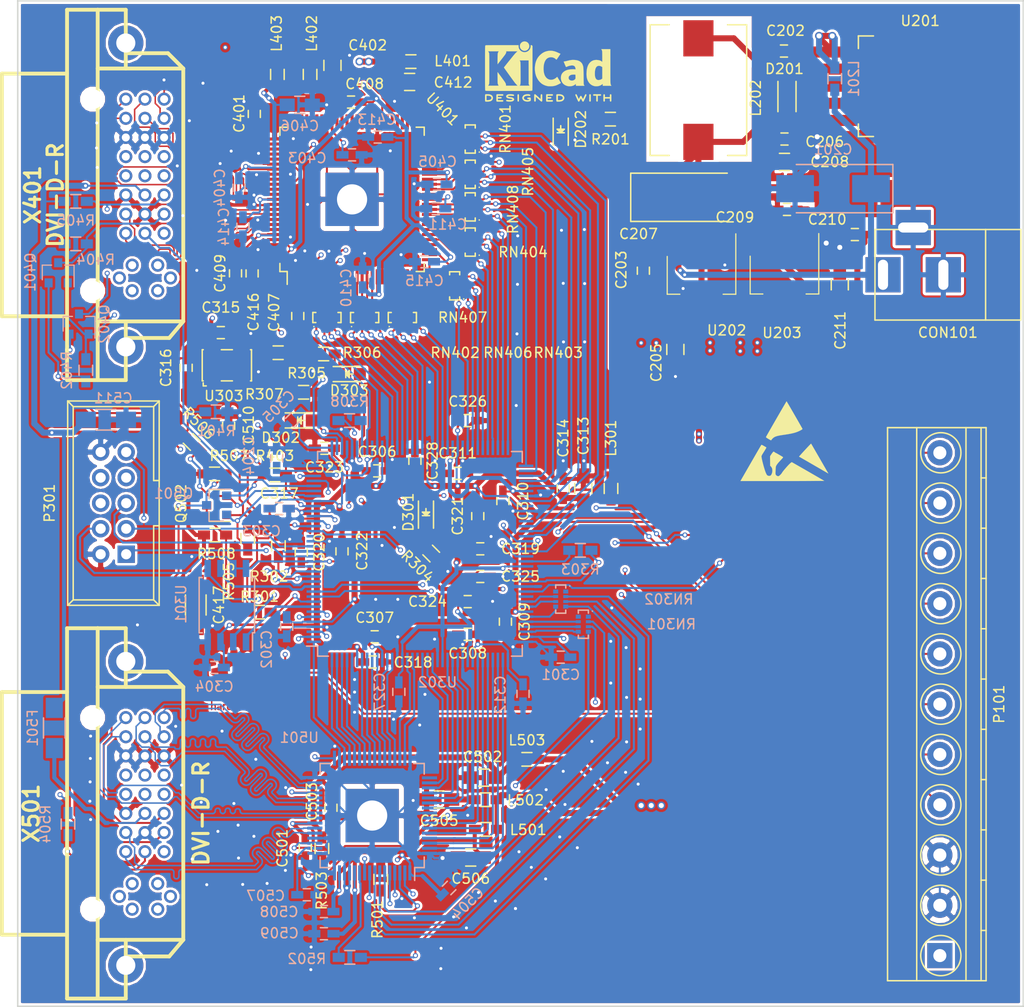
<source format=kicad_pcb>
(kicad_pcb (version 20160815) (host pcbnew "(2016-12-16 revision f631ae27b)-master")

  (general
    (links 475)
    (no_connects 0)
    (area 19.924999 19.924999 120.075001 120.075001)
    (thickness 1.6)
    (drawings 6)
    (tracks 4984)
    (zones 0)
    (modules 135)
    (nets 233)
  )

  (page A4)
  (layers
    (0 F.Cu signal)
    (1 In1.Cu signal)
    (2 In2.Cu signal)
    (31 B.Cu signal)
    (32 B.Adhes user)
    (33 F.Adhes user)
    (34 B.Paste user)
    (35 F.Paste user)
    (36 B.SilkS user)
    (37 F.SilkS user)
    (38 B.Mask user)
    (39 F.Mask user)
    (40 Dwgs.User user)
    (41 Cmts.User user)
    (42 Eco1.User user)
    (43 Eco2.User user)
    (44 Edge.Cuts user)
    (45 Margin user)
    (46 B.CrtYd user)
    (47 F.CrtYd user)
    (48 B.Fab user hide)
    (49 F.Fab user hide)
  )

  (setup
    (last_trace_width 0.2)
    (user_trace_width 0.15)
    (user_trace_width 0.2)
    (user_trace_width 0.4)
    (user_trace_width 0.6)
    (user_trace_width 1.5)
    (trace_clearance 0.152)
    (zone_clearance 0.25)
    (zone_45_only no)
    (trace_min 0.15)
    (segment_width 0.2)
    (edge_width 0.15)
    (via_size 0.5)
    (via_drill 0.3)
    (via_min_size 0.5)
    (via_min_drill 0.3)
    (user_via 0.5 0.3)
    (user_via 0.8 0.5)
    (uvia_size 0.3)
    (uvia_drill 0.1)
    (uvias_allowed no)
    (uvia_min_size 0.2)
    (uvia_min_drill 0.1)
    (pcb_text_width 0.3)
    (pcb_text_size 1.5 1.5)
    (mod_edge_width 0.15)
    (mod_text_size 1 1)
    (mod_text_width 0.15)
    (pad_size 3 3)
    (pad_drill 3)
    (pad_to_mask_clearance 0.2)
    (aux_axis_origin 0 0)
    (grid_origin 20 120.025)
    (visible_elements FFFFFFFF)
    (pcbplotparams
      (layerselection 0x010f0_ffffffff)
      (usegerberextensions false)
      (excludeedgelayer true)
      (linewidth 0.100000)
      (plotframeref false)
      (viasonmask false)
      (mode 1)
      (useauxorigin false)
      (hpglpennumber 1)
      (hpglpenspeed 20)
      (hpglpendiameter 15)
      (psnegative false)
      (psa4output false)
      (plotreference true)
      (plotvalue true)
      (plotinvisibletext false)
      (padsonsilk false)
      (subtractmaskfromsilk false)
      (outputformat 1)
      (mirror false)
      (drillshape 0)
      (scaleselection 1)
      (outputdirectory gerber/))
  )

  (net 0 "")
  (net 1 /power/VIN)
  (net 2 GND)
  (net 3 "Net-(C202-Pad2)")
  (net 4 +2V5)
  (net 5 +3V3)
  (net 6 +1V2)
  (net 7 +V_IO)
  (net 8 /dvi_out/TVDD)
  (net 9 "Net-(D201-Pad1)")
  (net 10 "Net-(D202-Pad2)")
  (net 11 "Net-(F501-Pad1)")
  (net 12 +5V)
  (net 13 /GPIO0)
  (net 14 /GPIO1)
  (net 15 /GPIO2)
  (net 16 /GPIO3)
  (net 17 /GPIO4)
  (net 18 /GPIO5)
  (net 19 /GPIO6)
  (net 20 /GPIO7)
  (net 21 "Net-(P301-Pad9)")
  (net 22 "Net-(P301-Pad8)")
  (net 23 "Net-(P301-Pad7)")
  (net 24 "Net-(P301-Pad6)")
  (net 25 "Net-(P301-Pad5)")
  (net 26 "Net-(P301-Pad3)")
  (net 27 "Net-(P301-Pad1)")
  (net 28 /dvi_in/DDCDAT_IN)
  (net 29 /dvi_in/DDCCLK_IN)
  (net 30 /dvi_out/DDCDAT)
  (net 31 /dvi_out/DDCCLK)
  (net 32 "Net-(R301-Pad1)")
  (net 33 "Net-(R302-Pad1)")
  (net 34 "Net-(R303-Pad1)")
  (net 35 /fpga/CLK50)
  (net 36 "Net-(R307-Pad2)")
  (net 37 /dvi_out/TXCLK+)
  (net 38 "Net-(R308-Pad1)")
  (net 39 /fpga/CLKIN)
  (net 40 /dvi_in/HOTPLUG)
  (net 41 "Net-(R501-Pad1)")
  (net 42 /dvi_out/MSEN)
  (net 43 "Net-(R503-Pad2)")
  (net 44 /dvi_out/HOTPLUG)
  (net 45 "Net-(R504-Pad1)")
  (net 46 "Net-(RN301-Pad7)")
  (net 47 "Net-(RN301-Pad6)")
  (net 48 "Net-(RN301-Pad5)")
  (net 49 "Net-(RN301-Pad8)")
  (net 50 /dvi_out/CTL1)
  (net 51 /dvi_out/DE)
  (net 52 /dvi_out/VSYNC)
  (net 53 /dvi_out/HSYNC)
  (net 54 /dvi_out/CTL2)
  (net 55 /dvi_out/CTL3)
  (net 56 "Net-(RN302-Pad8)")
  (net 57 "Net-(RN302-Pad5)")
  (net 58 "Net-(RN302-Pad6)")
  (net 59 "Net-(RN302-Pad7)")
  (net 60 /dvi_in/DE)
  (net 61 /dvi_in/VSYNC)
  (net 62 /dvi_in/HSYNC)
  (net 63 "Net-(RN401-Pad4)")
  (net 64 "Net-(RN401-Pad8)")
  (net 65 "Net-(RN401-Pad5)")
  (net 66 "Net-(RN401-Pad6)")
  (net 67 "Net-(RN401-Pad7)")
  (net 68 "Net-(RN402-Pad7)")
  (net 69 "Net-(RN402-Pad6)")
  (net 70 "Net-(RN402-Pad5)")
  (net 71 "Net-(RN402-Pad8)")
  (net 72 /dvi_in/DATI3)
  (net 73 /dvi_in/DATI2)
  (net 74 /dvi_in/DATI1)
  (net 75 /dvi_in/DATI0)
  (net 76 "Net-(RN403-Pad7)")
  (net 77 "Net-(RN403-Pad6)")
  (net 78 "Net-(RN403-Pad5)")
  (net 79 "Net-(RN403-Pad8)")
  (net 80 /dvi_in/DATI11)
  (net 81 /dvi_in/DATI10)
  (net 82 /dvi_in/DATI9)
  (net 83 /dvi_in/DATI8)
  (net 84 "Net-(RN404-Pad7)")
  (net 85 "Net-(RN404-Pad6)")
  (net 86 "Net-(RN404-Pad5)")
  (net 87 "Net-(RN404-Pad8)")
  (net 88 /dvi_in/DATI19)
  (net 89 /dvi_in/DATI18)
  (net 90 /dvi_in/DATI17)
  (net 91 /dvi_in/DATI16)
  (net 92 "Net-(RN405-Pad7)")
  (net 93 "Net-(RN405-Pad6)")
  (net 94 "Net-(RN405-Pad5)")
  (net 95 "Net-(RN405-Pad8)")
  (net 96 /dvi_in/CTL3)
  (net 97 /dvi_in/CTL2)
  (net 98 /dvi_in/CTL1)
  (net 99 /dvi_in/DATI4)
  (net 100 /dvi_in/DATI5)
  (net 101 /dvi_in/DATI6)
  (net 102 /dvi_in/DATI7)
  (net 103 "Net-(RN406-Pad8)")
  (net 104 "Net-(RN406-Pad5)")
  (net 105 "Net-(RN406-Pad6)")
  (net 106 "Net-(RN406-Pad7)")
  (net 107 /dvi_in/DATI12)
  (net 108 /dvi_in/DATI13)
  (net 109 /dvi_in/DATI14)
  (net 110 /dvi_in/DATI15)
  (net 111 "Net-(RN407-Pad8)")
  (net 112 "Net-(RN407-Pad5)")
  (net 113 "Net-(RN407-Pad6)")
  (net 114 "Net-(RN407-Pad7)")
  (net 115 /dvi_in/DATI20)
  (net 116 /dvi_in/DATI21)
  (net 117 /dvi_in/DATI22)
  (net 118 /dvi_in/DATI23)
  (net 119 "Net-(RN408-Pad8)")
  (net 120 "Net-(RN408-Pad5)")
  (net 121 "Net-(RN408-Pad6)")
  (net 122 "Net-(RN408-Pad7)")
  (net 123 /dvi_out/DATO4)
  (net 124 /dvi_out/DATO5)
  (net 125 /dvi_out/DATO6)
  (net 126 /dvi_out/DATO7)
  (net 127 /dvi_out/DATO12)
  (net 128 /dvi_out/DATO13)
  (net 129 /dvi_out/DATO14)
  (net 130 /dvi_out/DATO15)
  (net 131 /dvi_out/DATO20)
  (net 132 /dvi_out/DATO21)
  (net 133 /dvi_out/DATO22)
  (net 134 /dvi_out/DATO23)
  (net 135 /dvi_out/DATO3)
  (net 136 /dvi_out/DATO2)
  (net 137 /dvi_out/DATO1)
  (net 138 /dvi_out/DATO0)
  (net 139 /dvi_out/DATO11)
  (net 140 /dvi_out/DATO10)
  (net 141 /dvi_out/DATO9)
  (net 142 /dvi_out/DATO8)
  (net 143 /dvi_out/DATO19)
  (net 144 /dvi_out/DATO18)
  (net 145 /dvi_out/DATO17)
  (net 146 /dvi_out/DATO16)
  (net 147 /fpga/DCLK)
  (net 148 /fpga/ASDI)
  (net 149 /fpga/DATA)
  (net 150 /fpga/nCS)
  (net 151 "Net-(U302-Pad127)")
  (net 152 /dvi_in/LINK_ACT)
  (net 153 /dvi_in/PDOWN)
  (net 154 /dvi_out/EDGE)
  (net 155 /dvi_out/DKEN)
  (net 156 "Net-(U303-Pad1)")
  (net 157 "Net-(U401-Pad96)")
  (net 158 /dvi_in/RxC-)
  (net 159 /dvi_in/RxC+)
  (net 160 /dvi_in/Rx0+)
  (net 161 /dvi_in/Rx1-)
  (net 162 /dvi_in/Rx1+)
  (net 163 /dvi_in/Rx2-)
  (net 164 /dvi_in/Rx2+)
  (net 165 "Net-(U401-Pad77)")
  (net 166 "Net-(U401-Pad75)")
  (net 167 "Net-(U401-Pad74)")
  (net 168 "Net-(U401-Pad73)")
  (net 169 "Net-(U401-Pad72)")
  (net 170 "Net-(U401-Pad71)")
  (net 171 "Net-(U401-Pad70)")
  (net 172 "Net-(U401-Pad69)")
  (net 173 "Net-(U401-Pad66)")
  (net 174 "Net-(U401-Pad65)")
  (net 175 "Net-(U401-Pad64)")
  (net 176 "Net-(U401-Pad63)")
  (net 177 "Net-(U401-Pad62)")
  (net 178 "Net-(U401-Pad61)")
  (net 179 "Net-(U401-Pad60)")
  (net 180 "Net-(U401-Pad59)")
  (net 181 "Net-(U401-Pad56)")
  (net 182 "Net-(U401-Pad55)")
  (net 183 "Net-(U401-Pad54)")
  (net 184 "Net-(U401-Pad53)")
  (net 185 "Net-(U401-Pad52)")
  (net 186 "Net-(U401-Pad51)")
  (net 187 "Net-(U401-Pad50)")
  (net 188 "Net-(U401-Pad49)")
  (net 189 "Net-(U501-Pad49)")
  (net 190 /dvi_out/TX2+)
  (net 191 /dvi_out/TX2-)
  (net 192 /dvi_out/TX1+)
  (net 193 /dvi_out/TX1-)
  (net 194 /dvi_out/TX0+)
  (net 195 /dvi_out/TX0-)
  (net 196 /dvi_out/TXC+)
  (net 197 /dvi_out/TXC-)
  (net 198 "Net-(X401-Pad8)")
  (net 199 "Net-(X401-Pad21)")
  (net 200 "Net-(X401-Pad20)")
  (net 201 "Net-(X401-Pad13)")
  (net 202 "Net-(X401-Pad12)")
  (net 203 "Net-(X401-Pad5)")
  (net 204 "Net-(X401-Pad4)")
  (net 205 "Net-(X501-Pad4)")
  (net 206 "Net-(X501-Pad5)")
  (net 207 "Net-(X501-Pad12)")
  (net 208 "Net-(X501-Pad13)")
  (net 209 "Net-(X501-Pad20)")
  (net 210 "Net-(X501-Pad21)")
  (net 211 "Net-(X501-Pad8)")
  (net 212 "Net-(D301-Pad2)")
  (net 213 "Net-(D302-Pad2)")
  (net 214 "Net-(D303-Pad2)")
  (net 215 /dvi_in/Rx0-)
  (net 216 "Net-(U302-Pad99)")
  (net 217 "Net-(U302-Pad84)")
  (net 218 "Net-(U302-Pad83)")
  (net 219 "Net-(RN302-Pad1)")
  (net 220 "Net-(D301-Pad1)")
  (net 221 "Net-(D302-Pad1)")
  (net 222 "Net-(D303-Pad1)")
  (net 223 "Net-(RN301-Pad1)")
  (net 224 /dvi_in/PVDD)
  (net 225 /dvi_in/DVDD)
  (net 226 /dvi_in/AVDD)
  (net 227 /dvi_out/DVDD)
  (net 228 /dvi_out/PVDD)
  (net 229 /dvi_out/DDCDAT_)
  (net 230 /dvi_out/DDCCLK_)
  (net 231 /dvi_in/DDCDAT_)
  (net 232 /dvi_in/DDCCLK_)

  (net_class Default "This is the default net class."
    (clearance 0.152)
    (trace_width 0.2)
    (via_dia 0.5)
    (via_drill 0.3)
    (uvia_dia 0.3)
    (uvia_drill 0.1)
    (diff_pair_gap 0.25)
    (diff_pair_width 0.2)
    (add_net +1V2)
    (add_net +2V5)
    (add_net +3V3)
    (add_net +5V)
    (add_net +V_IO)
    (add_net /GPIO0)
    (add_net /GPIO1)
    (add_net /GPIO2)
    (add_net /GPIO3)
    (add_net /GPIO4)
    (add_net /GPIO5)
    (add_net /GPIO6)
    (add_net /GPIO7)
    (add_net /dvi_in/AVDD)
    (add_net /dvi_in/CTL1)
    (add_net /dvi_in/CTL2)
    (add_net /dvi_in/CTL3)
    (add_net /dvi_in/DATI0)
    (add_net /dvi_in/DATI1)
    (add_net /dvi_in/DATI10)
    (add_net /dvi_in/DATI11)
    (add_net /dvi_in/DATI12)
    (add_net /dvi_in/DATI13)
    (add_net /dvi_in/DATI14)
    (add_net /dvi_in/DATI15)
    (add_net /dvi_in/DATI16)
    (add_net /dvi_in/DATI17)
    (add_net /dvi_in/DATI18)
    (add_net /dvi_in/DATI19)
    (add_net /dvi_in/DATI2)
    (add_net /dvi_in/DATI20)
    (add_net /dvi_in/DATI21)
    (add_net /dvi_in/DATI22)
    (add_net /dvi_in/DATI23)
    (add_net /dvi_in/DATI3)
    (add_net /dvi_in/DATI4)
    (add_net /dvi_in/DATI5)
    (add_net /dvi_in/DATI6)
    (add_net /dvi_in/DATI7)
    (add_net /dvi_in/DATI8)
    (add_net /dvi_in/DATI9)
    (add_net /dvi_in/DDCCLK_)
    (add_net /dvi_in/DDCCLK_IN)
    (add_net /dvi_in/DDCDAT_)
    (add_net /dvi_in/DDCDAT_IN)
    (add_net /dvi_in/DE)
    (add_net /dvi_in/DVDD)
    (add_net /dvi_in/HOTPLUG)
    (add_net /dvi_in/HSYNC)
    (add_net /dvi_in/LINK_ACT)
    (add_net /dvi_in/PDOWN)
    (add_net /dvi_in/PVDD)
    (add_net /dvi_in/Rx0+)
    (add_net /dvi_in/Rx0-)
    (add_net /dvi_in/Rx1+)
    (add_net /dvi_in/Rx1-)
    (add_net /dvi_in/Rx2+)
    (add_net /dvi_in/Rx2-)
    (add_net /dvi_in/RxC+)
    (add_net /dvi_in/RxC-)
    (add_net /dvi_in/VSYNC)
    (add_net /dvi_out/CTL1)
    (add_net /dvi_out/CTL2)
    (add_net /dvi_out/CTL3)
    (add_net /dvi_out/DATO0)
    (add_net /dvi_out/DATO1)
    (add_net /dvi_out/DATO10)
    (add_net /dvi_out/DATO11)
    (add_net /dvi_out/DATO12)
    (add_net /dvi_out/DATO13)
    (add_net /dvi_out/DATO14)
    (add_net /dvi_out/DATO15)
    (add_net /dvi_out/DATO16)
    (add_net /dvi_out/DATO17)
    (add_net /dvi_out/DATO18)
    (add_net /dvi_out/DATO19)
    (add_net /dvi_out/DATO2)
    (add_net /dvi_out/DATO20)
    (add_net /dvi_out/DATO21)
    (add_net /dvi_out/DATO22)
    (add_net /dvi_out/DATO23)
    (add_net /dvi_out/DATO3)
    (add_net /dvi_out/DATO4)
    (add_net /dvi_out/DATO5)
    (add_net /dvi_out/DATO6)
    (add_net /dvi_out/DATO7)
    (add_net /dvi_out/DATO8)
    (add_net /dvi_out/DATO9)
    (add_net /dvi_out/DDCCLK)
    (add_net /dvi_out/DDCCLK_)
    (add_net /dvi_out/DDCDAT)
    (add_net /dvi_out/DDCDAT_)
    (add_net /dvi_out/DE)
    (add_net /dvi_out/DKEN)
    (add_net /dvi_out/DVDD)
    (add_net /dvi_out/EDGE)
    (add_net /dvi_out/HOTPLUG)
    (add_net /dvi_out/HSYNC)
    (add_net /dvi_out/MSEN)
    (add_net /dvi_out/PVDD)
    (add_net /dvi_out/TVDD)
    (add_net /dvi_out/TX0+)
    (add_net /dvi_out/TX0-)
    (add_net /dvi_out/TX1+)
    (add_net /dvi_out/TX1-)
    (add_net /dvi_out/TX2+)
    (add_net /dvi_out/TX2-)
    (add_net /dvi_out/TXC+)
    (add_net /dvi_out/TXC-)
    (add_net /dvi_out/TXCLK+)
    (add_net /dvi_out/VSYNC)
    (add_net /fpga/ASDI)
    (add_net /fpga/CLK50)
    (add_net /fpga/CLKIN)
    (add_net /fpga/DATA)
    (add_net /fpga/DCLK)
    (add_net /fpga/nCS)
    (add_net /power/VIN)
    (add_net GND)
    (add_net "Net-(C202-Pad2)")
    (add_net "Net-(D201-Pad1)")
    (add_net "Net-(D202-Pad2)")
    (add_net "Net-(D301-Pad1)")
    (add_net "Net-(D301-Pad2)")
    (add_net "Net-(D302-Pad1)")
    (add_net "Net-(D302-Pad2)")
    (add_net "Net-(D303-Pad1)")
    (add_net "Net-(D303-Pad2)")
    (add_net "Net-(F501-Pad1)")
    (add_net "Net-(P301-Pad1)")
    (add_net "Net-(P301-Pad3)")
    (add_net "Net-(P301-Pad5)")
    (add_net "Net-(P301-Pad6)")
    (add_net "Net-(P301-Pad7)")
    (add_net "Net-(P301-Pad8)")
    (add_net "Net-(P301-Pad9)")
    (add_net "Net-(R301-Pad1)")
    (add_net "Net-(R302-Pad1)")
    (add_net "Net-(R303-Pad1)")
    (add_net "Net-(R307-Pad2)")
    (add_net "Net-(R308-Pad1)")
    (add_net "Net-(R501-Pad1)")
    (add_net "Net-(R503-Pad2)")
    (add_net "Net-(R504-Pad1)")
    (add_net "Net-(RN301-Pad1)")
    (add_net "Net-(RN301-Pad5)")
    (add_net "Net-(RN301-Pad6)")
    (add_net "Net-(RN301-Pad7)")
    (add_net "Net-(RN301-Pad8)")
    (add_net "Net-(RN302-Pad1)")
    (add_net "Net-(RN302-Pad5)")
    (add_net "Net-(RN302-Pad6)")
    (add_net "Net-(RN302-Pad7)")
    (add_net "Net-(RN302-Pad8)")
    (add_net "Net-(RN401-Pad4)")
    (add_net "Net-(RN401-Pad5)")
    (add_net "Net-(RN401-Pad6)")
    (add_net "Net-(RN401-Pad7)")
    (add_net "Net-(RN401-Pad8)")
    (add_net "Net-(RN402-Pad5)")
    (add_net "Net-(RN402-Pad6)")
    (add_net "Net-(RN402-Pad7)")
    (add_net "Net-(RN402-Pad8)")
    (add_net "Net-(RN403-Pad5)")
    (add_net "Net-(RN403-Pad6)")
    (add_net "Net-(RN403-Pad7)")
    (add_net "Net-(RN403-Pad8)")
    (add_net "Net-(RN404-Pad5)")
    (add_net "Net-(RN404-Pad6)")
    (add_net "Net-(RN404-Pad7)")
    (add_net "Net-(RN404-Pad8)")
    (add_net "Net-(RN405-Pad5)")
    (add_net "Net-(RN405-Pad6)")
    (add_net "Net-(RN405-Pad7)")
    (add_net "Net-(RN405-Pad8)")
    (add_net "Net-(RN406-Pad5)")
    (add_net "Net-(RN406-Pad6)")
    (add_net "Net-(RN406-Pad7)")
    (add_net "Net-(RN406-Pad8)")
    (add_net "Net-(RN407-Pad5)")
    (add_net "Net-(RN407-Pad6)")
    (add_net "Net-(RN407-Pad7)")
    (add_net "Net-(RN407-Pad8)")
    (add_net "Net-(RN408-Pad5)")
    (add_net "Net-(RN408-Pad6)")
    (add_net "Net-(RN408-Pad7)")
    (add_net "Net-(RN408-Pad8)")
    (add_net "Net-(U302-Pad127)")
    (add_net "Net-(U302-Pad83)")
    (add_net "Net-(U302-Pad84)")
    (add_net "Net-(U302-Pad99)")
    (add_net "Net-(U303-Pad1)")
    (add_net "Net-(U401-Pad49)")
    (add_net "Net-(U401-Pad50)")
    (add_net "Net-(U401-Pad51)")
    (add_net "Net-(U401-Pad52)")
    (add_net "Net-(U401-Pad53)")
    (add_net "Net-(U401-Pad54)")
    (add_net "Net-(U401-Pad55)")
    (add_net "Net-(U401-Pad56)")
    (add_net "Net-(U401-Pad59)")
    (add_net "Net-(U401-Pad60)")
    (add_net "Net-(U401-Pad61)")
    (add_net "Net-(U401-Pad62)")
    (add_net "Net-(U401-Pad63)")
    (add_net "Net-(U401-Pad64)")
    (add_net "Net-(U401-Pad65)")
    (add_net "Net-(U401-Pad66)")
    (add_net "Net-(U401-Pad69)")
    (add_net "Net-(U401-Pad70)")
    (add_net "Net-(U401-Pad71)")
    (add_net "Net-(U401-Pad72)")
    (add_net "Net-(U401-Pad73)")
    (add_net "Net-(U401-Pad74)")
    (add_net "Net-(U401-Pad75)")
    (add_net "Net-(U401-Pad77)")
    (add_net "Net-(U401-Pad96)")
    (add_net "Net-(U501-Pad49)")
    (add_net "Net-(X401-Pad12)")
    (add_net "Net-(X401-Pad13)")
    (add_net "Net-(X401-Pad20)")
    (add_net "Net-(X401-Pad21)")
    (add_net "Net-(X401-Pad4)")
    (add_net "Net-(X401-Pad5)")
    (add_net "Net-(X401-Pad8)")
    (add_net "Net-(X501-Pad12)")
    (add_net "Net-(X501-Pad13)")
    (add_net "Net-(X501-Pad20)")
    (add_net "Net-(X501-Pad21)")
    (add_net "Net-(X501-Pad4)")
    (add_net "Net-(X501-Pad5)")
    (add_net "Net-(X501-Pad8)")
  )

  (module smd:HQFP-64_10x10mm_Pitch0.5mm_handsoldering (layer B.Cu) (tedit 58768373) (tstamp 584DB962)
    (at 55.25 101.025 90)
    (descr "64-Lead Plastic Thin Quad Flatpack (PT) - 10x10x1 mm Body, 2.00 mm Footprint [TQFP] (see Microchip Packaging Specification 00000049BS.pdf)")
    (tags "QFP 0.5")
    (path /583BE4A7/583BE50E)
    (attr smd)
    (fp_text reference U501 (at 7.75 -7.25 180) (layer B.SilkS)
      (effects (font (size 1 1) (thickness 0.15)) (justify mirror))
    )
    (fp_text value TFP410 (at 0 -7.45 90) (layer B.Fab)
      (effects (font (size 1 1) (thickness 0.15)) (justify mirror))
    )
    (fp_line (start -5.175 4.225) (end -6.45 4.225) (layer B.SilkS) (width 0.15))
    (fp_line (start 5.175 5.175) (end 4.125 5.175) (layer B.SilkS) (width 0.15))
    (fp_line (start 5.175 -5.175) (end 4.125 -5.175) (layer B.SilkS) (width 0.15))
    (fp_line (start -5.175 -5.175) (end -4.125 -5.175) (layer B.SilkS) (width 0.15))
    (fp_line (start -5.175 5.175) (end -4.125 5.175) (layer B.SilkS) (width 0.15))
    (fp_line (start -5.175 -5.175) (end -5.175 -4.125) (layer B.SilkS) (width 0.15))
    (fp_line (start 5.175 -5.175) (end 5.175 -4.125) (layer B.SilkS) (width 0.15))
    (fp_line (start 5.175 5.175) (end 5.175 4.125) (layer B.SilkS) (width 0.15))
    (fp_line (start -5.175 5.175) (end -5.175 4.225) (layer B.SilkS) (width 0.15))
    (fp_line (start -6.7 -6.7) (end 6.7 -6.7) (layer B.CrtYd) (width 0.05))
    (fp_line (start -6.7 6.7) (end 6.7 6.7) (layer B.CrtYd) (width 0.05))
    (fp_line (start 6.7 6.7) (end 6.7 -6.7) (layer B.CrtYd) (width 0.05))
    (fp_line (start -6.7 6.7) (end -6.7 -6.7) (layer B.CrtYd) (width 0.05))
    (fp_line (start -5 4) (end -4 5) (layer B.Fab) (width 0.15))
    (fp_line (start -5 -5) (end -5 4) (layer B.Fab) (width 0.15))
    (fp_line (start 5 -5) (end -5 -5) (layer B.Fab) (width 0.15))
    (fp_line (start 5 5) (end 5 -5) (layer B.Fab) (width 0.15))
    (fp_line (start -4 5) (end 5 5) (layer B.Fab) (width 0.15))
    (fp_text user %R (at 0 0 90) (layer B.Fab)
      (effects (font (size 1 1) (thickness 0.15)) (justify mirror))
    )
    (pad 64 smd rect (at -3.75 5.7) (size 1.5 0.3) (layers B.Cu B.Paste B.Mask)
      (net 2 GND))
    (pad 63 smd rect (at -3.25 5.7) (size 1.5 0.3) (layers B.Cu B.Paste B.Mask)
      (net 138 /dvi_out/DATO0))
    (pad 62 smd rect (at -2.75 5.7) (size 1.5 0.3) (layers B.Cu B.Paste B.Mask)
      (net 137 /dvi_out/DATO1))
    (pad 61 smd rect (at -2.25 5.7) (size 1.5 0.3) (layers B.Cu B.Paste B.Mask)
      (net 136 /dvi_out/DATO2))
    (pad 60 smd rect (at -1.75 5.7) (size 1.5 0.3) (layers B.Cu B.Paste B.Mask)
      (net 135 /dvi_out/DATO3))
    (pad 59 smd rect (at -1.25 5.7) (size 1.5 0.3) (layers B.Cu B.Paste B.Mask)
      (net 123 /dvi_out/DATO4))
    (pad 58 smd rect (at -0.75 5.7) (size 1.5 0.3) (layers B.Cu B.Paste B.Mask)
      (net 124 /dvi_out/DATO5))
    (pad 57 smd rect (at -0.25 5.7) (size 1.5 0.3) (layers B.Cu B.Paste B.Mask)
      (net 37 /dvi_out/TXCLK+))
    (pad 56 smd rect (at 0.25 5.7) (size 1.5 0.3) (layers B.Cu B.Paste B.Mask)
      (net 2 GND))
    (pad 55 smd rect (at 0.75 5.7) (size 1.5 0.3) (layers B.Cu B.Paste B.Mask)
      (net 125 /dvi_out/DATO6))
    (pad 54 smd rect (at 1.25 5.7) (size 1.5 0.3) (layers B.Cu B.Paste B.Mask)
      (net 126 /dvi_out/DATO7))
    (pad 53 smd rect (at 1.75 5.7) (size 1.5 0.3) (layers B.Cu B.Paste B.Mask)
      (net 142 /dvi_out/DATO8))
    (pad 52 smd rect (at 2.25 5.7) (size 1.5 0.3) (layers B.Cu B.Paste B.Mask)
      (net 141 /dvi_out/DATO9))
    (pad 51 smd rect (at 2.75 5.7) (size 1.5 0.3) (layers B.Cu B.Paste B.Mask)
      (net 140 /dvi_out/DATO10))
    (pad 50 smd rect (at 3.25 5.7) (size 1.5 0.3) (layers B.Cu B.Paste B.Mask)
      (net 139 /dvi_out/DATO11))
    (pad 49 smd rect (at 3.75 5.7) (size 1.5 0.3) (layers B.Cu B.Paste B.Mask)
      (net 189 "Net-(U501-Pad49)"))
    (pad 48 smd rect (at 5.7 3.75 90) (size 1.5 0.3) (layers B.Cu B.Paste B.Mask)
      (net 2 GND))
    (pad 47 smd rect (at 5.7 3.25 90) (size 1.5 0.3) (layers B.Cu B.Paste B.Mask)
      (net 127 /dvi_out/DATO12))
    (pad 46 smd rect (at 5.7 2.75 90) (size 1.5 0.3) (layers B.Cu B.Paste B.Mask)
      (net 128 /dvi_out/DATO13))
    (pad 45 smd rect (at 5.7 2.25 90) (size 1.5 0.3) (layers B.Cu B.Paste B.Mask)
      (net 129 /dvi_out/DATO14))
    (pad 44 smd rect (at 5.7 1.75 90) (size 1.5 0.3) (layers B.Cu B.Paste B.Mask)
      (net 130 /dvi_out/DATO15))
    (pad 43 smd rect (at 5.7 1.25 90) (size 1.5 0.3) (layers B.Cu B.Paste B.Mask)
      (net 146 /dvi_out/DATO16))
    (pad 42 smd rect (at 5.7 0.75 90) (size 1.5 0.3) (layers B.Cu B.Paste B.Mask)
      (net 145 /dvi_out/DATO17))
    (pad 41 smd rect (at 5.7 0.25 90) (size 1.5 0.3) (layers B.Cu B.Paste B.Mask)
      (net 144 /dvi_out/DATO18))
    (pad 40 smd rect (at 5.7 -0.25 90) (size 1.5 0.3) (layers B.Cu B.Paste B.Mask)
      (net 143 /dvi_out/DATO19))
    (pad 39 smd rect (at 5.7 -0.75 90) (size 1.5 0.3) (layers B.Cu B.Paste B.Mask)
      (net 131 /dvi_out/DATO20))
    (pad 38 smd rect (at 5.7 -1.25 90) (size 1.5 0.3) (layers B.Cu B.Paste B.Mask)
      (net 132 /dvi_out/DATO21))
    (pad 37 smd rect (at 5.7 -1.75 90) (size 1.5 0.3) (layers B.Cu B.Paste B.Mask)
      (net 133 /dvi_out/DATO22))
    (pad 36 smd rect (at 5.7 -2.25 90) (size 1.5 0.3) (layers B.Cu B.Paste B.Mask)
      (net 134 /dvi_out/DATO23))
    (pad 35 smd rect (at 5.7 -2.75 90) (size 1.5 0.3) (layers B.Cu B.Paste B.Mask)
      (net 155 /dvi_out/DKEN))
    (pad 34 smd rect (at 5.7 -3.25 90) (size 1.5 0.3) (layers B.Cu B.Paste B.Mask)
      (net 2 GND))
    (pad 33 smd rect (at 5.7 -3.75 90) (size 1.5 0.3) (layers B.Cu B.Paste B.Mask)
      (net 227 /dvi_out/DVDD))
    (pad 32 smd rect (at 3.75 -5.7) (size 1.5 0.3) (layers B.Cu B.Paste B.Mask)
      (net 2 GND))
    (pad 31 smd rect (at 3.25 -5.7) (size 1.5 0.3) (layers B.Cu B.Paste B.Mask)
      (net 190 /dvi_out/TX2+))
    (pad 30 smd rect (at 2.75 -5.7) (size 1.5 0.3) (layers B.Cu B.Paste B.Mask)
      (net 191 /dvi_out/TX2-))
    (pad 29 smd rect (at 2.25 -5.7) (size 1.5 0.3) (layers B.Cu B.Paste B.Mask)
      (net 8 /dvi_out/TVDD))
    (pad 28 smd rect (at 1.75 -5.7) (size 1.5 0.3) (layers B.Cu B.Paste B.Mask)
      (net 192 /dvi_out/TX1+))
    (pad 27 smd rect (at 1.25 -5.7) (size 1.5 0.3) (layers B.Cu B.Paste B.Mask)
      (net 193 /dvi_out/TX1-))
    (pad 26 smd rect (at 0.75 -5.7) (size 1.5 0.3) (layers B.Cu B.Paste B.Mask)
      (net 2 GND))
    (pad 25 smd rect (at 0.25 -5.7) (size 1.5 0.3) (layers B.Cu B.Paste B.Mask)
      (net 194 /dvi_out/TX0+))
    (pad 24 smd rect (at -0.25 -5.7) (size 1.5 0.3) (layers B.Cu B.Paste B.Mask)
      (net 195 /dvi_out/TX0-))
    (pad 23 smd rect (at -0.75 -5.7) (size 1.5 0.3) (layers B.Cu B.Paste B.Mask)
      (net 8 /dvi_out/TVDD))
    (pad 22 smd rect (at -1.25 -5.7) (size 1.5 0.3) (layers B.Cu B.Paste B.Mask)
      (net 196 /dvi_out/TXC+))
    (pad 21 smd rect (at -1.75 -5.7) (size 1.5 0.3) (layers B.Cu B.Paste B.Mask)
      (net 197 /dvi_out/TXC-))
    (pad 20 smd rect (at -2.25 -5.7) (size 1.5 0.3) (layers B.Cu B.Paste B.Mask)
      (net 2 GND))
    (pad 19 smd rect (at -2.75 -5.7) (size 1.5 0.3) (layers B.Cu B.Paste B.Mask)
      (net 43 "Net-(R503-Pad2)"))
    (pad 18 smd rect (at -3.25 -5.7) (size 1.5 0.3) (layers B.Cu B.Paste B.Mask)
      (net 228 /dvi_out/PVDD))
    (pad 17 smd rect (at -3.75 -5.7) (size 1.5 0.3) (layers B.Cu B.Paste B.Mask)
      (net 2 GND))
    (pad 16 smd rect (at -5.7 -3.75 90) (size 1.5 0.3) (layers B.Cu B.Paste B.Mask)
      (net 2 GND))
    (pad 15 smd rect (at -5.7 -3.25 90) (size 1.5 0.3) (layers B.Cu B.Paste B.Mask)
      (net 227 /dvi_out/DVDD))
    (pad 14 smd rect (at -5.7 -2.75 90) (size 1.5 0.3) (layers B.Cu B.Paste B.Mask)
      (net 2 GND))
    (pad 13 smd rect (at -5.7 -2.25 90) (size 1.5 0.3) (layers B.Cu B.Paste B.Mask)
      (net 2 GND))
    (pad 12 smd rect (at -5.7 -1.75 90) (size 1.5 0.3) (layers B.Cu B.Paste B.Mask)
      (net 227 /dvi_out/DVDD))
    (pad 11 smd rect (at -5.7 -1.25 90) (size 1.5 0.3) (layers B.Cu B.Paste B.Mask)
      (net 42 /dvi_out/MSEN))
    (pad 10 smd rect (at -5.7 -0.75 90) (size 1.5 0.3) (layers B.Cu B.Paste B.Mask)
      (net 153 /dvi_in/PDOWN))
    (pad 9 smd rect (at -5.7 -0.25 90) (size 1.5 0.3) (layers B.Cu B.Paste B.Mask)
      (net 154 /dvi_out/EDGE))
    (pad 8 smd rect (at -5.7 0.25 90) (size 1.5 0.3) (layers B.Cu B.Paste B.Mask)
      (net 50 /dvi_out/CTL1))
    (pad 7 smd rect (at -5.7 0.75 90) (size 1.5 0.3) (layers B.Cu B.Paste B.Mask)
      (net 54 /dvi_out/CTL2))
    (pad 6 smd rect (at -5.7 1.25 90) (size 1.5 0.3) (layers B.Cu B.Paste B.Mask)
      (net 55 /dvi_out/CTL3))
    (pad 5 smd rect (at -5.7 1.75 90) (size 1.5 0.3) (layers B.Cu B.Paste B.Mask)
      (net 52 /dvi_out/VSYNC))
    (pad 4 smd rect (at -5.7 2.25 90) (size 1.5 0.3) (layers B.Cu B.Paste B.Mask)
      (net 53 /dvi_out/HSYNC))
    (pad 3 smd rect (at -5.7 2.75 90) (size 1.5 0.3) (layers B.Cu B.Paste B.Mask)
      (net 41 "Net-(R501-Pad1)"))
    (pad 2 smd rect (at -5.7 3.25 90) (size 1.5 0.3) (layers B.Cu B.Paste B.Mask)
      (net 51 /dvi_out/DE))
    (pad 1 smd rect (at -5.7 3.75 90) (size 1.5 0.3) (layers B.Cu B.Paste B.Mask)
      (net 227 /dvi_out/DVDD))
    (pad 65 thru_hole rect (at 0 0 90) (size 5.3 5.3) (drill 3) (layers *.Cu *.Mask)
      (net 2 GND))
    (model Housings_QFP.3dshapes/TQFP-64_10x10mm_Pitch0.5mm.wrl
      (at (xyz 0 0 0))
      (scale (xyz 1 1 1))
      (rotate (xyz 0 0 0))
    )
  )

  (module smd:LPISM-13x9.55 (layer F.Cu) (tedit 5874DABA) (tstamp 5872988D)
    (at 87.69 28.885 180)
    (path /5839A46D/5839C78F)
    (fp_text reference L202 (at -5.7 -0.8 270) (layer F.SilkS)
      (effects (font (size 1 1) (thickness 0.15)))
    )
    (fp_text value 33u (at 5.9 0 270) (layer F.Fab)
      (effects (font (size 1 1) (thickness 0.15)))
    )
    (fp_line (start -4.8 -6.5) (end -2.9 -6.5) (layer F.SilkS) (width 0.15))
    (fp_line (start -4.8 6.5) (end -4.8 -6.5) (layer F.SilkS) (width 0.15))
    (fp_line (start -2.9 6.5) (end -4.8 6.5) (layer F.SilkS) (width 0.15))
    (fp_line (start 4.8 -6.5) (end 2.9 -6.5) (layer F.SilkS) (width 0.15))
    (fp_line (start 4.8 6.5) (end 4.8 -6.5) (layer F.SilkS) (width 0.15))
    (fp_line (start 2.9 6.5) (end 4.8 6.5) (layer F.SilkS) (width 0.15))
    (pad 2 smd rect (at 0 -5.15 180) (size 3 3.6) (layers F.Cu F.Paste F.Mask)
      (net 5 +3V3))
    (pad 1 smd rect (at 0 5.15 180) (size 3 3.6) (layers F.Cu F.Paste F.Mask)
      (net 9 "Net-(D201-Pad1)"))
    (model ${KISYS3DMOD}/smd.shapes3d/LPISM-13x9.55.x3d
      (at (xyz 0 0 0))
      (scale (xyz 1 1 1))
      (rotate (xyz 0 0 0))
    )
  )

  (module Capacitors_Tantalum_SMD:Tantalum_Case-D_EIA-7343-31_Hand (layer F.Cu) (tedit 57B6E980) (tstamp 586EAA66)
    (at 86.91 39.545)
    (descr "Tantalum capacitor, Case D, EIA 7343-31, 7.3x4.3x2.8mm, Hand soldering footprint")
    (tags "capacitor tantalum smd")
    (path /5839A46D/5839CB5E)
    (attr smd)
    (fp_text reference C207 (at -5.18 3.64) (layer F.SilkS)
      (effects (font (size 1 1) (thickness 0.15)))
    )
    (fp_text value 100u (at 0 3.9) (layer F.Fab)
      (effects (font (size 1 1) (thickness 0.15)))
    )
    (fp_line (start -6.05 -2.5) (end -6.05 2.5) (layer F.CrtYd) (width 0.05))
    (fp_line (start -6.05 2.5) (end 6.05 2.5) (layer F.CrtYd) (width 0.05))
    (fp_line (start 6.05 2.5) (end 6.05 -2.5) (layer F.CrtYd) (width 0.05))
    (fp_line (start 6.05 -2.5) (end -6.05 -2.5) (layer F.CrtYd) (width 0.05))
    (fp_line (start -3.65 -2.15) (end -3.65 2.15) (layer F.Fab) (width 0.15))
    (fp_line (start -3.65 2.15) (end 3.65 2.15) (layer F.Fab) (width 0.15))
    (fp_line (start 3.65 2.15) (end 3.65 -2.15) (layer F.Fab) (width 0.15))
    (fp_line (start 3.65 -2.15) (end -3.65 -2.15) (layer F.Fab) (width 0.15))
    (fp_line (start -2.92 -2.15) (end -2.92 2.15) (layer F.Fab) (width 0.15))
    (fp_line (start -2.555 -2.15) (end -2.555 2.15) (layer F.Fab) (width 0.15))
    (fp_line (start -5.95 -2.4) (end 3.65 -2.4) (layer F.SilkS) (width 0.15))
    (fp_line (start -5.95 2.4) (end 3.65 2.4) (layer F.SilkS) (width 0.15))
    (fp_line (start -5.95 -2.4) (end -5.95 2.4) (layer F.SilkS) (width 0.15))
    (pad 1 smd rect (at -3.775 0) (size 3.75 2.7) (layers F.Cu F.Paste F.Mask)
      (net 5 +3V3))
    (pad 2 smd rect (at 3.775 0) (size 3.75 2.7) (layers F.Cu F.Paste F.Mask)
      (net 2 GND))
    (model Capacitors_Tantalum_SMD.3dshapes/Tantalum_Case-D_EIA-7343-31.wrl
      (at (xyz 0 0 0))
      (scale (xyz 1 1 1))
      (rotate (xyz 0 0 0))
    )
  )

  (module artwork:shimatta_std (layer F.Cu) (tedit 0) (tstamp 58695997)
    (at 89.5 112.525)
    (fp_text reference G*** (at 0 0) (layer F.SilkS) hide
      (effects (font (thickness 0.3)))
    )
    (fp_text value LOGO (at 0.75 0) (layer F.SilkS) hide
      (effects (font (thickness 0.3)))
    )
    (fp_poly (pts (xy 10.868794 -0.34663) (xy 10.940082 -0.344725) (xy 11.001581 -0.340759) (xy 11.054456 -0.334558)
      (xy 11.099874 -0.325943) (xy 11.138999 -0.314739) (xy 11.172997 -0.300768) (xy 11.203034 -0.283854)
      (xy 11.230276 -0.263821) (xy 11.255887 -0.240491) (xy 11.256462 -0.239919) (xy 11.289334 -0.201111)
      (xy 11.312259 -0.15891) (xy 11.326574 -0.110035) (xy 11.333618 -0.05121) (xy 11.333643 -0.0508)
      (xy 11.332569 0.023291) (xy 11.320361 0.089289) (xy 11.297275 0.146655) (xy 11.263566 0.19485)
      (xy 11.219491 0.233333) (xy 11.190884 0.250184) (xy 11.170271 0.260221) (xy 11.150623 0.268525)
      (xy 11.130272 0.275304) (xy 11.107549 0.280766) (xy 11.080783 0.285117) (xy 11.048306 0.288565)
      (xy 11.008448 0.291317) (xy 10.959541 0.29358) (xy 10.899914 0.295563) (xy 10.827899 0.297472)
      (xy 10.805885 0.298007) (xy 10.501253 0.308642) (xy 10.207708 0.325718) (xy 9.923258 0.349393)
      (xy 9.645907 0.379823) (xy 9.470624 0.402998) (xy 9.411807 0.410902) (xy 9.364278 0.416192)
      (xy 9.325062 0.418954) (xy 9.291185 0.41927) (xy 9.259672 0.417223) (xy 9.227549 0.412897)
      (xy 9.212169 0.410241) (xy 9.144467 0.392017) (xy 9.087321 0.363849) (xy 9.040745 0.325747)
      (xy 9.004755 0.277724) (xy 8.992925 0.254871) (xy 8.980849 0.218141) (xy 8.973005 0.172373)
      (xy 8.969757 0.122517) (xy 8.971468 0.073524) (xy 8.976926 0.037019) (xy 8.997827 -0.025291)
      (xy 9.0312 -0.080963) (xy 9.075937 -0.128488) (xy 9.122686 -0.16171) (xy 9.147207 -0.17458)
      (xy 9.175393 -0.186432) (xy 9.208483 -0.197521) (xy 9.247713 -0.208107) (xy 9.294321 -0.218445)
      (xy 9.349544 -0.228794) (xy 9.414619 -0.23941) (xy 9.490782 -0.250551) (xy 9.579273 -0.262474)
      (xy 9.652 -0.271774) (xy 9.800914 -0.289224) (xy 9.950405 -0.304133) (xy 10.103324 -0.316716)
      (xy 10.262527 -0.327186) (xy 10.430867 -0.335758) (xy 10.584543 -0.341755) (xy 10.69219 -0.344969)
      (xy 10.786552 -0.346653) (xy 10.868794 -0.34663)) (layer F.Mask) (width 0.01))
    (fp_poly (pts (xy 3.280686 -0.880939) (xy 3.34556 -0.879771) (xy 3.402872 -0.877617) (xy 3.449973 -0.87446)
      (xy 3.472543 -0.872037) (xy 3.61367 -0.849571) (xy 3.744701 -0.82007) (xy 3.868701 -0.782621)
      (xy 3.988736 -0.73631) (xy 4.096467 -0.686017) (xy 4.193868 -0.632986) (xy 4.288297 -0.574006)
      (xy 4.3772 -0.510941) (xy 4.458022 -0.445653) (xy 4.528209 -0.380007) (xy 4.555365 -0.351156)
      (xy 4.639992 -0.246318) (xy 4.713364 -0.13273) (xy 4.774921 -0.011455) (xy 4.824102 0.116443)
      (xy 4.850885 0.209423) (xy 4.879181 0.347701) (xy 4.896607 0.490707) (xy 4.903125 0.635529)
      (xy 4.898699 0.779253) (xy 4.88329 0.918966) (xy 4.861451 1.032728) (xy 4.824346 1.160933)
      (xy 4.77372 1.287533) (xy 4.710565 1.41087) (xy 4.635874 1.529285) (xy 4.550639 1.641117)
      (xy 4.455854 1.744709) (xy 4.40832 1.79005) (xy 4.299338 1.882172) (xy 4.177612 1.971762)
      (xy 4.04482 2.057926) (xy 3.902638 2.139772) (xy 3.752745 2.216408) (xy 3.596818 2.286942)
      (xy 3.436534 2.350482) (xy 3.27357 2.406135) (xy 3.218543 2.422898) (xy 3.139899 2.444368)
      (xy 3.049468 2.466013) (xy 2.949959 2.487315) (xy 2.844082 2.507761) (xy 2.734547 2.526832)
      (xy 2.624065 2.544015) (xy 2.515345 2.558792) (xy 2.485571 2.56243) (xy 2.428012 2.568359)
      (xy 2.365313 2.573218) (xy 2.299907 2.576957) (xy 2.234229 2.579525) (xy 2.17071 2.580872)
      (xy 2.111786 2.580947) (xy 2.05989 2.579698) (xy 2.017454 2.577077) (xy 1.986913 2.573032)
      (xy 1.985844 2.572813) (xy 1.91558 2.552339) (xy 1.8565 2.522842) (xy 1.808841 2.484627)
      (xy 1.772841 2.437998) (xy 1.748736 2.38326) (xy 1.736764 2.320717) (xy 1.736929 2.253327)
      (xy 1.748307 2.186275) (xy 1.77048 2.128668) (xy 1.803758 2.079916) (xy 1.848452 2.039427)
      (xy 1.849677 2.038544) (xy 1.877767 2.020506) (xy 1.908228 2.005555) (xy 1.943115 1.993169)
      (xy 1.984481 1.982826) (xy 2.034379 1.974007) (xy 2.094863 1.966188) (xy 2.161084 1.959481)
      (xy 2.311846 1.944454) (xy 2.450169 1.928139) (xy 2.578102 1.910074) (xy 2.697697 1.889796)
      (xy 2.811005 1.866842) (xy 2.920076 1.84075) (xy 3.026962 1.811058) (xy 3.133714 1.777303)
      (xy 3.242382 1.739022) (xy 3.355017 1.695754) (xy 3.386254 1.683205) (xy 3.439042 1.660814)
      (xy 3.498085 1.634078) (xy 3.560068 1.604637) (xy 3.621674 1.574131) (xy 3.679588 1.5442)
      (xy 3.730494 1.516484) (xy 3.76929 1.493734) (xy 3.863531 1.428613) (xy 3.952139 1.353949)
      (xy 4.033116 1.271853) (xy 4.104465 1.184435) (xy 4.16419 1.093803) (xy 4.186568 1.052873)
      (xy 4.225348 0.967344) (xy 4.253373 0.882119) (xy 4.271449 0.793702) (xy 4.280379 0.698597)
      (xy 4.281685 0.639641) (xy 4.277001 0.527464) (xy 4.262763 0.425302) (xy 4.238591 0.331924)
      (xy 4.204105 0.2461) (xy 4.158926 0.166599) (xy 4.119 0.11188) (xy 4.060291 0.048463)
      (xy 3.988142 -0.012032) (xy 3.902275 -0.06981) (xy 3.802411 -0.125073) (xy 3.778387 -0.136985)
      (xy 3.681686 -0.179417) (xy 3.583439 -0.212975) (xy 3.48168 -0.237992) (xy 3.374444 -0.254803)
      (xy 3.259766 -0.263742) (xy 3.13568 -0.265143) (xy 3.043531 -0.261888) (xy 2.888029 -0.251649)
      (xy 2.734088 -0.236994) (xy 2.580213 -0.217612) (xy 2.424912 -0.193189) (xy 2.26669 -0.163413)
      (xy 2.104054 -0.127969) (xy 1.93551 -0.086547) (xy 1.759564 -0.038832) (xy 1.574722 0.015488)
      (xy 1.379491 0.076726) (xy 1.29428 0.104504) (xy 1.212487 0.131377) (xy 1.14306 0.153997)
      (xy 1.08461 0.172751) (xy 1.035751 0.188021) (xy 0.995094 0.200194) (xy 0.961252 0.209655)
      (xy 0.932836 0.216787) (xy 0.908459 0.221977) (xy 0.886733 0.225608) (xy 0.86627 0.228067)
      (xy 0.845683 0.229737) (xy 0.841828 0.229985) (xy 0.770694 0.22918) (xy 0.705988 0.217912)
      (xy 0.648912 0.196762) (xy 0.60067 0.166307) (xy 0.562463 0.127129) (xy 0.536857 0.083059)
      (xy 0.516575 0.01964) (xy 0.509485 -0.04353) (xy 0.515258 -0.10471) (xy 0.533566 -0.162158)
      (xy 0.564078 -0.214131) (xy 0.6005 -0.25372) (xy 0.627556 -0.275729) (xy 0.658526 -0.29656)
      (xy 0.694993 -0.316941) (xy 0.738543 -0.337601) (xy 0.790758 -0.359268) (xy 0.853223 -0.382671)
      (xy 0.927522 -0.40854) (xy 0.962785 -0.420363) (xy 1.235996 -0.508259) (xy 1.498548 -0.586824)
      (xy 1.750821 -0.656148) (xy 1.993199 -0.71632) (xy 2.226063 -0.767428) (xy 2.449796 -0.809563)
      (xy 2.664779 -0.842814) (xy 2.871395 -0.86727) (xy 2.881085 -0.868221) (xy 2.935666 -0.872605)
      (xy 2.998589 -0.876105) (xy 3.067203 -0.878706) (xy 3.138857 -0.88039) (xy 3.210902 -0.88114)
      (xy 3.280686 -0.880939)) (layer F.Mask) (width 0.01))
    (fp_poly (pts (xy 9.003608 1.085203) (xy 9.056887 1.097351) (xy 9.102289 1.118483) (xy 9.136442 1.144109)
      (xy 9.162501 1.170161) (xy 9.183639 1.197962) (xy 9.200436 1.229422) (xy 9.213471 1.266452)
      (xy 9.223323 1.310961) (xy 9.230572 1.364858) (xy 9.235796 1.430055) (xy 9.238428 1.480457)
      (xy 9.242463 1.556719) (xy 9.247451 1.620598) (xy 9.253768 1.674212) (xy 9.261789 1.719683)
      (xy 9.27189 1.759128) (xy 9.284448 1.794667) (xy 9.299837 1.828421) (xy 9.300281 1.8293)
      (xy 9.32368 1.861058) (xy 9.36009 1.889396) (xy 9.409773 1.914428) (xy 9.472988 1.936271)
      (xy 9.549997 1.955039) (xy 9.608457 1.96579) (xy 9.659854 1.973801) (xy 9.709141 1.980441)
      (xy 9.758607 1.98587) (xy 9.810543 1.990245) (xy 9.86724 1.993727) (xy 9.930987 1.996474)
      (xy 10.004074 1.998645) (xy 10.088793 2.000399) (xy 10.112828 2.000803) (xy 10.344931 2.000686)
      (xy 10.574631 1.992926) (xy 10.799511 1.977698) (xy 11.017155 1.955179) (xy 11.225147 1.925543)
      (xy 11.283945 1.915532) (xy 11.323332 1.909019) (xy 11.353394 1.905485) (xy 11.37896 1.904703)
      (xy 11.404859 1.906445) (xy 11.424674 1.908893) (xy 11.494816 1.923371) (xy 11.553352 1.946196)
      (xy 11.600789 1.977718) (xy 11.637635 2.018289) (xy 11.664396 2.068258) (xy 11.667708 2.076961)
      (xy 11.674691 2.105256) (xy 11.679662 2.14325) (xy 11.682423 2.186242) (xy 11.682775 2.229529)
      (xy 11.680518 2.26841) (xy 11.676827 2.29262) (xy 11.655383 2.357769) (xy 11.621693 2.415438)
      (xy 11.576172 2.465251) (xy 11.51923 2.506833) (xy 11.451281 2.539807) (xy 11.381702 2.561655)
      (xy 11.342402 2.569881) (xy 11.29029 2.578484) (xy 11.227059 2.587284) (xy 11.154403 2.596097)
      (xy 11.074012 2.604743) (xy 10.987579 2.61304) (xy 10.896797 2.620806) (xy 10.803359 2.62786)
      (xy 10.708955 2.634021) (xy 10.705281 2.63424) (xy 10.652261 2.63689) (xy 10.589033 2.639219)
      (xy 10.517978 2.641203) (xy 10.441476 2.642822) (xy 10.36191 2.644053) (xy 10.281658 2.644874)
      (xy 10.203102 2.645263) (xy 10.128622 2.645198) (xy 10.0606 2.644658) (xy 10.001415 2.643619)
      (xy 9.953449 2.64206) (xy 9.938657 2.641327) (xy 9.768481 2.628296) (xy 9.611394 2.609042)
      (xy 9.467369 2.583557) (xy 9.336381 2.551835) (xy 9.218402 2.51387) (xy 9.113406 2.469654)
      (xy 9.021367 2.419181) (xy 8.998233 2.404142) (xy 8.936306 2.355572) (xy 8.876387 2.295797)
      (xy 8.821128 2.228111) (xy 8.77318 2.155807) (xy 8.735198 2.08218) (xy 8.730868 2.072055)
      (xy 8.707215 2.00826) (xy 8.685371 1.936098) (xy 8.66712 1.861716) (xy 8.660844 1.8307)
      (xy 8.655793 1.795362) (xy 8.651582 1.749235) (xy 8.648253 1.695121) (xy 8.645849 1.635825)
      (xy 8.644412 1.574151) (xy 8.643985 1.512901) (xy 8.64461 1.45488) (xy 8.646328 1.402892)
      (xy 8.649184 1.359739) (xy 8.653218 1.328227) (xy 8.65325 1.328057) (xy 8.671645 1.258488)
      (xy 8.698511 1.200675) (xy 8.734046 1.154447) (xy 8.778447 1.119634) (xy 8.831912 1.096067)
      (xy 8.894638 1.083576) (xy 8.940188 1.081315) (xy 9.003608 1.085203)) (layer F.Mask) (width 0.01))
    (fp_poly (pts (xy -11.3068 -2.522042) (xy -11.243523 -2.508415) (xy -11.18998 -2.484867) (xy -11.145174 -2.450712)
      (xy -11.108109 -2.405266) (xy -11.077788 -2.347845) (xy -11.062557 -2.307771) (xy -11.061106 -2.303062)
      (xy -11.05976 -2.297493) (xy -11.058513 -2.290514) (xy -11.057361 -2.281571) (xy -11.056298 -2.270114)
      (xy -11.055319 -2.255589) (xy -11.054417 -2.237446) (xy -11.053589 -2.215132) (xy -11.052827 -2.188096)
      (xy -11.052128 -2.155784) (xy -11.051485 -2.117645) (xy -11.050893 -2.073128) (xy -11.050346 -2.02168)
      (xy -11.04984 -1.962749) (xy -11.049369 -1.895784) (xy -11.048927 -1.820232) (xy -11.048509 -1.735541)
      (xy -11.04811 -1.64116) (xy -11.047724 -1.536535) (xy -11.047346 -1.421117) (xy -11.04697 -1.294351)
      (xy -11.046591 -1.155687) (xy -11.046203 -1.004573) (xy -11.045802 -0.840455) (xy -11.045381 -0.662784)
      (xy -11.045055 -0.522514) (xy -11.044621 -0.331929) (xy -11.044228 -0.155283) (xy -11.043859 0.008)
      (xy -11.043503 0.158496) (xy -11.043145 0.296779) (xy -11.042771 0.423427) (xy -11.042368 0.539013)
      (xy -11.041921 0.644114) (xy -11.041417 0.739305) (xy -11.040843 0.825162) (xy -11.040184 0.90226)
      (xy -11.039426 0.971175) (xy -11.038556 1.032482) (xy -11.037561 1.086757) (xy -11.036425 1.134576)
      (xy -11.035136 1.176514) (xy -11.033679 1.213146) (xy -11.032041 1.245049) (xy -11.030209 1.272797)
      (xy -11.028167 1.296966) (xy -11.025903 1.318133) (xy -11.023403 1.336871) (xy -11.020653 1.353757)
      (xy -11.017638 1.369367) (xy -11.014346 1.384276) (xy -11.010763 1.399059) (xy -11.006874 1.414293)
      (xy -11.002666 1.430552) (xy -10.998125 1.448412) (xy -10.997798 1.449724) (xy -10.964594 1.558686)
      (xy -10.922022 1.656604) (xy -10.87005 1.743504) (xy -10.808644 1.819409) (xy -10.737771 1.884342)
      (xy -10.6574 1.938328) (xy -10.567497 1.98139) (xy -10.468029 2.013553) (xy -10.358964 2.03484)
      (xy -10.24027 2.045275) (xy -10.18084 2.046437) (xy -10.02365 2.040231) (xy -9.8725 2.021965)
      (xy -9.72797 1.991807) (xy -9.590642 1.949924) (xy -9.461096 1.896487) (xy -9.339913 1.831662)
      (xy -9.260323 1.779565) (xy -9.187902 1.722827) (xy -9.111738 1.652849) (xy -9.032329 1.570273)
      (xy -8.950172 1.475739) (xy -8.865765 1.369888) (xy -8.779606 1.253362) (xy -8.692193 1.126801)
      (xy -8.604024 0.990846) (xy -8.515598 0.846139) (xy -8.456603 0.744866) (xy -8.420295 0.681984)
      (xy -8.389599 0.630434) (xy -8.363414 0.588677) (xy -8.340642 0.555175) (xy -8.320185 0.52839)
      (xy -8.300944 0.506783) (xy -8.28182 0.488815) (xy -8.263208 0.474045) (xy -8.214168 0.444068)
      (xy -8.164588 0.42726) (xy -8.110878 0.422597) (xy -8.087241 0.423921) (xy -8.016328 0.43535)
      (xy -7.956351 0.456006) (xy -7.906749 0.48626) (xy -7.866959 0.526481) (xy -7.836418 0.57704)
      (xy -7.82912 0.593917) (xy -7.822484 0.612165) (xy -7.817901 0.630107) (xy -7.815007 0.650993)
      (xy -7.813441 0.678075) (xy -7.812837 0.714605) (xy -7.812785 0.740229) (xy -7.813068 0.783475)
      (xy -7.814142 0.815935) (xy -7.816453 0.841334) (xy -7.820449 0.863396) (xy -7.826575 0.885845)
      (xy -7.832408 0.903897) (xy -7.851583 0.954021) (xy -7.878322 1.012108) (xy -7.912937 1.078718)
      (xy -7.95574 1.154407) (xy -8.007042 1.239733) (xy -8.067153 1.335253) (xy -8.111874 1.404257)
      (xy -8.184605 1.512428) (xy -8.259972 1.618994) (xy -8.336751 1.722437) (xy -8.413714 1.821243)
      (xy -8.489636 1.913893) (xy -8.563289 1.998871) (xy -8.633448 2.07466) (xy -8.698886 2.139743)
      (xy -8.728507 2.166955) (xy -8.860206 2.275387) (xy -8.997401 2.370806) (xy -9.140585 2.453429)
      (xy -9.290251 2.523473) (xy -9.446893 2.581154) (xy -9.611006 2.626689) (xy -9.783083 2.660295)
      (xy -9.884229 2.674116) (xy -9.919679 2.67748) (xy -9.965044 2.680623) (xy -10.01747 2.683457)
      (xy -10.074102 2.685893) (xy -10.132084 2.687841) (xy -10.188562 2.689214) (xy -10.240682 2.689922)
      (xy -10.285588 2.689876) (xy -10.320426 2.688988) (xy -10.334172 2.688116) (xy -10.416848 2.680487)
      (xy -10.487731 2.672889) (xy -10.549531 2.664887) (xy -10.604963 2.656048) (xy -10.656738 2.645936)
      (xy -10.70757 2.634117) (xy -10.76017 2.620157) (xy -10.762343 2.61955) (xy -10.895114 2.575667)
      (xy -11.018016 2.521153) (xy -11.131009 2.456059) (xy -11.234049 2.380436) (xy -11.327095 2.294335)
      (xy -11.410105 2.197808) (xy -11.483037 2.090905) (xy -11.545849 1.973679) (xy -11.598497 1.84618)
      (xy -11.640942 1.708459) (xy -11.673139 1.560568) (xy -11.683136 1.4986) (xy -11.686392 1.47592)
      (xy -11.68941 1.453712) (xy -11.692198 1.431387) (xy -11.694765 1.408356) (xy -11.697119 1.384029)
      (xy -11.699267 1.357817) (xy -11.701218 1.32913) (xy -11.702981 1.29738) (xy -11.704563 1.261978)
      (xy -11.705972 1.222333) (xy -11.707217 1.177857) (xy -11.708306 1.12796) (xy -11.709247 1.072053)
      (xy -11.710049 1.009548) (xy -11.710719 0.939853) (xy -11.711265 0.862381) (xy -11.711696 0.776542)
      (xy -11.71202 0.681747) (xy -11.712245 0.577406) (xy -11.71238 0.46293) (xy -11.712432 0.337731)
      (xy -11.712409 0.201217) (xy -11.71232 0.052801) (xy -11.712174 -0.108106) (xy -11.711977 -0.282095)
      (xy -11.711739 -0.469755) (xy -11.711625 -0.555171) (xy -11.711372 -0.740789) (xy -11.711126 -0.912453)
      (xy -11.710882 -1.070721) (xy -11.710637 -1.216155) (xy -11.710384 -1.349313) (xy -11.71012 -1.470756)
      (xy -11.709839 -1.581042) (xy -11.709536 -1.680732) (xy -11.709207 -1.770386) (xy -11.708846 -1.850563)
      (xy -11.708449 -1.921822) (xy -11.708011 -1.984725) (xy -11.707527 -2.039829) (xy -11.706992 -2.087696)
      (xy -11.706401 -2.128884) (xy -11.70575 -2.163954) (xy -11.705033 -2.193465) (xy -11.704245 -2.217977)
      (xy -11.703382 -2.238049) (xy -11.70244 -2.254242) (xy -11.701412 -2.267115) (xy -11.700294 -2.277228)
      (xy -11.699081 -2.28514) (xy -11.697768 -2.291411) (xy -11.696452 -2.296269) (xy -11.671006 -2.363617)
      (xy -11.638473 -2.4186) (xy -11.598168 -2.461718) (xy -11.549406 -2.493472) (xy -11.491502 -2.514359)
      (xy -11.42377 -2.524881) (xy -11.380808 -2.526432) (xy -11.3068 -2.522042)) (layer F.Mask) (width 0.01))
    (fp_poly (pts (xy -3.559915 -2.67363) (xy -3.527662 -2.672116) (xy -3.502924 -2.669038) (xy -3.482216 -2.664033)
      (xy -3.470809 -2.660152) (xy -3.415622 -2.632162) (xy -3.368679 -2.592564) (xy -3.330749 -2.542186)
      (xy -3.302598 -2.481862) (xy -3.300523 -2.475831) (xy -3.296805 -2.464283) (xy -3.293693 -2.452885)
      (xy -3.291121 -2.440254) (xy -3.289024 -2.425013) (xy -3.287338 -2.405779) (xy -3.285999 -2.381174)
      (xy -3.284941 -2.349817) (xy -3.2841 -2.310328) (xy -3.283411 -2.261328) (xy -3.28281 -2.201435)
      (xy -3.282231 -2.129271) (xy -3.281853 -2.077347) (xy -3.279345 -1.727181) (xy -3.230801 -1.730904)
      (xy -3.206695 -1.732626) (xy -3.171856 -1.73495) (xy -3.130042 -1.737632) (xy -3.08501 -1.740429)
      (xy -3.058886 -1.74201) (xy -2.881272 -1.753814) (xy -2.698095 -1.768205) (xy -2.51397 -1.784758)
      (xy -2.333515 -1.803049) (xy -2.161343 -1.822655) (xy -2.104572 -1.829664) (xy -2.021747 -1.839307)
      (xy -1.951374 -1.845543) (xy -1.891768 -1.848244) (xy -1.841242 -1.847281) (xy -1.798109 -1.842527)
      (xy -1.760683 -1.833853) (xy -1.727278 -1.821131) (xy -1.696207 -1.804233) (xy -1.686432 -1.797889)
      (xy -1.641947 -1.759253) (xy -1.606472 -1.709427) (xy -1.588388 -1.671191) (xy -1.581081 -1.650724)
      (xy -1.576239 -1.630607) (xy -1.573383 -1.607046) (xy -1.57204 -1.576247) (xy -1.571728 -1.538514)
      (xy -1.57211 -1.497732) (xy -1.573571 -1.467667) (xy -1.576585 -1.444532) (xy -1.581625 -1.424542)
      (xy -1.588291 -1.406095) (xy -1.615883 -1.355694) (xy -1.655557 -1.310913) (xy -1.705527 -1.273093)
      (xy -1.764007 -1.243573) (xy -1.82921 -1.223693) (xy -1.832429 -1.223015) (xy -1.864504 -1.217398)
      (xy -1.909498 -1.211019) (xy -1.965841 -1.204024) (xy -2.031966 -1.196563) (xy -2.106305 -1.188782)
      (xy -2.18729 -1.18083) (xy -2.273354 -1.172855) (xy -2.362928 -1.165006) (xy -2.454444 -1.157429)
      (xy -2.546334 -1.150273) (xy -2.637031 -1.143686) (xy -2.724967 -1.137817) (xy -2.754086 -1.136003)
      (xy -2.805671 -1.132938) (xy -2.862498 -1.129709) (xy -2.922492 -1.126419) (xy -2.983576 -1.123173)
      (xy -3.043674 -1.120076) (xy -3.100712 -1.117232) (xy -3.152612 -1.114745) (xy -3.197299 -1.11272)
      (xy -3.232697 -1.111261) (xy -3.256731 -1.110473) (xy -3.2639 -1.110363) (xy -3.280229 -1.110343)
      (xy -3.280229 -0.769257) (xy -3.280175 -0.688687) (xy -3.27999 -0.621489) (xy -3.279639 -0.56652)
      (xy -3.279089 -0.522638) (xy -3.278305 -0.488701) (xy -3.277253 -0.463565) (xy -3.275899 -0.446089)
      (xy -3.274209 -0.43513) (xy -3.272147 -0.429546) (xy -3.270003 -0.428171) (xy -3.260204 -0.42859)
      (xy -3.237987 -0.429769) (xy -3.205423 -0.43159) (xy -3.164581 -0.433937) (xy -3.117531 -0.436692)
      (xy -3.075874 -0.439167) (xy -2.91119 -0.449647) (xy -2.75783 -0.460774) (xy -2.612609 -0.472824)
      (xy -2.472343 -0.486074) (xy -2.333846 -0.500802) (xy -2.235766 -0.512196) (xy -2.181142 -0.518565)
      (xy -2.138322 -0.523027) (xy -2.104742 -0.525717) (xy -2.077835 -0.526771) (xy -2.055037 -0.526323)
      (xy -2.033782 -0.524511) (xy -2.024568 -0.523357) (xy -1.954687 -0.50857) (xy -1.89596 -0.484509)
      (xy -1.848361 -0.451155) (xy -1.811863 -0.40849) (xy -1.786439 -0.356496) (xy -1.786127 -0.3556)
      (xy -1.776294 -0.3163) (xy -1.770272 -0.269192) (xy -1.768611 -0.220613) (xy -1.771072 -0.182639)
      (xy -1.785529 -0.115018) (xy -1.810946 -0.056607) (xy -1.847648 -0.007024) (xy -1.89596 0.034112)
      (xy -1.956206 0.067181) (xy -1.997385 0.083031) (xy -2.03577 0.093538) (xy -2.087717 0.103993)
      (xy -2.15227 0.114306) (xy -2.228475 0.124387) (xy -2.31538 0.134146) (xy -2.412031 0.143492)
      (xy -2.517472 0.152336) (xy -2.630752 0.160586) (xy -2.750915 0.168154) (xy -2.877009 0.174948)
      (xy -3.008079 0.180878) (xy -3.049815 0.182537) (xy -3.280229 0.191392) (xy -3.280229 1.019968)
      (xy -3.1623 1.058654) (xy -2.896971 1.151679) (xy -2.642724 1.253146) (xy -2.398485 1.363567)
      (xy -2.163179 1.483453) (xy -1.935733 1.613316) (xy -1.74672 1.732625) (xy -1.675532 1.78152)
      (xy -1.61688 1.826507) (xy -1.569805 1.869017) (xy -1.533349 1.910482) (xy -1.506551 1.952334)
      (xy -1.488453 1.996006) (xy -1.478096 2.042929) (xy -1.474519 2.094536) (xy -1.475713 2.137229)
      (xy -1.485108 2.216781) (xy -1.503114 2.284794) (xy -1.529974 2.341584) (xy -1.565931 2.38747)
      (xy -1.611224 2.422768) (xy -1.666097 2.447797) (xy -1.722612 2.461599) (xy -1.767667 2.465908)
      (xy -1.811485 2.463025) (xy -1.855876 2.452239) (xy -1.902648 2.432838) (xy -1.953611 2.40411)
      (xy -2.010576 2.365344) (xy -2.0574 2.329978) (xy -2.172886 2.243766) (xy -2.294279 2.160954)
      (xy -2.423544 2.080335) (xy -2.562646 2.0007) (xy -2.713551 1.92084) (xy -2.764972 1.894881)
      (xy -2.810098 1.872708) (xy -2.860364 1.84863) (xy -2.914075 1.823404) (xy -2.969534 1.797785)
      (xy -3.025046 1.772527) (xy -3.078914 1.748388) (xy -3.129442 1.726121) (xy -3.174935 1.706483)
      (xy -3.213695 1.690228) (xy -3.244028 1.678113) (xy -3.264237 1.670892) (xy -3.271789 1.669143)
      (xy -3.277094 1.675632) (xy -3.282129 1.692144) (xy -3.284168 1.703615) (xy -3.294339 1.763773)
      (xy -3.308613 1.831207) (xy -3.325527 1.899787) (xy -3.343618 1.963384) (xy -3.353474 1.993829)
      (xy -3.393626 2.098555) (xy -3.438784 2.191529) (xy -3.490287 2.27504) (xy -3.549478 2.351381)
      (xy -3.586361 2.39173) (xy -3.66786 2.466866) (xy -3.75742 2.531631) (xy -3.85566 2.586301)
      (xy -3.963199 2.63115) (xy -4.080659 2.666455) (xy -4.208658 2.692491) (xy -4.287159 2.703359)
      (xy -4.322088 2.706446) (xy -4.367802 2.70902) (xy -4.421042 2.711035) (xy -4.478547 2.712444)
      (xy -4.537059 2.7132) (xy -4.593318 2.713256) (xy -4.644063 2.712566) (xy -4.686036 2.711084)
      (xy -4.709886 2.709415) (xy -4.832478 2.695041) (xy -4.94283 2.676199) (xy -5.042737 2.652131)
      (xy -5.13399 2.622082) (xy -5.218383 2.585294) (xy -5.297707 2.541011) (xy -5.373757 2.488476)
      (xy -5.448324 2.426932) (xy -5.504906 2.373866) (xy -5.585225 2.28743) (xy -5.651451 2.199713)
      (xy -5.703995 2.109988) (xy -5.743267 2.017532) (xy -5.769677 1.921619) (xy -5.774005 1.898829)
      (xy -5.781392 1.834399) (xy -5.782175 1.803772) (xy -5.140803 1.803772) (xy -5.138033 1.828971)
      (xy -5.124036 1.890771) (xy -5.100265 1.944453) (xy -5.065909 1.990845) (xy -5.02016 2.030778)
      (xy -4.962208 2.065079) (xy -4.891243 2.094578) (xy -4.872409 2.100963) (xy -4.795484 2.121382)
      (xy -4.709629 2.136088) (xy -4.619404 2.144725) (xy -4.529369 2.146935) (xy -4.444083 2.142363)
      (xy -4.405086 2.137489) (xy -4.343632 2.126448) (xy -4.292113 2.113206) (xy -4.245978 2.096427)
      (xy -4.212772 2.081019) (xy -4.144558 2.04145) (xy -4.088403 1.996719) (xy -4.042596 1.944809)
      (xy -4.005426 1.883699) (xy -3.975182 1.811371) (xy -3.96925 1.793633) (xy -3.95622 1.746457)
      (xy -3.944526 1.691807) (xy -3.935034 1.634911) (xy -3.92861 1.580992) (xy -3.92612 1.535278)
      (xy -3.926115 1.533359) (xy -3.926115 1.490152) (xy -3.993243 1.474846) (xy -4.096392 1.45336)
      (xy -4.193818 1.437641) (xy -4.290534 1.427138) (xy -4.391552 1.421298) (xy -4.4958 1.419569)
      (xy -4.569053 1.42023) (xy -4.630891 1.422535) (xy -4.68436 1.426878) (xy -4.732508 1.433658)
      (xy -4.77838 1.44327) (xy -4.825021 1.456111) (xy -4.858294 1.466743) (xy -4.921049 1.490174)
      (xy -4.972593 1.515375) (xy -5.016231 1.544217) (xy -5.054956 1.578266) (xy -5.096885 1.628405)
      (xy -5.124933 1.681989) (xy -5.139454 1.740087) (xy -5.140803 1.803772) (xy -5.782175 1.803772)
      (xy -5.783244 1.762023) (xy -5.779791 1.687074) (xy -5.771262 1.614926) (xy -5.759391 1.556657)
      (xy -5.726832 1.458773) (xy -5.681134 1.366791) (xy -5.622532 1.280973) (xy -5.551262 1.201581)
      (xy -5.467558 1.128877) (xy -5.371656 1.063125) (xy -5.265057 1.005197) (xy -5.158318 0.958962)
      (xy -5.046432 0.921266) (xy -4.927358 0.891587) (xy -4.799055 0.869402) (xy -4.684486 0.856339)
      (xy -4.630117 0.852677) (xy -4.564008 0.850294) (xy -4.488872 0.849147) (xy -4.407424 0.849191)
      (xy -4.322376 0.85038) (xy -4.236442 0.852671) (xy -4.152336 0.856018) (xy -4.072771 0.860378)
      (xy -4.000461 0.865705) (xy -3.9751 0.868007) (xy -3.926115 0.872733) (xy -3.926115 0.188686)
      (xy -4.642757 0.18856) (xy -4.765443 0.188533) (xy -4.87451 0.18847) (xy -4.970855 0.188329)
      (xy -5.055376 0.188068) (xy -5.128967 0.187645) (xy -5.192526 0.187018) (xy -5.246949 0.186144)
      (xy -5.293132 0.184982) (xy -5.331971 0.18349) (xy -5.364363 0.181626) (xy -5.391205 0.179348)
      (xy -5.413392 0.176613) (xy -5.43182 0.17338) (xy -5.447387 0.169606) (xy -5.460989 0.16525)
      (xy -5.473522 0.16027) (xy -5.485881 0.154623) (xy -5.49863 0.148432) (xy -5.54487 0.118004)
      (xy -5.582108 0.077013) (xy -5.609816 0.026678) (xy -5.627465 -0.031782) (xy -5.63453 -0.097147)
      (xy -5.631623 -0.158957) (xy -5.618556 -0.22696) (xy -5.595939 -0.284245) (xy -5.563495 -0.33126)
      (xy -5.520949 -0.368452) (xy -5.491784 -0.385574) (xy -5.478418 -0.392302) (xy -5.465929 -0.398277)
      (xy -5.453415 -0.403544) (xy -5.439977 -0.408147) (xy -5.424712 -0.412131) (xy -5.40672 -0.415541)
      (xy -5.385102 -0.418423) (xy -5.358955 -0.42082) (xy -5.327379 -0.422779) (xy -5.289474 -0.424343)
      (xy -5.244338 -0.425557) (xy -5.191072 -0.426467) (xy -5.128774 -0.427118) (xy -5.056543 -0.427553)
      (xy -4.973478 -0.427818) (xy -4.87868 -0.427959) (xy -4.771247 -0.428019) (xy -4.650279 -0.428043)
      (xy -4.639129 -0.428045) (xy -3.926115 -0.428171) (xy -3.926115 -1.088571) (xy -4.7625 -1.088678)
      (xy -4.894095 -1.088694) (xy -5.011998 -1.088727) (xy -5.11703 -1.088811) (xy -5.210013 -1.088979)
      (xy -5.291769 -1.089265) (xy -5.36312 -1.089703) (xy -5.424888 -1.090325) (xy -5.477895 -1.091165)
      (xy -5.522961 -1.092256) (xy -5.56091 -1.093632) (xy -5.592563 -1.095327) (xy -5.618742 -1.097373)
      (xy -5.640268 -1.099804) (xy -5.657964 -1.102654) (xy -5.672651 -1.105955) (xy -5.685152 -1.109742)
      (xy -5.696287 -1.114048) (xy -5.706879 -1.118905) (xy -5.71775 -1.124348) (xy -5.724502 -1.127784)
      (xy -5.759879 -1.151378) (xy -5.794078 -1.183977) (xy -5.822345 -1.220577) (xy -5.835533 -1.244695)
      (xy -5.848041 -1.283763) (xy -5.856096 -1.331864) (xy -5.859157 -1.384055) (xy -5.856685 -1.435392)
      (xy -5.856522 -1.436849) (xy -5.843444 -1.504117) (xy -5.82044 -1.560994) (xy -5.786987 -1.608145)
      (xy -5.742561 -1.646238) (xy -5.686637 -1.675938) (xy -5.66088 -1.685635) (xy -5.6134 -1.70178)
      (xy -3.927516 -1.705888) (xy -3.924334 -2.052187) (xy -3.923566 -2.132617) (xy -3.922823 -2.199962)
      (xy -3.922039 -2.255651) (xy -3.921148 -2.301111) (xy -3.920082 -2.337771) (xy -3.918776 -2.36706)
      (xy -3.917161 -2.390406) (xy -3.915172 -2.409238) (xy -3.912742 -2.424984) (xy -3.909804 -2.439074)
      (xy -3.906291 -2.452935) (xy -3.905483 -2.455917) (xy -3.888954 -2.506679) (xy -3.86894 -2.547286)
      (xy -3.842922 -2.58207) (xy -3.817093 -2.607712) (xy -3.785765 -2.632985) (xy -3.754427 -2.651212)
      (xy -3.719849 -2.663393) (xy -3.678804 -2.670527) (xy -3.628065 -2.673614) (xy -3.603172 -2.673943)
      (xy -3.559915 -2.67363)) (layer F.Mask) (width 0.01))
    (fp_poly (pts (xy 8.528085 -2.643213) (xy 8.595358 -2.627701) (xy 8.652184 -2.602162) (xy 8.698839 -2.566349)
      (xy 8.7356 -2.520016) (xy 8.762743 -2.462918) (xy 8.774406 -2.423885) (xy 8.78068 -2.387663)
      (xy 8.783754 -2.342658) (xy 8.783569 -2.28818) (xy 8.780066 -2.22354) (xy 8.773187 -2.148047)
      (xy 8.762873 -2.061012) (xy 8.749065 -1.961746) (xy 8.731704 -1.849558) (xy 8.718833 -1.771437)
      (xy 8.710433 -1.720524) (xy 8.703131 -1.674418) (xy 8.697201 -1.635017) (xy 8.692921 -1.604219)
      (xy 8.690566 -1.583922) (xy 8.690412 -1.576025) (xy 8.690414 -1.576024) (xy 8.699245 -1.574861)
      (xy 8.721309 -1.574926) (xy 8.755386 -1.57613) (xy 8.800255 -1.578382) (xy 8.854695 -1.581591)
      (xy 8.917484 -1.585666) (xy 8.987403 -1.590518) (xy 9.06323 -1.596056) (xy 9.143744 -1.602188)
      (xy 9.227725 -1.608826) (xy 9.313952 -1.615878) (xy 9.401204 -1.623254) (xy 9.48826 -1.630863)
      (xy 9.573899 -1.638615) (xy 9.6569 -1.646419) (xy 9.710057 -1.651595) (xy 9.796138 -1.659449)
      (xy 9.869585 -1.664624) (xy 9.932031 -1.667104) (xy 9.985109 -1.666875) (xy 10.030452 -1.663922)
      (xy 10.069695 -1.658231) (xy 10.104469 -1.649786) (xy 10.110345 -1.647983) (xy 10.171065 -1.622232)
      (xy 10.221086 -1.586718) (xy 10.260636 -1.541235) (xy 10.289945 -1.48557) (xy 10.29115 -1.482506)
      (xy 10.301781 -1.443104) (xy 10.30763 -1.395454) (xy 10.30868 -1.344582) (xy 10.304914 -1.295514)
      (xy 10.296312 -1.253274) (xy 10.291996 -1.240624) (xy 10.26307 -1.184426) (xy 10.223793 -1.13725)
      (xy 10.173681 -1.098745) (xy 10.112252 -1.06856) (xy 10.039022 -1.046344) (xy 10.018043 -1.041841)
      (xy 9.988177 -1.036889) (xy 9.945245 -1.031195) (xy 9.890669 -1.024878) (xy 9.825873 -1.018058)
      (xy 9.752279 -1.010857) (xy 9.67131 -1.003394) (xy 9.584388 -0.99579) (xy 9.492937 -0.988165)
      (xy 9.398378 -0.98064) (xy 9.302134 -0.973335) (xy 9.205629 -0.966371) (xy 9.110284 -0.959867)
      (xy 9.017523 -0.953945) (xy 8.928768 -0.948724) (xy 8.897257 -0.946996) (xy 8.839397 -0.943827)
      (xy 8.783098 -0.940626) (xy 8.73089 -0.937545) (xy 8.685304 -0.934738) (xy 8.648869 -0.932357)
      (xy 8.624116 -0.930554) (xy 8.622186 -0.930396) (xy 8.561201 -0.925285) (xy 8.512261 -0.707571)
      (xy 8.401162 -0.239172) (xy 8.280408 0.220042) (xy 8.149348 0.672271) (xy 8.007329 1.119715)
      (xy 7.853701 1.564573) (xy 7.778286 1.770743) (xy 7.757814 1.82522) (xy 7.734721 1.885775)
      (xy 7.709645 1.950807) (xy 7.683225 2.018712) (xy 7.656098 2.087887) (xy 7.628905 2.156729)
      (xy 7.602282 2.223635) (xy 7.576868 2.287003) (xy 7.553302 2.345229) (xy 7.532222 2.396711)
      (xy 7.514267 2.439845) (xy 7.500074 2.473029) (xy 7.490284 2.494659) (xy 7.488619 2.498034)
      (xy 7.446657 2.568398) (xy 7.399108 2.625394) (xy 7.345916 2.669074) (xy 7.287022 2.69949)
      (xy 7.253803 2.710166) (xy 7.211289 2.717557) (xy 7.16184 2.720483) (xy 7.111733 2.718943)
      (xy 7.067245 2.712935) (xy 7.055762 2.710215) (xy 6.996939 2.689138) (xy 6.9496 2.66024)
      (xy 6.912406 2.622508) (xy 6.887837 2.582868) (xy 6.86919 2.539036) (xy 6.857554 2.494382)
      (xy 6.852201 2.444727) (xy 6.852407 2.385889) (xy 6.85265 2.380479) (xy 6.854836 2.346973)
      (xy 6.858466 2.316423) (xy 6.864252 2.286482) (xy 6.872907 2.254805) (xy 6.885145 2.219045)
      (xy 6.901679 2.176855) (xy 6.923222 2.125888) (xy 6.945404 2.075269) (xy 7.054216 1.821473)
      (xy 7.161547 1.55564) (xy 7.26653 1.280234) (xy 7.368297 0.997719) (xy 7.465979 0.71056)
      (xy 7.558709 0.42122) (xy 7.64562 0.132164) (xy 7.710059 -0.096066) (xy 7.727003 -0.158593)
      (xy 7.744878 -0.225793) (xy 7.763348 -0.296296) (xy 7.782074 -0.368737) (xy 7.80072 -0.441747)
      (xy 7.818948 -0.51396) (xy 7.83642 -0.584008) (xy 7.8528 -0.650524) (xy 7.867749 -0.71214)
      (xy 7.88093 -0.76749) (xy 7.892007 -0.815207) (xy 7.900641 -0.853922) (xy 7.906495 -0.882268)
      (xy 7.909232 -0.898879) (xy 7.909135 -0.902778) (xy 7.901443 -0.903074) (xy 7.881605 -0.902791)
      (xy 7.851973 -0.901992) (xy 7.8149 -0.900739) (xy 7.776896 -0.899266) (xy 7.650565 -0.894218)
      (xy 7.538113 -0.889995) (xy 7.43893 -0.886585) (xy 7.352403 -0.883976) (xy 7.277923 -0.882156)
      (xy 7.214879 -0.881113) (xy 7.162659 -0.880834) (xy 7.120652 -0.881308) (xy 7.088248 -0.882522)
      (xy 7.064836 -0.884465) (xy 7.06022 -0.885077) (xy 7.003002 -0.896047) (xy 6.956586 -0.911262)
      (xy 6.917537 -0.932146) (xy 6.88491 -0.957825) (xy 6.845016 -1.003987) (xy 6.816407 -1.059095)
      (xy 6.799184 -1.122845) (xy 6.793449 -1.194931) (xy 6.794607 -1.229446) (xy 6.804706 -1.298006)
      (xy 6.825614 -1.356949) (xy 6.857601 -1.406608) (xy 6.900934 -1.447316) (xy 6.95588 -1.479407)
      (xy 7.012378 -1.500294) (xy 7.023643 -1.50344) (xy 7.035526 -1.50629) (xy 7.048908 -1.508887)
      (xy 7.064669 -1.511276) (xy 7.083689 -1.5135) (xy 7.106849 -1.515603) (xy 7.135029 -1.51763)
      (xy 7.169108 -1.519624) (xy 7.209968 -1.521629) (xy 7.258488 -1.52369) (xy 7.315549 -1.52585)
      (xy 7.38203 -1.528153) (xy 7.458813 -1.530643) (xy 7.546777 -1.533365) (xy 7.646803 -1.536361)
      (xy 7.75977 -1.539677) (xy 7.857473 -1.542515) (xy 7.913156 -1.544229) (xy 7.956001 -1.54585)
      (xy 7.987682 -1.547533) (xy 8.009875 -1.549437) (xy 8.024254 -1.551719) (xy 8.032493 -1.554537)
      (xy 8.036266 -1.558048) (xy 8.036818 -1.559388) (xy 8.039165 -1.570795) (xy 8.043284 -1.594703)
      (xy 8.048893 -1.629248) (xy 8.055713 -1.672561) (xy 8.063462 -1.722777) (xy 8.071861 -1.778029)
      (xy 8.080628 -1.83645) (xy 8.089483 -1.896175) (xy 8.098146 -1.955336) (xy 8.106336 -2.012068)
      (xy 8.113773 -2.064503) (xy 8.120176 -2.110775) (xy 8.124202 -2.140857) (xy 8.132879 -2.206408)
      (xy 8.140145 -2.259507) (xy 8.146346 -2.302108) (xy 8.151828 -2.336166) (xy 8.156937 -2.363637)
      (xy 8.162018 -2.386474) (xy 8.167417 -2.406633) (xy 8.173481 -2.42607) (xy 8.17598 -2.43352)
      (xy 8.20465 -2.499149) (xy 8.241866 -2.553098) (xy 8.287288 -2.595166) (xy 8.340578 -2.625151)
      (xy 8.401398 -2.642851) (xy 8.46941 -2.648066) (xy 8.528085 -2.643213)) (layer F.Mask) (width 0.01))
    (fp_poly (pts (xy 0.4572 -5.666537) (xy 0.985352 -5.656535) (xy 1.511199 -5.638077) (xy 2.034139 -5.611261)
      (xy 2.553569 -5.576188) (xy 3.068889 -5.532956) (xy 3.579497 -5.481667) (xy 4.084792 -5.42242)
      (xy 4.584171 -5.355315) (xy 5.077034 -5.280451) (xy 5.562779 -5.197929) (xy 6.040804 -5.107848)
      (xy 6.510508 -5.010308) (xy 6.97129 -4.905409) (xy 7.422547 -4.793251) (xy 7.863678 -4.673933)
      (xy 8.294083 -4.547556) (xy 8.713158 -4.414219) (xy 9.120303 -4.274022) (xy 9.346107 -4.191341)
      (xy 9.679024 -4.062499) (xy 10.000619 -3.929527) (xy 10.310689 -3.792557) (xy 10.609033 -3.651716)
      (xy 10.895448 -3.507137) (xy 11.169732 -3.358949) (xy 11.431682 -3.207282) (xy 11.681097 -3.052267)
      (xy 11.917774 -2.894033) (xy 12.14151 -2.732711) (xy 12.352105 -2.568431) (xy 12.549355 -2.401323)
      (xy 12.733058 -2.231518) (xy 12.903012 -2.059145) (xy 13.059015 -1.884335) (xy 13.196723 -1.712685)
      (xy 13.323837 -1.535227) (xy 13.436525 -1.356962) (xy 13.534862 -1.177715) (xy 13.618923 -0.997309)
      (xy 13.688783 -0.815569) (xy 13.744516 -0.632318) (xy 13.786198 -0.447382) (xy 13.813828 -0.261257)
      (xy 13.819666 -0.192802) (xy 13.823454 -0.11427) (xy 13.825193 -0.029951) (xy 13.824883 0.055863)
      (xy 13.822523 0.138881) (xy 13.818113 0.214812) (xy 13.813828 0.261257) (xy 13.785765 0.448887)
      (xy 13.743304 0.635264) (xy 13.686512 0.820287) (xy 13.61546 1.003853) (xy 13.530217 1.185859)
      (xy 13.430852 1.366203) (xy 13.317435 1.544781) (xy 13.190036 1.721491) (xy 13.048723 1.896231)
      (xy 12.893566 2.068897) (xy 12.724634 2.239388) (xy 12.541998 2.407599) (xy 12.345726 2.57343)
      (xy 12.144828 2.730075) (xy 11.908884 2.900074) (xy 11.65925 3.066198) (xy 11.396258 3.228329)
      (xy 11.120236 3.386352) (xy 10.831516 3.540148) (xy 10.530426 3.689601) (xy 10.217299 3.834593)
      (xy 9.892463 3.975008) (xy 9.556249 4.110728) (xy 9.208987 4.241637) (xy 8.851006 4.367616)
      (xy 8.482638 4.48855) (xy 8.104213 4.604321) (xy 7.716059 4.714811) (xy 7.318509 4.819905)
      (xy 6.911891 4.919484) (xy 6.496536 5.013432) (xy 6.072774 5.101632) (xy 5.640935 5.183966)
      (xy 5.201349 5.260318) (xy 4.855028 5.315381) (xy 4.404203 5.380388) (xy 3.943967 5.439312)
      (xy 3.476961 5.491934) (xy 3.005827 5.538041) (xy 2.533206 5.577414) (xy 2.061739 5.609837)
      (xy 1.594067 5.635093) (xy 1.132831 5.652967) (xy 0.680673 5.663242) (xy 0.598714 5.664287)
      (xy 0.523939 5.665131) (xy 0.447547 5.666011) (xy 0.372071 5.666896) (xy 0.300043 5.667756)
      (xy 0.233996 5.668561) (xy 0.176463 5.66928) (xy 0.129975 5.669883) (xy 0.116114 5.670071)
      (xy 0.078534 5.670389) (xy 0.028463 5.670509) (xy -0.03208 5.670443) (xy -0.101074 5.670198)
      (xy -0.176498 5.669786) (xy -0.256331 5.669216) (xy -0.338552 5.668499) (xy -0.421141 5.667643)
      (xy -0.453572 5.667268) (xy -1.027473 5.655407) (xy -1.599645 5.633621) (xy -2.169131 5.602014)
      (xy -2.734977 5.560694) (xy -3.296226 5.509766) (xy -3.851922 5.449336) (xy -4.401111 5.37951)
      (xy -4.942837 5.300394) (xy -5.476144 5.212093) (xy -6.000076 5.114715) (xy -6.513678 5.008365)
      (xy -6.633029 4.982024) (xy -7.032323 4.889286) (xy -7.422724 4.791462) (xy -7.803991 4.688673)
      (xy -8.175883 4.581041) (xy -8.538158 4.468686) (xy -8.890575 4.351729) (xy -9.232893 4.230291)
      (xy -9.564871 4.104493) (xy -9.886268 3.974456) (xy -10.196842 3.8403) (xy -10.496352 3.702147)
      (xy -10.784557 3.560117) (xy -11.061216 3.414331) (xy -11.326088 3.26491) (xy -11.57893 3.111975)
      (xy -11.819503 2.955647) (xy -12.047565 2.796046) (xy -12.262874 2.633294) (xy -12.46519 2.467511)
      (xy -12.65427 2.298819) (xy -12.829875 2.127337) (xy -12.991763 1.953188) (xy -13.139692 1.776491)
      (xy -13.208302 1.687286) (xy -13.333752 1.509004) (xy -13.44492 1.329342) (xy -13.541773 1.148375)
      (xy -13.624276 0.966177) (xy -13.692398 0.782821) (xy -13.746104 0.598381) (xy -13.785361 0.412932)
      (xy -13.787888 0.397988) (xy -13.794841 0.353117) (xy -13.801757 0.303438) (xy -13.80768 0.256061)
      (xy -13.810671 0.2286) (xy -13.814068 0.182773) (xy -13.816475 0.126149) (xy -13.817891 0.062415)
      (xy -13.818166 0.018916) (xy -13.534264 0.018916) (xy -13.533442 0.083469) (xy -13.531574 0.143004)
      (xy -13.528662 0.19362) (xy -13.527105 0.211503) (xy -13.502496 0.386125) (xy -13.463573 0.559745)
      (xy -13.410508 0.732245) (xy -13.343475 0.903507) (xy -13.262647 1.073415) (xy -13.168197 1.241851)
      (xy -13.060297 1.408699) (xy -12.939122 1.573842) (xy -12.804843 1.737161) (xy -12.657633 1.898541)
      (xy -12.497667 2.057864) (xy -12.325116 2.215013) (xy -12.140154 2.369871) (xy -11.942954 2.522321)
      (xy -11.733689 2.672245) (xy -11.512531 2.819527) (xy -11.279654 2.96405) (xy -11.035231 3.105696)
      (xy -10.779435 3.244348) (xy -10.512438 3.37989) (xy -10.234415 3.512204) (xy -9.945536 3.641173)
      (xy -9.645977 3.76668) (xy -9.335909 3.888607) (xy -9.015507 4.006839) (xy -8.684942 4.121257)
      (xy -8.344387 4.231745) (xy -7.994017 4.338185) (xy -7.634003 4.440461) (xy -7.264519 4.538455)
      (xy -7.057572 4.590424) (xy -6.592682 4.699688) (xy -6.116427 4.80143) (xy -5.629943 4.895502)
      (xy -5.134368 4.981756) (xy -4.630836 5.060045) (xy -4.120486 5.130219) (xy -3.604452 5.192133)
      (xy -3.083872 5.245637) (xy -2.559881 5.290583) (xy -2.033616 5.326825) (xy -1.506215 5.354215)
      (xy -1.063172 5.370271) (xy -0.999329 5.372142) (xy -0.937667 5.373981) (xy -0.880278 5.375724)
      (xy -0.829251 5.377307) (xy -0.786677 5.378664) (xy -0.754646 5.379732) (xy -0.7366 5.380389)
      (xy -0.71249 5.381004) (xy -0.675056 5.381489) (xy -0.625487 5.381849) (xy -0.564973 5.382091)
      (xy -0.494704 5.38222) (xy -0.41587 5.382242) (xy -0.329659 5.382164) (xy -0.237261 5.381991)
      (xy -0.139866 5.381729) (xy -0.038664 5.381385) (xy 0.065156 5.380963) (xy 0.170405 5.380471)
      (xy 0.275892 5.379913) (xy 0.380428 5.379297) (xy 0.482824 5.378628) (xy 0.58189 5.377911)
      (xy 0.676437 5.377154) (xy 0.765274 5.376361) (xy 0.847213 5.375539) (xy 0.921063 5.374694)
      (xy 0.985636 5.373832) (xy 1.039741 5.372958) (xy 1.08219 5.372079) (xy 1.111791 5.371201)
      (xy 1.113971 5.371115) (xy 1.253309 5.365349) (xy 1.37995 5.35996) (xy 1.495703 5.354855)
      (xy 1.602377 5.349942) (xy 1.701782 5.345126) (xy 1.795727 5.340316) (xy 1.886021 5.335417)
      (xy 1.974475 5.330337) (xy 2.062896 5.324982) (xy 2.153096 5.31926) (xy 2.246882 5.313076)
      (xy 2.264228 5.311911) (xy 2.760147 5.274646) (xy 3.250873 5.230054) (xy 3.73596 5.178241)
      (xy 4.214966 5.119312) (xy 4.687447 5.053371) (xy 5.152958 4.980523) (xy 5.611057 4.900873)
      (xy 6.061298 4.814526) (xy 6.503238 4.721586) (xy 6.936433 4.62216) (xy 7.360439 4.516351)
      (xy 7.774813 4.404264) (xy 8.17911 4.286004) (xy 8.572887 4.161677) (xy 8.955699 4.031386)
      (xy 9.327103 3.895237) (xy 9.686655 3.753335) (xy 10.033911 3.605785) (xy 10.368427 3.45269)
      (xy 10.588171 3.345585) (xy 10.861215 3.204421) (xy 11.121794 3.060299) (xy 11.369787 2.913339)
      (xy 11.605071 2.763658) (xy 11.827527 2.611375) (xy 12.037032 2.456609) (xy 12.233464 2.29948)
      (xy 12.416702 2.140104) (xy 12.586626 1.978601) (xy 12.743113 1.81509) (xy 12.886041 1.64969)
      (xy 13.01529 1.482518) (xy 13.130738 1.313694) (xy 13.232263 1.143336) (xy 13.319744 0.971564)
      (xy 13.39306 0.798495) (xy 13.452089 0.624248) (xy 13.480333 0.520258) (xy 13.496687 0.451514)
      (xy 13.509742 0.390117) (xy 13.519843 0.332956) (xy 13.527336 0.276923) (xy 13.532566 0.218907)
      (xy 13.53588 0.155797) (xy 13.537621 0.084484) (xy 13.538137 0.001858) (xy 13.538138 0)
      (xy 13.537643 -0.082894) (xy 13.53593 -0.15441) (xy 13.532653 -0.217658) (xy 13.527466 -0.275749)
      (xy 13.520024 -0.331792) (xy 13.50998 -0.388897) (xy 13.49699 -0.450175) (xy 13.480708 -0.518735)
      (xy 13.480333 -0.520258) (xy 13.429988 -0.694621) (xy 13.365269 -0.868009) (xy 13.286294 -1.040294)
      (xy 13.193179 -1.211348) (xy 13.08604 -1.381044) (xy 12.964993 -1.549255) (xy 12.830154 -1.715853)
      (xy 12.681641 -1.88071) (xy 12.519569 -2.0437) (xy 12.344055 -2.204695) (xy 12.155215 -2.363567)
      (xy 11.953166 -2.52019) (xy 11.738023 -2.674435) (xy 11.509904 -2.826176) (xy 11.268924 -2.975285)
      (xy 11.2014 -3.015235) (xy 11.099204 -3.073908) (xy 10.986438 -3.136468) (xy 10.866006 -3.201408)
      (xy 10.740814 -3.267225) (xy 10.613767 -3.332412) (xy 10.487769 -3.395465) (xy 10.365726 -3.454879)
      (xy 10.250544 -3.509147) (xy 10.228943 -3.519088) (xy 9.875162 -3.675169) (xy 9.50864 -3.825111)
      (xy 9.129831 -3.968818) (xy 8.739188 -4.106194) (xy 8.337166 -4.237143) (xy 7.924221 -4.361568)
      (xy 7.500806 -4.479373) (xy 7.067376 -4.590463) (xy 6.624386 -4.694741) (xy 6.17229 -4.792111)
      (xy 5.711541 -4.882476) (xy 5.242596 -4.965742) (xy 4.765909 -5.041811) (xy 4.281933 -5.110587)
      (xy 3.791124 -5.171975) (xy 3.293936 -5.225878) (xy 2.790823 -5.272201) (xy 2.28224 -5.310846)
      (xy 1.768642 -5.341718) (xy 1.563914 -5.351776) (xy 1.464712 -5.356292) (xy 1.373258 -5.360325)
      (xy 1.288136 -5.363903) (xy 1.207928 -5.367052) (xy 1.131219 -5.369799) (xy 1.05659 -5.372171)
      (xy 0.982626 -5.374194) (xy 0.90791 -5.375896) (xy 0.831025 -5.377303) (xy 0.750554 -5.378443)
      (xy 0.665081 -5.379341) (xy 0.573188 -5.380025) (xy 0.47346 -5.380521) (xy 0.364479 -5.380857)
      (xy 0.244828 -5.381059) (xy 0.113091 -5.381154) (xy 0.010885 -5.381171) (xy -0.134083 -5.381128)
      (xy -0.265945 -5.380981) (xy -0.38611 -5.380703) (xy -0.495987 -5.380268) (xy -0.596983 -5.37965)
      (xy -0.690508 -5.378823) (xy -0.777969 -5.37776) (xy -0.860775 -5.376435) (xy -0.940334 -5.374822)
      (xy -1.018056 -5.372893) (xy -1.095347 -5.370624) (xy -1.173618 -5.367986) (xy -1.254276 -5.364955)
      (xy -1.33873 -5.361504) (xy -1.428387 -5.357607) (xy -1.524658 -5.353236) (xy -1.553029 -5.351922)
      (xy -2.078329 -5.323379) (xy -2.598119 -5.286881) (xy -3.111983 -5.242515) (xy -3.619505 -5.190368)
      (xy -4.120268 -5.13053) (xy -4.613855 -5.063089) (xy -5.09985 -4.988131) (xy -5.577837 -4.905746)
      (xy -6.047399 -4.816022) (xy -6.508119 -4.719046) (xy -6.959582 -4.614906) (xy -7.401371 -4.503691)
      (xy -7.833069 -4.385489) (xy -8.254259 -4.260387) (xy -8.664527 -4.128474) (xy -9.063454 -3.989838)
      (xy -9.450624 -3.844567) (xy -9.825622 -3.692748) (xy -10.18803 -3.534471) (xy -10.221686 -3.519149)
      (xy -10.278165 -3.492839) (xy -10.34468 -3.461013) (xy -10.418851 -3.42487) (xy -10.498299 -3.385612)
      (xy -10.580644 -3.34444) (xy -10.663506 -3.302556) (xy -10.744507 -3.261159) (xy -10.821267 -3.221451)
      (xy -10.891405 -3.184634) (xy -10.952543 -3.151908) (xy -10.990451 -3.131109) (xy -11.245371 -2.984352)
      (xy -11.487403 -2.835049) (xy -11.716449 -2.68331) (xy -11.932416 -2.529243) (xy -12.135207 -2.37296)
      (xy -12.324728 -2.214569) (xy -12.500883 -2.054181) (xy -12.663577 -1.891904) (xy -12.812714 -1.72785)
      (xy -12.9482 -1.562126) (xy -13.069938 -1.394844) (xy -13.177834 -1.226113) (xy -13.271793 -1.056042)
      (xy -13.351718 -0.884742) (xy -13.417515 -0.712321) (xy -13.469088 -0.538891) (xy -13.506342 -0.364559)
      (xy -13.527105 -0.211502) (xy -13.530462 -0.165865) (xy -13.532774 -0.10965) (xy -13.534042 -0.046757)
      (xy -13.534264 0.018916) (xy -13.818166 0.018916) (xy -13.818317 -0.004746) (xy -13.817752 -0.071648)
      (xy -13.816197 -0.134607) (xy -13.813651 -0.189938) (xy -13.810671 -0.2286) (xy -13.784629 -0.417546)
      (xy -13.744203 -0.605039) (xy -13.689458 -0.791) (xy -13.620459 -0.975346) (xy -13.537271 -1.157995)
      (xy -13.439961 -1.338867) (xy -13.328592 -1.51788) (xy -13.203231 -1.694953) (xy -13.063942 -1.870004)
      (xy -12.910791 -2.042951) (xy -12.743843 -2.213714) (xy -12.563163 -2.382211) (xy -12.368817 -2.548361)
      (xy -12.160869 -2.712081) (xy -11.939385 -2.873291) (xy -11.704431 -3.03191) (xy -11.456071 -3.187855)
      (xy -11.423324 -3.207614) (xy -11.14019 -3.371302) (xy -10.843673 -3.530331) (xy -10.534173 -3.684593)
      (xy -10.212091 -3.833975) (xy -9.877827 -3.978366) (xy -9.531783 -4.117657) (xy -9.174357 -4.251735)
      (xy -8.805952 -4.38049) (xy -8.426967 -4.503811) (xy -8.037804 -4.621587) (xy -7.638862 -4.733706)
      (xy -7.230542 -4.840059) (xy -6.813245 -4.940534) (xy -6.387372 -5.03502) (xy -5.953322 -5.123406)
      (xy -5.511497 -5.205581) (xy -5.062296 -5.281434) (xy -4.606122 -5.350855) (xy -4.143373 -5.413732)
      (xy -3.674451 -5.469955) (xy -3.199756 -5.519412) (xy -3.015343 -5.536643) (xy -2.632907 -5.569074)
      (xy -2.25364 -5.596804) (xy -1.87538 -5.619916) (xy -1.495966 -5.63849) (xy -1.113237 -5.652607)
      (xy -0.725031 -5.662348) (xy -0.329186 -5.667794) (xy 0.076458 -5.669025) (xy 0.4572 -5.666537)) (layer F.Mask) (width 0.01))
  )

  (module Symbols:KiCad-Logo2_6mm_SilkScreen (layer F.Cu) (tedit 0) (tstamp 58696032)
    (at 72.75 27.025)
    (descr "KiCad Logo")
    (tags "Logo KiCad")
    (attr virtual)
    (fp_text reference REF*** (at 0 0) (layer F.SilkS) hide
      (effects (font (size 1 1) (thickness 0.15)))
    )
    (fp_text value KiCad-Logo2_6mm_SilkScreen (at -0.75 -5.75) (layer F.Fab) hide
      (effects (font (size 1 1) (thickness 0.15)))
    )
    (fp_poly (pts (xy -6.121371 2.269066) (xy -6.081889 2.269467) (xy -5.9662 2.272259) (xy -5.869311 2.28055)
      (xy -5.787919 2.295232) (xy -5.718723 2.317193) (xy -5.65842 2.347322) (xy -5.603708 2.38651)
      (xy -5.584167 2.403532) (xy -5.55175 2.443363) (xy -5.52252 2.497413) (xy -5.499991 2.557323)
      (xy -5.487679 2.614739) (xy -5.4864 2.635956) (xy -5.494417 2.694769) (xy -5.515899 2.759013)
      (xy -5.546999 2.819821) (xy -5.583866 2.86833) (xy -5.589854 2.874182) (xy -5.640579 2.915321)
      (xy -5.696125 2.947435) (xy -5.759696 2.971365) (xy -5.834494 2.987953) (xy -5.923722 2.998041)
      (xy -6.030582 3.002469) (xy -6.079528 3.002845) (xy -6.141762 3.002545) (xy -6.185528 3.001292)
      (xy -6.214931 2.998554) (xy -6.234079 2.993801) (xy -6.247077 2.986501) (xy -6.254045 2.980267)
      (xy -6.260626 2.972694) (xy -6.265788 2.962924) (xy -6.269703 2.94834) (xy -6.272543 2.926326)
      (xy -6.27448 2.894264) (xy -6.275684 2.849536) (xy -6.276328 2.789526) (xy -6.276583 2.711617)
      (xy -6.276622 2.635956) (xy -6.27687 2.535041) (xy -6.276817 2.454427) (xy -6.275857 2.415822)
      (xy -6.129867 2.415822) (xy -6.129867 2.856089) (xy -6.036734 2.856004) (xy -5.980693 2.854396)
      (xy -5.921999 2.850256) (xy -5.873028 2.844464) (xy -5.871538 2.844226) (xy -5.792392 2.82509)
      (xy -5.731002 2.795287) (xy -5.684305 2.752878) (xy -5.654635 2.706961) (xy -5.636353 2.656026)
      (xy -5.637771 2.6082) (xy -5.658988 2.556933) (xy -5.700489 2.503899) (xy -5.757998 2.4646)
      (xy -5.83275 2.438331) (xy -5.882708 2.429035) (xy -5.939416 2.422507) (xy -5.999519 2.417782)
      (xy -6.050639 2.415817) (xy -6.053667 2.415808) (xy -6.129867 2.415822) (xy -6.275857 2.415822)
      (xy -6.27526 2.391851) (xy -6.270998 2.345055) (xy -6.26283 2.311778) (xy -6.249556 2.289759)
      (xy -6.229974 2.276739) (xy -6.202883 2.270457) (xy -6.167082 2.268653) (xy -6.121371 2.269066)) (layer F.SilkS) (width 0.01))
    (fp_poly (pts (xy -4.712794 2.269146) (xy -4.643386 2.269518) (xy -4.590997 2.270385) (xy -4.552847 2.271946)
      (xy -4.526159 2.274403) (xy -4.508153 2.277957) (xy -4.496049 2.28281) (xy -4.487069 2.289161)
      (xy -4.483818 2.292084) (xy -4.464043 2.323142) (xy -4.460482 2.358828) (xy -4.473491 2.39051)
      (xy -4.479506 2.396913) (xy -4.489235 2.403121) (xy -4.504901 2.40791) (xy -4.529408 2.411514)
      (xy -4.565661 2.414164) (xy -4.616565 2.416095) (xy -4.685026 2.417539) (xy -4.747617 2.418418)
      (xy -4.995334 2.421467) (xy -4.998719 2.486378) (xy -5.002105 2.551289) (xy -4.833958 2.551289)
      (xy -4.760959 2.551919) (xy -4.707517 2.554553) (xy -4.670628 2.560309) (xy -4.647288 2.570304)
      (xy -4.634494 2.585656) (xy -4.629242 2.607482) (xy -4.628445 2.627738) (xy -4.630923 2.652592)
      (xy -4.640277 2.670906) (xy -4.659383 2.683637) (xy -4.691118 2.691741) (xy -4.738359 2.696176)
      (xy -4.803983 2.697899) (xy -4.839801 2.698045) (xy -5.000978 2.698045) (xy -5.000978 2.856089)
      (xy -4.752622 2.856089) (xy -4.671213 2.856202) (xy -4.609342 2.856712) (xy -4.563968 2.85787)
      (xy -4.532054 2.85993) (xy -4.510559 2.863146) (xy -4.496443 2.867772) (xy -4.486668 2.874059)
      (xy -4.481689 2.878667) (xy -4.46461 2.90556) (xy -4.459111 2.929467) (xy -4.466963 2.958667)
      (xy -4.481689 2.980267) (xy -4.489546 2.987066) (xy -4.499688 2.992346) (xy -4.514844 2.996298)
      (xy -4.537741 2.999113) (xy -4.571109 3.000982) (xy -4.617675 3.002098) (xy -4.680167 3.002651)
      (xy -4.761314 3.002833) (xy -4.803422 3.002845) (xy -4.893598 3.002765) (xy -4.963924 3.002398)
      (xy -5.017129 3.001552) (xy -5.05594 3.000036) (xy -5.083087 2.997659) (xy -5.101298 2.994229)
      (xy -5.1133 2.989554) (xy -5.121822 2.983444) (xy -5.125156 2.980267) (xy -5.131755 2.97267)
      (xy -5.136927 2.96287) (xy -5.140846 2.948239) (xy -5.143684 2.926152) (xy -5.145615 2.893982)
      (xy -5.146812 2.849103) (xy -5.147448 2.788889) (xy -5.147697 2.710713) (xy -5.147734 2.637923)
      (xy -5.1477 2.544707) (xy -5.147465 2.471431) (xy -5.14683 2.415458) (xy -5.145594 2.374151)
      (xy -5.143556 2.344872) (xy -5.140517 2.324984) (xy -5.136277 2.31185) (xy -5.130635 2.302832)
      (xy -5.123391 2.295293) (xy -5.121606 2.293612) (xy -5.112945 2.286172) (xy -5.102882 2.280409)
      (xy -5.088625 2.276112) (xy -5.067383 2.273064) (xy -5.036364 2.271051) (xy -4.992777 2.26986)
      (xy -4.933831 2.269275) (xy -4.856734 2.269083) (xy -4.802001 2.269067) (xy -4.712794 2.269146)) (layer F.SilkS) (width 0.01))
    (fp_poly (pts (xy -3.691703 2.270351) (xy -3.616888 2.275581) (xy -3.547306 2.28375) (xy -3.487002 2.29455)
      (xy -3.44002 2.307673) (xy -3.410406 2.322813) (xy -3.40586 2.327269) (xy -3.390054 2.36185)
      (xy -3.394847 2.397351) (xy -3.419364 2.427725) (xy -3.420534 2.428596) (xy -3.434954 2.437954)
      (xy -3.450008 2.442876) (xy -3.471005 2.443473) (xy -3.503257 2.439861) (xy -3.552073 2.432154)
      (xy -3.556 2.431505) (xy -3.628739 2.422569) (xy -3.707217 2.418161) (xy -3.785927 2.418119)
      (xy -3.859361 2.422279) (xy -3.922011 2.430479) (xy -3.96837 2.442557) (xy -3.971416 2.443771)
      (xy -4.005048 2.462615) (xy -4.016864 2.481685) (xy -4.007614 2.500439) (xy -3.978047 2.518337)
      (xy -3.928911 2.534837) (xy -3.860957 2.549396) (xy -3.815645 2.556406) (xy -3.721456 2.569889)
      (xy -3.646544 2.582214) (xy -3.587717 2.594449) (xy -3.541785 2.607661) (xy -3.505555 2.622917)
      (xy -3.475838 2.641285) (xy -3.449442 2.663831) (xy -3.42823 2.685971) (xy -3.403065 2.716819)
      (xy -3.390681 2.743345) (xy -3.386808 2.776026) (xy -3.386667 2.787995) (xy -3.389576 2.827712)
      (xy -3.401202 2.857259) (xy -3.421323 2.883486) (xy -3.462216 2.923576) (xy -3.507817 2.954149)
      (xy -3.561513 2.976203) (xy -3.626692 2.990735) (xy -3.706744 2.998741) (xy -3.805057 3.001218)
      (xy -3.821289 3.001177) (xy -3.886849 2.999818) (xy -3.951866 2.99673) (xy -4.009252 2.992356)
      (xy -4.051922 2.98714) (xy -4.055372 2.986541) (xy -4.097796 2.976491) (xy -4.13378 2.963796)
      (xy -4.15415 2.95219) (xy -4.173107 2.921572) (xy -4.174427 2.885918) (xy -4.158085 2.854144)
      (xy -4.154429 2.850551) (xy -4.139315 2.839876) (xy -4.120415 2.835276) (xy -4.091162 2.836059)
      (xy -4.055651 2.840127) (xy -4.01597 2.843762) (xy -3.960345 2.846828) (xy -3.895406 2.849053)
      (xy -3.827785 2.850164) (xy -3.81 2.850237) (xy -3.742128 2.849964) (xy -3.692454 2.848646)
      (xy -3.65661 2.845827) (xy -3.630224 2.84105) (xy -3.608926 2.833857) (xy -3.596126 2.827867)
      (xy -3.568 2.811233) (xy -3.550068 2.796168) (xy -3.547447 2.791897) (xy -3.552976 2.774263)
      (xy -3.57926 2.757192) (xy -3.624478 2.741458) (xy -3.686808 2.727838) (xy -3.705171 2.724804)
      (xy -3.80109 2.709738) (xy -3.877641 2.697146) (xy -3.93778 2.686111) (xy -3.98446 2.67572)
      (xy -4.020637 2.665056) (xy -4.049265 2.653205) (xy -4.073298 2.639251) (xy -4.095692 2.622281)
      (xy -4.119402 2.601378) (xy -4.12738 2.594049) (xy -4.155353 2.566699) (xy -4.17016 2.545029)
      (xy -4.175952 2.520232) (xy -4.176889 2.488983) (xy -4.166575 2.427705) (xy -4.135752 2.37564)
      (xy -4.084595 2.332958) (xy -4.013283 2.299825) (xy -3.9624 2.284964) (xy -3.9071 2.275366)
      (xy -3.840853 2.269936) (xy -3.767706 2.268367) (xy -3.691703 2.270351)) (layer F.SilkS) (width 0.01))
    (fp_poly (pts (xy -2.923822 2.291645) (xy -2.917242 2.299218) (xy -2.912079 2.308987) (xy -2.908164 2.323571)
      (xy -2.905324 2.345585) (xy -2.903387 2.377648) (xy -2.902183 2.422375) (xy -2.901539 2.482385)
      (xy -2.901284 2.560294) (xy -2.901245 2.635956) (xy -2.901314 2.729802) (xy -2.901638 2.803689)
      (xy -2.902386 2.860232) (xy -2.903732 2.902049) (xy -2.905846 2.931757) (xy -2.9089 2.951973)
      (xy -2.913066 2.965314) (xy -2.918516 2.974398) (xy -2.923822 2.980267) (xy -2.956826 2.999947)
      (xy -2.991991 2.998181) (xy -3.023455 2.976717) (xy -3.030684 2.968337) (xy -3.036334 2.958614)
      (xy -3.040599 2.944861) (xy -3.043673 2.924389) (xy -3.045752 2.894512) (xy -3.04703 2.852541)
      (xy -3.047701 2.795789) (xy -3.047959 2.721567) (xy -3.048 2.637537) (xy -3.048 2.324485)
      (xy -3.020291 2.296776) (xy -2.986137 2.273463) (xy -2.953006 2.272623) (xy -2.923822 2.291645)) (layer F.SilkS) (width 0.01))
    (fp_poly (pts (xy -1.950081 2.274599) (xy -1.881565 2.286095) (xy -1.828943 2.303967) (xy -1.794708 2.327499)
      (xy -1.785379 2.340924) (xy -1.775893 2.372148) (xy -1.782277 2.400395) (xy -1.80243 2.427182)
      (xy -1.833745 2.439713) (xy -1.879183 2.438696) (xy -1.914326 2.431906) (xy -1.992419 2.418971)
      (xy -2.072226 2.417742) (xy -2.161555 2.428241) (xy -2.186229 2.43269) (xy -2.269291 2.456108)
      (xy -2.334273 2.490945) (xy -2.380461 2.536604) (xy -2.407145 2.592494) (xy -2.412663 2.621388)
      (xy -2.409051 2.680012) (xy -2.385729 2.731879) (xy -2.344824 2.775978) (xy -2.288459 2.811299)
      (xy -2.21876 2.836829) (xy -2.137852 2.851559) (xy -2.04786 2.854478) (xy -1.95091 2.844575)
      (xy -1.945436 2.843641) (xy -1.906875 2.836459) (xy -1.885494 2.829521) (xy -1.876227 2.819227)
      (xy -1.874006 2.801976) (xy -1.873956 2.792841) (xy -1.873956 2.754489) (xy -1.942431 2.754489)
      (xy -2.0029 2.750347) (xy -2.044165 2.737147) (xy -2.068175 2.71373) (xy -2.076877 2.678936)
      (xy -2.076983 2.674394) (xy -2.071892 2.644654) (xy -2.054433 2.623419) (xy -2.021939 2.609366)
      (xy -1.971743 2.601173) (xy -1.923123 2.598161) (xy -1.852456 2.596433) (xy -1.801198 2.59907)
      (xy -1.766239 2.6088) (xy -1.74447 2.628353) (xy -1.73278 2.660456) (xy -1.72806 2.707838)
      (xy -1.7272 2.770071) (xy -1.728609 2.839535) (xy -1.732848 2.886786) (xy -1.739936 2.912012)
      (xy -1.741311 2.913988) (xy -1.780228 2.945508) (xy -1.837286 2.97047) (xy -1.908869 2.98834)
      (xy -1.991358 2.998586) (xy -2.081139 3.000673) (xy -2.174592 2.994068) (xy -2.229556 2.985956)
      (xy -2.315766 2.961554) (xy -2.395892 2.921662) (xy -2.462977 2.869887) (xy -2.473173 2.859539)
      (xy -2.506302 2.816035) (xy -2.536194 2.762118) (xy -2.559357 2.705592) (xy -2.572298 2.654259)
      (xy -2.573858 2.634544) (xy -2.567218 2.593419) (xy -2.549568 2.542252) (xy -2.524297 2.488394)
      (xy -2.494789 2.439195) (xy -2.468719 2.406334) (xy -2.407765 2.357452) (xy -2.328969 2.318545)
      (xy -2.235157 2.290494) (xy -2.12915 2.274179) (xy -2.032 2.270192) (xy -1.950081 2.274599)) (layer F.SilkS) (width 0.01))
    (fp_poly (pts (xy -1.300114 2.273448) (xy -1.276548 2.287273) (xy -1.245735 2.309881) (xy -1.206078 2.342338)
      (xy -1.15598 2.385708) (xy -1.093843 2.441058) (xy -1.018072 2.509451) (xy -0.931334 2.588084)
      (xy -0.750711 2.751878) (xy -0.745067 2.532029) (xy -0.743029 2.456351) (xy -0.741063 2.399994)
      (xy -0.738734 2.359706) (xy -0.735606 2.332235) (xy -0.731245 2.314329) (xy -0.725216 2.302737)
      (xy -0.717084 2.294208) (xy -0.712772 2.290623) (xy -0.678241 2.27167) (xy -0.645383 2.274441)
      (xy -0.619318 2.290633) (xy -0.592667 2.312199) (xy -0.589352 2.627151) (xy -0.588435 2.719779)
      (xy -0.587968 2.792544) (xy -0.588113 2.848161) (xy -0.589032 2.889342) (xy -0.590887 2.918803)
      (xy -0.593839 2.939255) (xy -0.59805 2.953413) (xy -0.603682 2.963991) (xy -0.609927 2.972474)
      (xy -0.623439 2.988207) (xy -0.636883 2.998636) (xy -0.652124 3.002639) (xy -0.671026 2.999094)
      (xy -0.695455 2.986879) (xy -0.727273 2.964871) (xy -0.768348 2.931949) (xy -0.820542 2.886991)
      (xy -0.885722 2.828875) (xy -0.959556 2.762099) (xy -1.224845 2.521458) (xy -1.230489 2.740589)
      (xy -1.232531 2.816128) (xy -1.234502 2.872354) (xy -1.236839 2.912524) (xy -1.239981 2.939896)
      (xy -1.244364 2.957728) (xy -1.250424 2.969279) (xy -1.2586 2.977807) (xy -1.262784 2.981282)
      (xy -1.299765 3.000372) (xy -1.334708 2.997493) (xy -1.365136 2.9731) (xy -1.372097 2.963286)
      (xy -1.377523 2.951826) (xy -1.381603 2.935968) (xy -1.384529 2.912963) (xy -1.386492 2.880062)
      (xy -1.387683 2.834516) (xy -1.388292 2.773573) (xy -1.388511 2.694486) (xy -1.388534 2.635956)
      (xy -1.38846 2.544407) (xy -1.388113 2.472687) (xy -1.387301 2.418045) (xy -1.385833 2.377732)
      (xy -1.383519 2.348998) (xy -1.380167 2.329093) (xy -1.375588 2.315268) (xy -1.369589 2.304772)
      (xy -1.365136 2.298811) (xy -1.35385 2.284691) (xy -1.343301 2.274029) (xy -1.331893 2.267892)
      (xy -1.31803 2.267343) (xy -1.300114 2.273448)) (layer F.SilkS) (width 0.01))
    (fp_poly (pts (xy 0.230343 2.26926) (xy 0.306701 2.270174) (xy 0.365217 2.272311) (xy 0.408255 2.276175)
      (xy 0.438183 2.282267) (xy 0.457368 2.29109) (xy 0.468176 2.303146) (xy 0.472973 2.318939)
      (xy 0.474127 2.33897) (xy 0.474133 2.341335) (xy 0.473131 2.363992) (xy 0.468396 2.381503)
      (xy 0.457333 2.394574) (xy 0.437348 2.403913) (xy 0.405846 2.410227) (xy 0.360232 2.414222)
      (xy 0.297913 2.416606) (xy 0.216293 2.418086) (xy 0.191277 2.418414) (xy -0.0508 2.421467)
      (xy -0.054186 2.486378) (xy -0.057571 2.551289) (xy 0.110576 2.551289) (xy 0.176266 2.551531)
      (xy 0.223172 2.552556) (xy 0.255083 2.554811) (xy 0.275791 2.558742) (xy 0.289084 2.564798)
      (xy 0.298755 2.573424) (xy 0.298817 2.573493) (xy 0.316356 2.607112) (xy 0.315722 2.643448)
      (xy 0.297314 2.674423) (xy 0.293671 2.677607) (xy 0.280741 2.685812) (xy 0.263024 2.691521)
      (xy 0.23657 2.695162) (xy 0.197432 2.697167) (xy 0.141662 2.697964) (xy 0.105994 2.698045)
      (xy -0.056445 2.698045) (xy -0.056445 2.856089) (xy 0.190161 2.856089) (xy 0.27158 2.856231)
      (xy 0.33341 2.856814) (xy 0.378637 2.858068) (xy 0.410248 2.860227) (xy 0.431231 2.863523)
      (xy 0.444573 2.868189) (xy 0.453261 2.874457) (xy 0.45545 2.876733) (xy 0.471614 2.90828)
      (xy 0.472797 2.944168) (xy 0.459536 2.975285) (xy 0.449043 2.985271) (xy 0.438129 2.990769)
      (xy 0.421217 2.995022) (xy 0.395633 2.99818) (xy 0.358701 3.000392) (xy 0.307746 3.001806)
      (xy 0.240094 3.002572) (xy 0.153069 3.002838) (xy 0.133394 3.002845) (xy 0.044911 3.002787)
      (xy -0.023773 3.002467) (xy -0.075436 3.001667) (xy -0.112855 3.000167) (xy -0.13881 2.997749)
      (xy -0.156078 2.994194) (xy -0.167438 2.989282) (xy -0.175668 2.982795) (xy -0.180183 2.978138)
      (xy -0.186979 2.969889) (xy -0.192288 2.959669) (xy -0.196294 2.9448) (xy -0.199179 2.922602)
      (xy -0.201126 2.890393) (xy -0.202319 2.845496) (xy -0.202939 2.785228) (xy -0.203171 2.706911)
      (xy -0.2032 2.640994) (xy -0.203129 2.548628) (xy -0.202792 2.476117) (xy -0.202002 2.420737)
      (xy -0.200574 2.379765) (xy -0.198321 2.350478) (xy -0.195057 2.330153) (xy -0.190596 2.316066)
      (xy -0.184752 2.305495) (xy -0.179803 2.298811) (xy -0.156406 2.269067) (xy 0.133774 2.269067)
      (xy 0.230343 2.26926)) (layer F.SilkS) (width 0.01))
    (fp_poly (pts (xy 1.018309 2.269275) (xy 1.147288 2.273636) (xy 1.256991 2.286861) (xy 1.349226 2.309741)
      (xy 1.425802 2.34307) (xy 1.488527 2.387638) (xy 1.539212 2.444236) (xy 1.579663 2.513658)
      (xy 1.580459 2.515351) (xy 1.604601 2.577483) (xy 1.613203 2.632509) (xy 1.606231 2.687887)
      (xy 1.583654 2.751073) (xy 1.579372 2.760689) (xy 1.550172 2.816966) (xy 1.517356 2.860451)
      (xy 1.475002 2.897417) (xy 1.41719 2.934135) (xy 1.413831 2.936052) (xy 1.363504 2.960227)
      (xy 1.306621 2.978282) (xy 1.239527 2.990839) (xy 1.158565 2.998522) (xy 1.060082 3.001953)
      (xy 1.025286 3.002251) (xy 0.859594 3.002845) (xy 0.836197 2.9731) (xy 0.829257 2.963319)
      (xy 0.823842 2.951897) (xy 0.819765 2.936095) (xy 0.816837 2.913175) (xy 0.814867 2.880396)
      (xy 0.814225 2.856089) (xy 0.970844 2.856089) (xy 1.064726 2.856089) (xy 1.119664 2.854483)
      (xy 1.17606 2.850255) (xy 1.222345 2.844292) (xy 1.225139 2.84379) (xy 1.307348 2.821736)
      (xy 1.371114 2.7886) (xy 1.418452 2.742847) (xy 1.451382 2.682939) (xy 1.457108 2.667061)
      (xy 1.462721 2.642333) (xy 1.460291 2.617902) (xy 1.448467 2.5854) (xy 1.44134 2.569434)
      (xy 1.418 2.527006) (xy 1.38988 2.49724) (xy 1.35894 2.476511) (xy 1.296966 2.449537)
      (xy 1.217651 2.429998) (xy 1.125253 2.418746) (xy 1.058333 2.41627) (xy 0.970844 2.415822)
      (xy 0.970844 2.856089) (xy 0.814225 2.856089) (xy 0.813668 2.835021) (xy 0.81305 2.774311)
      (xy 0.812825 2.695526) (xy 0.8128 2.63392) (xy 0.8128 2.324485) (xy 0.840509 2.296776)
      (xy 0.852806 2.285544) (xy 0.866103 2.277853) (xy 0.884672 2.27304) (xy 0.912786 2.270446)
      (xy 0.954717 2.26941) (xy 1.014737 2.26927) (xy 1.018309 2.269275)) (layer F.SilkS) (width 0.01))
    (fp_poly (pts (xy 3.744665 2.271034) (xy 3.764255 2.278035) (xy 3.76501 2.278377) (xy 3.791613 2.298678)
      (xy 3.80627 2.319561) (xy 3.809138 2.329352) (xy 3.808996 2.342361) (xy 3.804961 2.360895)
      (xy 3.796146 2.387257) (xy 3.781669 2.423752) (xy 3.760645 2.472687) (xy 3.732188 2.536365)
      (xy 3.695415 2.617093) (xy 3.675175 2.661216) (xy 3.638625 2.739985) (xy 3.604315 2.812423)
      (xy 3.573552 2.87588) (xy 3.547648 2.927708) (xy 3.52791 2.965259) (xy 3.51565 2.985884)
      (xy 3.513224 2.988733) (xy 3.482183 3.001302) (xy 3.447121 2.999619) (xy 3.419 2.984332)
      (xy 3.417854 2.983089) (xy 3.406668 2.966154) (xy 3.387904 2.93317) (xy 3.363875 2.88838)
      (xy 3.336897 2.836032) (xy 3.327201 2.816742) (xy 3.254014 2.67015) (xy 3.17424 2.829393)
      (xy 3.145767 2.884415) (xy 3.11935 2.932132) (xy 3.097148 2.968893) (xy 3.081319 2.991044)
      (xy 3.075954 2.995741) (xy 3.034257 3.002102) (xy 2.999849 2.988733) (xy 2.989728 2.974446)
      (xy 2.972214 2.942692) (xy 2.948735 2.896597) (xy 2.92072 2.839285) (xy 2.889599 2.77388)
      (xy 2.856799 2.703507) (xy 2.82375 2.631291) (xy 2.791881 2.560355) (xy 2.762619 2.493825)
      (xy 2.737395 2.434826) (xy 2.717636 2.386481) (xy 2.704772 2.351915) (xy 2.700231 2.334253)
      (xy 2.700277 2.333613) (xy 2.711326 2.311388) (xy 2.73341 2.288753) (xy 2.73471 2.287768)
      (xy 2.761853 2.272425) (xy 2.786958 2.272574) (xy 2.796368 2.275466) (xy 2.807834 2.281718)
      (xy 2.82001 2.294014) (xy 2.834357 2.314908) (xy 2.852336 2.346949) (xy 2.875407 2.392688)
      (xy 2.90503 2.454677) (xy 2.931745 2.511898) (xy 2.96248 2.578226) (xy 2.990021 2.637874)
      (xy 3.012938 2.687725) (xy 3.029798 2.724664) (xy 3.039173 2.745573) (xy 3.04054 2.748845)
      (xy 3.046689 2.743497) (xy 3.060822 2.721109) (xy 3.081057 2.684946) (xy 3.105515 2.638277)
      (xy 3.115248 2.619022) (xy 3.148217 2.554004) (xy 3.173643 2.506654) (xy 3.193612 2.474219)
      (xy 3.21021 2.453946) (xy 3.225524 2.443082) (xy 3.24164 2.438875) (xy 3.252143 2.4384)
      (xy 3.27067 2.440042) (xy 3.286904 2.446831) (xy 3.303035 2.461566) (xy 3.321251 2.487044)
      (xy 3.343739 2.526061) (xy 3.372689 2.581414) (xy 3.388662 2.612903) (xy 3.41457 2.663087)
      (xy 3.437167 2.704704) (xy 3.454458 2.734242) (xy 3.46445 2.748189) (xy 3.465809 2.74877)
      (xy 3.472261 2.737793) (xy 3.486708 2.70929) (xy 3.507703 2.666244) (xy 3.533797 2.611638)
      (xy 3.563546 2.548454) (xy 3.57818 2.517071) (xy 3.61625 2.436078) (xy 3.646905 2.373756)
      (xy 3.671737 2.328071) (xy 3.692337 2.296989) (xy 3.710298 2.278478) (xy 3.72721 2.270504)
      (xy 3.744665 2.271034)) (layer F.SilkS) (width 0.01))
    (fp_poly (pts (xy 4.188614 2.275877) (xy 4.212327 2.290647) (xy 4.238978 2.312227) (xy 4.238978 2.633773)
      (xy 4.238893 2.72783) (xy 4.238529 2.801932) (xy 4.237724 2.858704) (xy 4.236313 2.900768)
      (xy 4.234133 2.930748) (xy 4.231021 2.951267) (xy 4.226814 2.964949) (xy 4.221348 2.974416)
      (xy 4.217472 2.979082) (xy 4.186034 2.999575) (xy 4.150233 2.998739) (xy 4.118873 2.981264)
      (xy 4.092222 2.959684) (xy 4.092222 2.312227) (xy 4.118873 2.290647) (xy 4.144594 2.274949)
      (xy 4.1656 2.269067) (xy 4.188614 2.275877)) (layer F.SilkS) (width 0.01))
    (fp_poly (pts (xy 4.963065 2.269163) (xy 5.041772 2.269542) (xy 5.102863 2.270333) (xy 5.148817 2.27167)
      (xy 5.182114 2.273683) (xy 5.205236 2.276506) (xy 5.220662 2.280269) (xy 5.230871 2.285105)
      (xy 5.235813 2.288822) (xy 5.261457 2.321358) (xy 5.264559 2.355138) (xy 5.248711 2.385826)
      (xy 5.238348 2.398089) (xy 5.227196 2.40645) (xy 5.211035 2.411657) (xy 5.185642 2.414457)
      (xy 5.146798 2.415596) (xy 5.09028 2.415821) (xy 5.07918 2.415822) (xy 4.933244 2.415822)
      (xy 4.933244 2.686756) (xy 4.933148 2.772154) (xy 4.932711 2.837864) (xy 4.931712 2.886774)
      (xy 4.929928 2.921773) (xy 4.927137 2.945749) (xy 4.923117 2.961593) (xy 4.917645 2.972191)
      (xy 4.910666 2.980267) (xy 4.877734 3.000112) (xy 4.843354 2.998548) (xy 4.812176 2.975906)
      (xy 4.809886 2.9731) (xy 4.802429 2.962492) (xy 4.796747 2.950081) (xy 4.792601 2.93285)
      (xy 4.78975 2.907784) (xy 4.787954 2.871867) (xy 4.786972 2.822083) (xy 4.786564 2.755417)
      (xy 4.786489 2.679589) (xy 4.786489 2.415822) (xy 4.647127 2.415822) (xy 4.587322 2.415418)
      (xy 4.545918 2.41384) (xy 4.518748 2.410547) (xy 4.501646 2.404992) (xy 4.490443 2.396631)
      (xy 4.489083 2.395178) (xy 4.472725 2.361939) (xy 4.474172 2.324362) (xy 4.492978 2.291645)
      (xy 4.50025 2.285298) (xy 4.509627 2.280266) (xy 4.523609 2.276396) (xy 4.544696 2.273537)
      (xy 4.575389 2.271535) (xy 4.618189 2.270239) (xy 4.675595 2.269498) (xy 4.75011 2.269158)
      (xy 4.844233 2.269068) (xy 4.86426 2.269067) (xy 4.963065 2.269163)) (layer F.SilkS) (width 0.01))
    (fp_poly (pts (xy 6.228823 2.274533) (xy 6.260202 2.296776) (xy 6.287911 2.324485) (xy 6.287911 2.63392)
      (xy 6.287838 2.725799) (xy 6.287495 2.79784) (xy 6.286692 2.85278) (xy 6.285241 2.89336)
      (xy 6.282952 2.922317) (xy 6.279636 2.942391) (xy 6.275105 2.956321) (xy 6.269169 2.966845)
      (xy 6.264514 2.9731) (xy 6.233783 2.997673) (xy 6.198496 3.000341) (xy 6.166245 2.985271)
      (xy 6.155588 2.976374) (xy 6.148464 2.964557) (xy 6.144167 2.945526) (xy 6.141991 2.914992)
      (xy 6.141228 2.868662) (xy 6.141155 2.832871) (xy 6.141155 2.698045) (xy 5.644444 2.698045)
      (xy 5.644444 2.8207) (xy 5.643931 2.876787) (xy 5.641876 2.915333) (xy 5.637508 2.941361)
      (xy 5.630056 2.959897) (xy 5.621047 2.9731) (xy 5.590144 2.997604) (xy 5.555196 3.000506)
      (xy 5.521738 2.983089) (xy 5.512604 2.973959) (xy 5.506152 2.961855) (xy 5.501897 2.943001)
      (xy 5.499352 2.91362) (xy 5.498029 2.869937) (xy 5.497443 2.808175) (xy 5.497375 2.794)
      (xy 5.496891 2.677631) (xy 5.496641 2.581727) (xy 5.496723 2.504177) (xy 5.497231 2.442869)
      (xy 5.498262 2.39569) (xy 5.499913 2.36053) (xy 5.502279 2.335276) (xy 5.505457 2.317817)
      (xy 5.509544 2.306041) (xy 5.514634 2.297835) (xy 5.520266 2.291645) (xy 5.552128 2.271844)
      (xy 5.585357 2.274533) (xy 5.616735 2.296776) (xy 5.629433 2.311126) (xy 5.637526 2.326978)
      (xy 5.642042 2.349554) (xy 5.644006 2.384078) (xy 5.644444 2.435776) (xy 5.644444 2.551289)
      (xy 6.141155 2.551289) (xy 6.141155 2.432756) (xy 6.141662 2.378148) (xy 6.143698 2.341275)
      (xy 6.148035 2.317307) (xy 6.155447 2.301415) (xy 6.163733 2.291645) (xy 6.195594 2.271844)
      (xy 6.228823 2.274533)) (layer F.SilkS) (width 0.01))
    (fp_poly (pts (xy -2.9464 -2.510946) (xy -2.935535 -2.397007) (xy -2.903918 -2.289384) (xy -2.853015 -2.190385)
      (xy -2.784293 -2.102316) (xy -2.699219 -2.027484) (xy -2.602232 -1.969616) (xy -2.495964 -1.929995)
      (xy -2.38895 -1.911427) (xy -2.2833 -1.912566) (xy -2.181125 -1.93207) (xy -2.084534 -1.968594)
      (xy -1.995638 -2.020795) (xy -1.916546 -2.087327) (xy -1.849369 -2.166848) (xy -1.796217 -2.258013)
      (xy -1.759199 -2.359477) (xy -1.740427 -2.469898) (xy -1.738489 -2.519794) (xy -1.738489 -2.607733)
      (xy -1.68656 -2.607733) (xy -1.650253 -2.604889) (xy -1.623355 -2.593089) (xy -1.596249 -2.569351)
      (xy -1.557867 -2.530969) (xy -1.557867 -0.339398) (xy -1.557876 -0.077261) (xy -1.557908 0.163241)
      (xy -1.557972 0.383048) (xy -1.558076 0.583101) (xy -1.558227 0.764344) (xy -1.558434 0.927716)
      (xy -1.558706 1.07416) (xy -1.55905 1.204617) (xy -1.559474 1.320029) (xy -1.559987 1.421338)
      (xy -1.560597 1.509484) (xy -1.561312 1.58541) (xy -1.56214 1.650057) (xy -1.563089 1.704367)
      (xy -1.564167 1.74928) (xy -1.565383 1.78574) (xy -1.566745 1.814687) (xy -1.568261 1.837063)
      (xy -1.569938 1.853809) (xy -1.571786 1.865868) (xy -1.573813 1.87418) (xy -1.576025 1.879687)
      (xy -1.577108 1.881537) (xy -1.581271 1.888549) (xy -1.584805 1.894996) (xy -1.588635 1.9009)
      (xy -1.593682 1.906286) (xy -1.600871 1.911178) (xy -1.611123 1.915598) (xy -1.625364 1.919572)
      (xy -1.644514 1.923121) (xy -1.669499 1.92627) (xy -1.70124 1.929042) (xy -1.740662 1.931461)
      (xy -1.788686 1.933551) (xy -1.846237 1.935335) (xy -1.914237 1.936837) (xy -1.99361 1.93808)
      (xy -2.085279 1.939089) (xy -2.190166 1.939885) (xy -2.309196 1.940494) (xy -2.44329 1.940939)
      (xy -2.593373 1.941243) (xy -2.760367 1.94143) (xy -2.945196 1.941524) (xy -3.148783 1.941548)
      (xy -3.37205 1.941525) (xy -3.615922 1.94148) (xy -3.881321 1.941437) (xy -3.919704 1.941432)
      (xy -4.186682 1.941389) (xy -4.432002 1.941318) (xy -4.656583 1.941213) (xy -4.861345 1.941066)
      (xy -5.047206 1.940869) (xy -5.215088 1.940616) (xy -5.365908 1.9403) (xy -5.500587 1.939913)
      (xy -5.620044 1.939447) (xy -5.725199 1.938897) (xy -5.816971 1.938253) (xy -5.896279 1.937511)
      (xy -5.964043 1.936661) (xy -6.021182 1.935697) (xy -6.068617 1.934611) (xy -6.107266 1.933397)
      (xy -6.138049 1.932047) (xy -6.161885 1.930555) (xy -6.179694 1.928911) (xy -6.192395 1.927111)
      (xy -6.200908 1.925145) (xy -6.205266 1.923477) (xy -6.213728 1.919906) (xy -6.221497 1.91727)
      (xy -6.228602 1.914634) (xy -6.235073 1.911062) (xy -6.240939 1.905621) (xy -6.246229 1.897375)
      (xy -6.250974 1.88539) (xy -6.255202 1.868731) (xy -6.258943 1.846463) (xy -6.262227 1.817652)
      (xy -6.265083 1.781363) (xy -6.26754 1.736661) (xy -6.269629 1.682611) (xy -6.271378 1.618279)
      (xy -6.272817 1.54273) (xy -6.273976 1.45503) (xy -6.274883 1.354243) (xy -6.275569 1.239434)
      (xy -6.276063 1.10967) (xy -6.276395 0.964015) (xy -6.276593 0.801535) (xy -6.276687 0.621295)
      (xy -6.276708 0.42236) (xy -6.276685 0.203796) (xy -6.276646 -0.035332) (xy -6.276622 -0.29596)
      (xy -6.276622 -0.338111) (xy -6.276636 -0.601008) (xy -6.276661 -0.842268) (xy -6.276671 -1.062835)
      (xy -6.276642 -1.263648) (xy -6.276548 -1.445651) (xy -6.276362 -1.609784) (xy -6.276059 -1.756989)
      (xy -6.275614 -1.888208) (xy -6.275034 -1.998133) (xy -5.972197 -1.998133) (xy -5.932407 -1.940289)
      (xy -5.921236 -1.924521) (xy -5.911166 -1.910559) (xy -5.902138 -1.897216) (xy -5.894097 -1.883307)
      (xy -5.886986 -1.867644) (xy -5.880747 -1.849042) (xy -5.875325 -1.826314) (xy -5.870662 -1.798273)
      (xy -5.866701 -1.763733) (xy -5.863385 -1.721508) (xy -5.860659 -1.670411) (xy -5.858464 -1.609256)
      (xy -5.856745 -1.536856) (xy -5.855444 -1.452025) (xy -5.854505 -1.353578) (xy -5.85387 -1.240326)
      (xy -5.853484 -1.111084) (xy -5.853288 -0.964666) (xy -5.853227 -0.799884) (xy -5.853243 -0.615553)
      (xy -5.85328 -0.410487) (xy -5.853289 -0.287867) (xy -5.853265 -0.070918) (xy -5.853231 0.124642)
      (xy -5.853243 0.299999) (xy -5.853358 0.456341) (xy -5.85363 0.594857) (xy -5.854118 0.716734)
      (xy -5.854876 0.82316) (xy -5.855962 0.915322) (xy -5.857431 0.994409) (xy -5.85934 1.061608)
      (xy -5.861744 1.118107) (xy -5.864701 1.165093) (xy -5.868266 1.203755) (xy -5.872495 1.23528)
      (xy -5.877446 1.260855) (xy -5.883173 1.28167) (xy -5.889733 1.298911) (xy -5.897183 1.313765)
      (xy -5.905579 1.327422) (xy -5.914976 1.341069) (xy -5.925432 1.355893) (xy -5.931523 1.364783)
      (xy -5.970296 1.4224) (xy -5.438732 1.4224) (xy -5.315483 1.422365) (xy -5.212987 1.422215)
      (xy -5.12942 1.421878) (xy -5.062956 1.421286) (xy -5.011771 1.420367) (xy -4.974041 1.419051)
      (xy -4.94794 1.417269) (xy -4.931644 1.414951) (xy -4.923328 1.412026) (xy -4.921168 1.408424)
      (xy -4.923339 1.404075) (xy -4.924535 1.402645) (xy -4.949685 1.365573) (xy -4.975583 1.312772)
      (xy -4.999192 1.25077) (xy -5.007461 1.224357) (xy -5.012078 1.206416) (xy -5.015979 1.185355)
      (xy -5.019248 1.159089) (xy -5.021966 1.125532) (xy -5.024215 1.082599) (xy -5.026077 1.028204)
      (xy -5.027636 0.960262) (xy -5.028972 0.876688) (xy -5.030169 0.775395) (xy -5.031308 0.6543)
      (xy -5.031685 0.6096) (xy -5.032702 0.484449) (xy -5.03346 0.380082) (xy -5.033903 0.294707)
      (xy -5.03397 0.226533) (xy -5.033605 0.173765) (xy -5.032748 0.134614) (xy -5.031341 0.107285)
      (xy -5.029325 0.089986) (xy -5.026643 0.080926) (xy -5.023236 0.078312) (xy -5.019044 0.080351)
      (xy -5.014571 0.084667) (xy -5.004216 0.097602) (xy -4.982158 0.126676) (xy -4.949957 0.169759)
      (xy -4.909174 0.224718) (xy -4.86137 0.289423) (xy -4.808105 0.361742) (xy -4.75094 0.439544)
      (xy -4.691437 0.520698) (xy -4.631155 0.603072) (xy -4.571655 0.684536) (xy -4.514498 0.762957)
      (xy -4.461245 0.836204) (xy -4.413457 0.902147) (xy -4.372693 0.958654) (xy -4.340516 1.003593)
      (xy -4.318485 1.034834) (xy -4.313917 1.041466) (xy -4.290996 1.078369) (xy -4.264188 1.126359)
      (xy -4.238789 1.175897) (xy -4.235568 1.182577) (xy -4.21389 1.230772) (xy -4.201304 1.268334)
      (xy -4.195574 1.30416) (xy -4.194456 1.3462) (xy -4.19509 1.4224) (xy -3.040651 1.4224)
      (xy -3.131815 1.328669) (xy -3.178612 1.278775) (xy -3.228899 1.222295) (xy -3.274944 1.168026)
      (xy -3.295369 1.142673) (xy -3.325807 1.103128) (xy -3.365862 1.049916) (xy -3.414361 0.984667)
      (xy -3.470135 0.909011) (xy -3.532011 0.824577) (xy -3.598819 0.732994) (xy -3.669387 0.635892)
      (xy -3.742545 0.534901) (xy -3.817121 0.43165) (xy -3.891944 0.327768) (xy -3.965843 0.224885)
      (xy -4.037646 0.124631) (xy -4.106184 0.028636) (xy -4.170284 -0.061473) (xy -4.228775 -0.144064)
      (xy -4.280486 -0.217508) (xy -4.324247 -0.280176) (xy -4.358885 -0.330439) (xy -4.38323 -0.366666)
      (xy -4.396111 -0.387229) (xy -4.397869 -0.391332) (xy -4.38991 -0.402658) (xy -4.369115 -0.429838)
      (xy -4.336847 -0.471171) (xy -4.29447 -0.524956) (xy -4.243347 -0.589494) (xy -4.184841 -0.663082)
      (xy -4.120314 -0.744022) (xy -4.051131 -0.830612) (xy -3.978653 -0.921152) (xy -3.904246 -1.01394)
      (xy -3.844517 -1.088298) (xy -2.833511 -1.088298) (xy -2.827602 -1.075341) (xy -2.813272 -1.053092)
      (xy -2.812225 -1.051609) (xy -2.793438 -1.021456) (xy -2.773791 -0.984625) (xy -2.769892 -0.976489)
      (xy -2.766356 -0.96806) (xy -2.76323 -0.957941) (xy -2.760486 -0.94474) (xy -2.758092 -0.927062)
      (xy -2.756019 -0.903516) (xy -2.754235 -0.872707) (xy -2.752712 -0.833243) (xy -2.751419 -0.783731)
      (xy -2.750326 -0.722777) (xy -2.749403 -0.648989) (xy -2.748619 -0.560972) (xy -2.747945 -0.457335)
      (xy -2.74735 -0.336684) (xy -2.746805 -0.197626) (xy -2.746279 -0.038768) (xy -2.745745 0.140089)
      (xy -2.745206 0.325207) (xy -2.744772 0.489145) (xy -2.744509 0.633303) (xy -2.744484 0.759079)
      (xy -2.744765 0.867871) (xy -2.745419 0.961077) (xy -2.746514 1.040097) (xy -2.748118 1.106328)
      (xy -2.750297 1.16117) (xy -2.753119 1.206021) (xy -2.756651 1.242278) (xy -2.760961 1.271341)
      (xy -2.766117 1.294609) (xy -2.772185 1.313479) (xy -2.779233 1.329351) (xy -2.787329 1.343622)
      (xy -2.79654 1.357691) (xy -2.80504 1.370158) (xy -2.822176 1.396452) (xy -2.832322 1.414037)
      (xy -2.833511 1.417257) (xy -2.822604 1.418334) (xy -2.791411 1.419335) (xy -2.742223 1.420235)
      (xy -2.677333 1.42101) (xy -2.59903 1.421637) (xy -2.509607 1.422091) (xy -2.411356 1.422349)
      (xy -2.342445 1.4224) (xy -2.237452 1.42218) (xy -2.14061 1.421548) (xy -2.054107 1.420549)
      (xy -1.980132 1.419227) (xy -1.920874 1.417626) (xy -1.87852 1.415791) (xy -1.85526 1.413765)
      (xy -1.851378 1.412493) (xy -1.859076 1.397591) (xy -1.867074 1.38956) (xy -1.880246 1.372434)
      (xy -1.897485 1.342183) (xy -1.909407 1.317622) (xy -1.936045 1.258711) (xy -1.93912 0.081845)
      (xy -1.942195 -1.095022) (xy -2.387853 -1.095022) (xy -2.48567 -1.094858) (xy -2.576064 -1.094389)
      (xy -2.65663 -1.093653) (xy -2.724962 -1.092684) (xy -2.778656 -1.09152) (xy -2.815305 -1.090197)
      (xy -2.832504 -1.088751) (xy -2.833511 -1.088298) (xy -3.844517 -1.088298) (xy -3.82927 -1.107278)
      (xy -3.75509 -1.199463) (xy -3.683069 -1.288796) (xy -3.614569 -1.373576) (xy -3.550955 -1.452102)
      (xy -3.493588 -1.522674) (xy -3.443833 -1.583591) (xy -3.403052 -1.633153) (xy -3.385888 -1.653822)
      (xy -3.299596 -1.754484) (xy -3.222997 -1.837741) (xy -3.154183 -1.905562) (xy -3.091248 -1.959911)
      (xy -3.081867 -1.967278) (xy -3.042356 -1.997883) (xy -4.174116 -1.998133) (xy -4.168827 -1.950156)
      (xy -4.17213 -1.892812) (xy -4.193661 -1.824537) (xy -4.233635 -1.744788) (xy -4.278943 -1.672505)
      (xy -4.295161 -1.64986) (xy -4.323214 -1.612304) (xy -4.36143 -1.561979) (xy -4.408137 -1.501027)
      (xy -4.461661 -1.431589) (xy -4.520331 -1.355806) (xy -4.582475 -1.27582) (xy -4.646421 -1.193772)
      (xy -4.710495 -1.111804) (xy -4.773027 -1.032057) (xy -4.832343 -0.956673) (xy -4.886771 -0.887793)
      (xy -4.934639 -0.827558) (xy -4.974275 -0.778111) (xy -5.004006 -0.741592) (xy -5.022161 -0.720142)
      (xy -5.02522 -0.716844) (xy -5.028079 -0.724851) (xy -5.030293 -0.755145) (xy -5.031857 -0.807444)
      (xy -5.032767 -0.881469) (xy -5.03302 -0.976937) (xy -5.032613 -1.093566) (xy -5.031704 -1.213555)
      (xy -5.030382 -1.345667) (xy -5.028857 -1.457406) (xy -5.026881 -1.550975) (xy -5.024206 -1.628581)
      (xy -5.020582 -1.692426) (xy -5.015761 -1.744717) (xy -5.009494 -1.787656) (xy -5.001532 -1.823449)
      (xy -4.991627 -1.8543) (xy -4.979531 -1.882414) (xy -4.964993 -1.909995) (xy -4.950311 -1.935034)
      (xy -4.912314 -1.998133) (xy -5.972197 -1.998133) (xy -6.275034 -1.998133) (xy -6.275001 -2.004383)
      (xy -6.274195 -2.106456) (xy -6.27317 -2.195367) (xy -6.2719 -2.272059) (xy -6.27036 -2.337473)
      (xy -6.268524 -2.392551) (xy -6.266367 -2.438235) (xy -6.263863 -2.475466) (xy -6.260987 -2.505187)
      (xy -6.257713 -2.528338) (xy -6.254015 -2.545861) (xy -6.249869 -2.558699) (xy -6.245247 -2.567792)
      (xy -6.240126 -2.574082) (xy -6.234478 -2.578512) (xy -6.228279 -2.582022) (xy -6.221504 -2.585555)
      (xy -6.215508 -2.589124) (xy -6.210275 -2.5917) (xy -6.202099 -2.594028) (xy -6.189886 -2.596122)
      (xy -6.172541 -2.597993) (xy -6.148969 -2.599653) (xy -6.118077 -2.601116) (xy -6.078768 -2.602392)
      (xy -6.02995 -2.603496) (xy -5.970527 -2.604439) (xy -5.899404 -2.605233) (xy -5.815488 -2.605891)
      (xy -5.717683 -2.606425) (xy -5.604894 -2.606847) (xy -5.476029 -2.607171) (xy -5.329991 -2.607408)
      (xy -5.165686 -2.60757) (xy -4.98202 -2.60767) (xy -4.777897 -2.60772) (xy -4.566753 -2.607733)
      (xy -2.9464 -2.607733) (xy -2.9464 -2.510946)) (layer F.SilkS) (width 0.01))
    (fp_poly (pts (xy 0.328429 -2.050929) (xy 0.48857 -2.029755) (xy 0.65251 -1.989615) (xy 0.822313 -1.930111)
      (xy 1.000043 -1.850846) (xy 1.01131 -1.845301) (xy 1.069005 -1.817275) (xy 1.120552 -1.793198)
      (xy 1.162191 -1.774751) (xy 1.190162 -1.763614) (xy 1.199733 -1.761067) (xy 1.21895 -1.756059)
      (xy 1.223561 -1.751853) (xy 1.218458 -1.74142) (xy 1.202418 -1.715132) (xy 1.177288 -1.675743)
      (xy 1.144914 -1.626009) (xy 1.107143 -1.568685) (xy 1.065822 -1.506524) (xy 1.022798 -1.442282)
      (xy 0.979917 -1.378715) (xy 0.939026 -1.318575) (xy 0.901971 -1.26462) (xy 0.8706 -1.219603)
      (xy 0.846759 -1.186279) (xy 0.832294 -1.167403) (xy 0.830309 -1.165213) (xy 0.820191 -1.169862)
      (xy 0.79785 -1.187038) (xy 0.76728 -1.21356) (xy 0.751536 -1.228036) (xy 0.655047 -1.303318)
      (xy 0.548336 -1.358759) (xy 0.432832 -1.393859) (xy 0.309962 -1.40812) (xy 0.240561 -1.406949)
      (xy 0.119423 -1.389788) (xy 0.010205 -1.353906) (xy -0.087418 -1.299041) (xy -0.173772 -1.22493)
      (xy -0.249185 -1.131312) (xy -0.313982 -1.017924) (xy -0.351399 -0.931333) (xy -0.395252 -0.795634)
      (xy -0.427572 -0.64815) (xy -0.448443 -0.492686) (xy -0.457949 -0.333044) (xy -0.456173 -0.173027)
      (xy -0.443197 -0.016439) (xy -0.419106 0.132918) (xy -0.383982 0.27124) (xy -0.337908 0.394724)
      (xy -0.321627 0.428978) (xy -0.25338 0.543064) (xy -0.172921 0.639557) (xy -0.08143 0.71767)
      (xy 0.019911 0.776617) (xy 0.12992 0.815612) (xy 0.247415 0.833868) (xy 0.288883 0.835211)
      (xy 0.410441 0.82429) (xy 0.530878 0.791474) (xy 0.648666 0.737439) (xy 0.762277 0.662865)
      (xy 0.853685 0.584539) (xy 0.900215 0.540008) (xy 1.081483 0.837271) (xy 1.12658 0.911433)
      (xy 1.167819 0.979646) (xy 1.203735 1.039459) (xy 1.232866 1.08842) (xy 1.25375 1.124079)
      (xy 1.264924 1.143984) (xy 1.266375 1.147079) (xy 1.258146 1.156718) (xy 1.232567 1.173999)
      (xy 1.192873 1.197283) (xy 1.142297 1.224934) (xy 1.084074 1.255315) (xy 1.021437 1.28679)
      (xy 0.957621 1.317722) (xy 0.89586 1.346473) (xy 0.839388 1.371408) (xy 0.791438 1.390889)
      (xy 0.767986 1.399318) (xy 0.634221 1.437133) (xy 0.496327 1.462136) (xy 0.348622 1.47514)
      (xy 0.221833 1.477468) (xy 0.153878 1.476373) (xy 0.088277 1.474275) (xy 0.030847 1.471434)
      (xy -0.012597 1.468106) (xy -0.026702 1.466422) (xy -0.165716 1.437587) (xy -0.307243 1.392468)
      (xy -0.444725 1.33375) (xy -0.571606 1.26412) (xy -0.649111 1.211441) (xy -0.776519 1.103239)
      (xy -0.894822 0.976671) (xy -1.001828 0.834866) (xy -1.095348 0.680951) (xy -1.17319 0.518053)
      (xy -1.217044 0.400756) (xy -1.267292 0.217128) (xy -1.300791 0.022581) (xy -1.317551 -0.178675)
      (xy -1.317584 -0.382432) (xy -1.300899 -0.584479) (xy -1.267507 -0.780608) (xy -1.21742 -0.966609)
      (xy -1.213603 -0.978197) (xy -1.150719 -1.14025) (xy -1.073972 -1.288168) (xy -0.980758 -1.426135)
      (xy -0.868473 -1.558339) (xy -0.824608 -1.603601) (xy -0.688466 -1.727543) (xy -0.548509 -1.830085)
      (xy -0.402589 -1.912344) (xy -0.248558 -1.975436) (xy -0.084268 -2.020477) (xy 0.011289 -2.037967)
      (xy 0.170023 -2.053534) (xy 0.328429 -2.050929)) (layer F.SilkS) (width 0.01))
    (fp_poly (pts (xy 2.673574 -1.133448) (xy 2.825492 -1.113433) (xy 2.960756 -1.079798) (xy 3.080239 -1.032275)
      (xy 3.184815 -0.970595) (xy 3.262424 -0.907035) (xy 3.331265 -0.832901) (xy 3.385006 -0.753129)
      (xy 3.42791 -0.660909) (xy 3.443384 -0.617839) (xy 3.456244 -0.578858) (xy 3.467446 -0.542711)
      (xy 3.47712 -0.507566) (xy 3.485396 -0.47159) (xy 3.492403 -0.43295) (xy 3.498272 -0.389815)
      (xy 3.503131 -0.340351) (xy 3.50711 -0.282727) (xy 3.51034 -0.215109) (xy 3.512949 -0.135666)
      (xy 3.515067 -0.042564) (xy 3.516824 0.066027) (xy 3.518349 0.191942) (xy 3.519772 0.337012)
      (xy 3.521025 0.479778) (xy 3.522351 0.635968) (xy 3.523556 0.771239) (xy 3.524766 0.887246)
      (xy 3.526106 0.985645) (xy 3.5277 1.068093) (xy 3.529675 1.136246) (xy 3.532156 1.19176)
      (xy 3.535269 1.236292) (xy 3.539138 1.271498) (xy 3.543889 1.299034) (xy 3.549648 1.320556)
      (xy 3.556539 1.337722) (xy 3.564689 1.352186) (xy 3.574223 1.365606) (xy 3.585266 1.379638)
      (xy 3.589566 1.385071) (xy 3.605386 1.40791) (xy 3.612422 1.423463) (xy 3.612444 1.423922)
      (xy 3.601567 1.426121) (xy 3.570582 1.428147) (xy 3.521957 1.429942) (xy 3.458163 1.431451)
      (xy 3.381669 1.432616) (xy 3.294944 1.43338) (xy 3.200457 1.433686) (xy 3.18955 1.433689)
      (xy 2.766657 1.433689) (xy 2.763395 1.337622) (xy 2.760133 1.241556) (xy 2.698044 1.292543)
      (xy 2.600714 1.360057) (xy 2.490813 1.414749) (xy 2.404349 1.444978) (xy 2.335278 1.459666)
      (xy 2.251925 1.469659) (xy 2.162159 1.474646) (xy 2.073845 1.474313) (xy 1.994851 1.468351)
      (xy 1.958622 1.462638) (xy 1.818603 1.424776) (xy 1.692178 1.369932) (xy 1.58026 1.298924)
      (xy 1.483762 1.212568) (xy 1.4036 1.111679) (xy 1.340687 0.997076) (xy 1.296312 0.870984)
      (xy 1.283978 0.814401) (xy 1.276368 0.752202) (xy 1.272739 0.677363) (xy 1.272245 0.643467)
      (xy 1.27231 0.640282) (xy 2.032248 0.640282) (xy 2.041541 0.715333) (xy 2.069728 0.77916)
      (xy 2.118197 0.834798) (xy 2.123254 0.839211) (xy 2.171548 0.874037) (xy 2.223257 0.89662)
      (xy 2.283989 0.90854) (xy 2.359352 0.911383) (xy 2.377459 0.910978) (xy 2.431278 0.908325)
      (xy 2.471308 0.902909) (xy 2.506324 0.892745) (xy 2.545103 0.87585) (xy 2.555745 0.870672)
      (xy 2.616396 0.834844) (xy 2.663215 0.792212) (xy 2.675952 0.776973) (xy 2.720622 0.720462)
      (xy 2.720622 0.524586) (xy 2.720086 0.445939) (xy 2.718396 0.387988) (xy 2.715428 0.348875)
      (xy 2.711057 0.326741) (xy 2.706972 0.320274) (xy 2.691047 0.317111) (xy 2.657264 0.314488)
      (xy 2.61034 0.312655) (xy 2.554993 0.311857) (xy 2.546106 0.311842) (xy 2.42533 0.317096)
      (xy 2.32266 0.333263) (xy 2.236106 0.360961) (xy 2.163681 0.400808) (xy 2.108751 0.447758)
      (xy 2.064204 0.505645) (xy 2.03948 0.568693) (xy 2.032248 0.640282) (xy 1.27231 0.640282)
      (xy 1.274178 0.549712) (xy 1.282522 0.470812) (xy 1.298768 0.39959) (xy 1.324405 0.328864)
      (xy 1.348401 0.276493) (xy 1.40702 0.181196) (xy 1.485117 0.09317) (xy 1.580315 0.014017)
      (xy 1.690238 -0.05466) (xy 1.81251 -0.111259) (xy 1.944755 -0.154179) (xy 2.009422 -0.169118)
      (xy 2.145604 -0.191223) (xy 2.294049 -0.205806) (xy 2.445505 -0.212187) (xy 2.572064 -0.210555)
      (xy 2.73395 -0.203776) (xy 2.72653 -0.262755) (xy 2.707238 -0.361908) (xy 2.676104 -0.442628)
      (xy 2.632269 -0.505534) (xy 2.574871 -0.551244) (xy 2.503048 -0.580378) (xy 2.415941 -0.593553)
      (xy 2.312686 -0.591389) (xy 2.274711 -0.587388) (xy 2.13352 -0.56222) (xy 1.996707 -0.521186)
      (xy 1.902178 -0.483185) (xy 1.857018 -0.46381) (xy 1.818585 -0.44824) (xy 1.792234 -0.438595)
      (xy 1.784546 -0.436548) (xy 1.774802 -0.445626) (xy 1.758083 -0.474595) (xy 1.734232 -0.523783)
      (xy 1.703093 -0.593516) (xy 1.664507 -0.684121) (xy 1.65791 -0.699911) (xy 1.627853 -0.772228)
      (xy 1.600874 -0.837575) (xy 1.578136 -0.893094) (xy 1.560806 -0.935928) (xy 1.550048 -0.963219)
      (xy 1.546941 -0.972058) (xy 1.55694 -0.976813) (xy 1.583217 -0.98209) (xy 1.611489 -0.985769)
      (xy 1.641646 -0.990526) (xy 1.689433 -0.999972) (xy 1.750612 -1.01318) (xy 1.820946 -1.029224)
      (xy 1.896194 -1.04718) (xy 1.924755 -1.054203) (xy 2.029816 -1.079791) (xy 2.11748 -1.099853)
      (xy 2.192068 -1.115031) (xy 2.257903 -1.125965) (xy 2.319307 -1.133296) (xy 2.380602 -1.137665)
      (xy 2.44611 -1.139713) (xy 2.504128 -1.140111) (xy 2.673574 -1.133448)) (layer F.SilkS) (width 0.01))
    (fp_poly (pts (xy 6.186507 -0.527755) (xy 6.186526 -0.293338) (xy 6.186552 -0.080397) (xy 6.186625 0.112168)
      (xy 6.186782 0.285459) (xy 6.187064 0.440576) (xy 6.187509 0.57862) (xy 6.188156 0.700692)
      (xy 6.189045 0.807894) (xy 6.190213 0.901326) (xy 6.191701 0.98209) (xy 6.193546 1.051286)
      (xy 6.195789 1.110015) (xy 6.198469 1.159379) (xy 6.201623 1.200478) (xy 6.205292 1.234413)
      (xy 6.209513 1.262286) (xy 6.214327 1.285198) (xy 6.219773 1.304249) (xy 6.225888 1.32054)
      (xy 6.232712 1.335173) (xy 6.240285 1.349249) (xy 6.248645 1.363868) (xy 6.253839 1.372974)
      (xy 6.288104 1.433689) (xy 5.429955 1.433689) (xy 5.429955 1.337733) (xy 5.429224 1.29437)
      (xy 5.427272 1.261205) (xy 5.424463 1.243424) (xy 5.423221 1.241778) (xy 5.411799 1.248662)
      (xy 5.389084 1.266505) (xy 5.366385 1.285879) (xy 5.3118 1.326614) (xy 5.242321 1.367617)
      (xy 5.16527 1.405123) (xy 5.087965 1.435364) (xy 5.057113 1.445012) (xy 4.988616 1.459578)
      (xy 4.905764 1.469539) (xy 4.816371 1.474583) (xy 4.728248 1.474396) (xy 4.649207 1.468666)
      (xy 4.611511 1.462858) (xy 4.473414 1.424797) (xy 4.346113 1.367073) (xy 4.230292 1.290211)
      (xy 4.126637 1.194739) (xy 4.035833 1.081179) (xy 3.969031 0.970381) (xy 3.914164 0.853625)
      (xy 3.872163 0.734276) (xy 3.842167 0.608283) (xy 3.823311 0.471594) (xy 3.814732 0.320158)
      (xy 3.814006 0.242711) (xy 3.8161 0.185934) (xy 4.645217 0.185934) (xy 4.645424 0.279002)
      (xy 4.648337 0.366692) (xy 4.654 0.443772) (xy 4.662455 0.505009) (xy 4.665038 0.51735)
      (xy 4.69684 0.624633) (xy 4.738498 0.711658) (xy 4.790363 0.778642) (xy 4.852781 0.825805)
      (xy 4.9261 0.853365) (xy 5.010669 0.861541) (xy 5.106835 0.850551) (xy 5.170311 0.834829)
      (xy 5.219454 0.816639) (xy 5.273583 0.790791) (xy 5.314244 0.767089) (xy 5.3848 0.720721)
      (xy 5.3848 -0.42947) (xy 5.317392 -0.473038) (xy 5.238867 -0.51396) (xy 5.154681 -0.540611)
      (xy 5.069557 -0.552535) (xy 4.988216 -0.549278) (xy 4.91538 -0.530385) (xy 4.883426 -0.514816)
      (xy 4.825501 -0.471819) (xy 4.776544 -0.415047) (xy 4.73539 -0.342425) (xy 4.700874 -0.251879)
      (xy 4.671833 -0.141334) (xy 4.670552 -0.135467) (xy 4.660381 -0.073212) (xy 4.652739 0.004594)
      (xy 4.64767 0.09272) (xy 4.645217 0.185934) (xy 3.8161 0.185934) (xy 3.821857 0.029895)
      (xy 3.843802 -0.165941) (xy 3.879786 -0.344668) (xy 3.929759 -0.506155) (xy 3.993668 -0.650274)
      (xy 4.071462 -0.776894) (xy 4.163089 -0.885885) (xy 4.268497 -0.977117) (xy 4.313662 -1.008068)
      (xy 4.414611 -1.064215) (xy 4.517901 -1.103826) (xy 4.627989 -1.127986) (xy 4.74933 -1.137781)
      (xy 4.841836 -1.136735) (xy 4.97149 -1.125769) (xy 5.084084 -1.103954) (xy 5.182875 -1.070286)
      (xy 5.271121 -1.023764) (xy 5.319986 -0.989552) (xy 5.349353 -0.967638) (xy 5.371043 -0.952667)
      (xy 5.379253 -0.948267) (xy 5.380868 -0.959096) (xy 5.382159 -0.989749) (xy 5.383138 -1.037474)
      (xy 5.383817 -1.099521) (xy 5.38421 -1.173138) (xy 5.38433 -1.255573) (xy 5.384188 -1.344075)
      (xy 5.383797 -1.435893) (xy 5.383171 -1.528276) (xy 5.38232 -1.618472) (xy 5.38126 -1.703729)
      (xy 5.380001 -1.781297) (xy 5.378556 -1.848424) (xy 5.376938 -1.902359) (xy 5.375161 -1.94035)
      (xy 5.374669 -1.947333) (xy 5.367092 -2.017749) (xy 5.355531 -2.072898) (xy 5.337792 -2.120019)
      (xy 5.311682 -2.166353) (xy 5.305415 -2.175933) (xy 5.280983 -2.212622) (xy 6.186311 -2.212622)
      (xy 6.186507 -0.527755)) (layer F.SilkS) (width 0.01))
    (fp_poly (pts (xy -2.273043 -2.973429) (xy -2.176768 -2.949191) (xy -2.090184 -2.906359) (xy -2.015373 -2.846581)
      (xy -1.954418 -2.771506) (xy -1.909399 -2.68278) (xy -1.883136 -2.58647) (xy -1.877286 -2.489205)
      (xy -1.89214 -2.395346) (xy -1.92584 -2.307489) (xy -1.976528 -2.22823) (xy -2.042345 -2.160164)
      (xy -2.121434 -2.105888) (xy -2.211934 -2.067998) (xy -2.2632 -2.055574) (xy -2.307698 -2.048053)
      (xy -2.341999 -2.045081) (xy -2.37496 -2.046906) (xy -2.415434 -2.053775) (xy -2.448531 -2.06075)
      (xy -2.541947 -2.092259) (xy -2.625619 -2.143383) (xy -2.697665 -2.212571) (xy -2.7562 -2.298272)
      (xy -2.770148 -2.325511) (xy -2.786586 -2.361878) (xy -2.796894 -2.392418) (xy -2.80246 -2.42455)
      (xy -2.804669 -2.465693) (xy -2.804948 -2.511778) (xy -2.800861 -2.596135) (xy -2.787446 -2.665414)
      (xy -2.762256 -2.726039) (xy -2.722846 -2.784433) (xy -2.684298 -2.828698) (xy -2.612406 -2.894516)
      (xy -2.537313 -2.939947) (xy -2.454562 -2.96715) (xy -2.376928 -2.977424) (xy -2.273043 -2.973429)) (layer F.SilkS) (width 0.01))
  )

  (module Symbols:OSHW-Logo_5.7x6mm_Copper (layer F.Cu) (tedit 0) (tstamp 58695DDE)
    (at 41.5 87.525)
    (descr "Open Source Hardware Logo")
    (tags "Logo OSHW")
    (attr virtual)
    (fp_text reference REF*** (at -0.4 0.5) (layer F.SilkS) hide
      (effects (font (size 1 1) (thickness 0.15)))
    )
    (fp_text value OSHW-Logo_5.7x6mm_Copper (at 0.75 0) (layer F.Fab) hide
      (effects (font (size 1 1) (thickness 0.15)))
    )
    (fp_poly (pts (xy -1.908759 1.469184) (xy -1.882247 1.482282) (xy -1.849553 1.505106) (xy -1.825725 1.529996)
      (xy -1.809406 1.561249) (xy -1.79924 1.603166) (xy -1.793872 1.660044) (xy -1.791944 1.736184)
      (xy -1.791831 1.768917) (xy -1.792161 1.840656) (xy -1.793527 1.891927) (xy -1.7965 1.927404)
      (xy -1.801649 1.951763) (xy -1.809543 1.96968) (xy -1.817757 1.981902) (xy -1.870187 2.033905)
      (xy -1.93193 2.065184) (xy -1.998536 2.074592) (xy -2.065558 2.06098) (xy -2.086792 2.051354)
      (xy -2.137624 2.024859) (xy -2.137624 2.440052) (xy -2.100525 2.420868) (xy -2.051643 2.406025)
      (xy -1.991561 2.402222) (xy -1.931564 2.409243) (xy -1.886256 2.425013) (xy -1.848675 2.455047)
      (xy -1.816564 2.498024) (xy -1.81415 2.502436) (xy -1.803967 2.523221) (xy -1.79653 2.54417)
      (xy -1.791411 2.569548) (xy -1.788181 2.603618) (xy -1.786413 2.650641) (xy -1.785677 2.714882)
      (xy -1.785544 2.787176) (xy -1.785544 3.017822) (xy -1.923861 3.017822) (xy -1.923861 2.592533)
      (xy -1.962549 2.559979) (xy -2.002738 2.53394) (xy -2.040797 2.529205) (xy -2.079066 2.541389)
      (xy -2.099462 2.55332) (xy -2.114642 2.570313) (xy -2.125438 2.595995) (xy -2.132683 2.633991)
      (xy -2.137208 2.687926) (xy -2.139844 2.761425) (xy -2.140772 2.810347) (xy -2.143911 3.011535)
      (xy -2.209926 3.015336) (xy -2.27594 3.019136) (xy -2.27594 1.77065) (xy -2.137624 1.77065)
      (xy -2.134097 1.840254) (xy -2.122215 1.888569) (xy -2.10002 1.918631) (xy -2.065559 1.933471)
      (xy -2.030742 1.936436) (xy -1.991329 1.933028) (xy -1.965171 1.919617) (xy -1.948814 1.901896)
      (xy -1.935937 1.882835) (xy -1.928272 1.861601) (xy -1.924861 1.831849) (xy -1.924749 1.787236)
      (xy -1.925897 1.74988) (xy -1.928532 1.693604) (xy -1.932456 1.656658) (xy -1.939063 1.633223)
      (xy -1.949749 1.61748) (xy -1.959833 1.60838) (xy -2.00197 1.588537) (xy -2.05184 1.585332)
      (xy -2.080476 1.592168) (xy -2.108828 1.616464) (xy -2.127609 1.663728) (xy -2.136712 1.733624)
      (xy -2.137624 1.77065) (xy -2.27594 1.77065) (xy -2.27594 1.458614) (xy -2.206782 1.458614)
      (xy -2.16526 1.460256) (xy -2.143838 1.466087) (xy -2.137626 1.477461) (xy -2.137624 1.477798)
      (xy -2.134742 1.488938) (xy -2.12203 1.487673) (xy -2.096757 1.475433) (xy -2.037869 1.456707)
      (xy -1.971615 1.454739) (xy -1.908759 1.469184)) (layer F.Cu) (width 0.01))
    (fp_poly (pts (xy -1.38421 2.406555) (xy -1.325055 2.422339) (xy -1.280023 2.450948) (xy -1.248246 2.488419)
      (xy -1.238366 2.504411) (xy -1.231073 2.521163) (xy -1.225974 2.542592) (xy -1.222679 2.572616)
      (xy -1.220797 2.615154) (xy -1.219937 2.674122) (xy -1.219707 2.75344) (xy -1.219703 2.774484)
      (xy -1.219703 3.017822) (xy -1.280059 3.017822) (xy -1.318557 3.015126) (xy -1.347023 3.008295)
      (xy -1.354155 3.004083) (xy -1.373652 2.996813) (xy -1.393566 3.004083) (xy -1.426353 3.01316)
      (xy -1.473978 3.016813) (xy -1.526764 3.015228) (xy -1.575036 3.008589) (xy -1.603218 3.000072)
      (xy -1.657753 2.965063) (xy -1.691835 2.916479) (xy -1.707157 2.851882) (xy -1.707299 2.850223)
      (xy -1.705955 2.821566) (xy -1.584356 2.821566) (xy -1.573726 2.854161) (xy -1.55641 2.872505)
      (xy -1.521652 2.886379) (xy -1.475773 2.891917) (xy -1.428988 2.889191) (xy -1.391514 2.878274)
      (xy -1.381015 2.871269) (xy -1.362668 2.838904) (xy -1.35802 2.802111) (xy -1.35802 2.753763)
      (xy -1.427582 2.753763) (xy -1.493667 2.75885) (xy -1.543764 2.773263) (xy -1.574929 2.795729)
      (xy -1.584356 2.821566) (xy -1.705955 2.821566) (xy -1.703987 2.779647) (xy -1.68071 2.723845)
      (xy -1.636948 2.681647) (xy -1.630899 2.677808) (xy -1.604907 2.665309) (xy -1.572735 2.65774)
      (xy -1.52776 2.654061) (xy -1.474331 2.653216) (xy -1.35802 2.653169) (xy -1.35802 2.604411)
      (xy -1.362953 2.566581) (xy -1.375543 2.541236) (xy -1.377017 2.539887) (xy -1.405034 2.5288)
      (xy -1.447326 2.524503) (xy -1.494064 2.526615) (xy -1.535418 2.534756) (xy -1.559957 2.546965)
      (xy -1.573253 2.556746) (xy -1.587294 2.558613) (xy -1.606671 2.5506) (xy -1.635976 2.530739)
      (xy -1.679803 2.497063) (xy -1.683825 2.493909) (xy -1.681764 2.482236) (xy -1.664568 2.462822)
      (xy -1.638433 2.441248) (xy -1.609552 2.423096) (xy -1.600478 2.418809) (xy -1.56738 2.410256)
      (xy -1.51888 2.404155) (xy -1.464695 2.401708) (xy -1.462161 2.401703) (xy -1.38421 2.406555)) (layer F.Cu) (width 0.01))
    (fp_poly (pts (xy -0.993356 2.40302) (xy -0.974539 2.40866) (xy -0.968473 2.421053) (xy -0.968218 2.426647)
      (xy -0.967129 2.44223) (xy -0.959632 2.444676) (xy -0.939381 2.433993) (xy -0.927351 2.426694)
      (xy -0.8894 2.411063) (xy -0.844072 2.403334) (xy -0.796544 2.40274) (xy -0.751995 2.408513)
      (xy -0.715602 2.419884) (xy -0.692543 2.436088) (xy -0.687996 2.456355) (xy -0.690291 2.461843)
      (xy -0.70702 2.484626) (xy -0.732963 2.512647) (xy -0.737655 2.517177) (xy -0.762383 2.538005)
      (xy -0.783718 2.544735) (xy -0.813555 2.540038) (xy -0.825508 2.536917) (xy -0.862705 2.529421)
      (xy -0.888859 2.532792) (xy -0.910946 2.544681) (xy -0.931178 2.560635) (xy -0.946079 2.5807)
      (xy -0.956434 2.608702) (xy -0.963029 2.648467) (xy -0.966649 2.703823) (xy -0.968078 2.778594)
      (xy -0.968218 2.82374) (xy -0.968218 3.017822) (xy -1.09396 3.017822) (xy -1.09396 2.401683)
      (xy -1.031089 2.401683) (xy -0.993356 2.40302)) (layer F.Cu) (width 0.01))
    (fp_poly (pts (xy -0.201188 3.017822) (xy -0.270346 3.017822) (xy -0.310488 3.016645) (xy -0.331394 3.011772)
      (xy -0.338922 3.001186) (xy -0.339505 2.994029) (xy -0.340774 2.979676) (xy -0.348779 2.976923)
      (xy -0.369815 2.985771) (xy -0.386173 2.994029) (xy -0.448977 3.013597) (xy -0.517248 3.014729)
      (xy -0.572752 3.000135) (xy -0.624438 2.964877) (xy -0.663838 2.912835) (xy -0.685413 2.85145)
      (xy -0.685962 2.848018) (xy -0.689167 2.810571) (xy -0.690761 2.756813) (xy -0.690633 2.716155)
      (xy -0.553279 2.716155) (xy -0.550097 2.770194) (xy -0.542859 2.814735) (xy -0.53306 2.839888)
      (xy -0.495989 2.87426) (xy -0.451974 2.886582) (xy -0.406584 2.876618) (xy -0.367797 2.846895)
      (xy -0.353108 2.826905) (xy -0.344519 2.80305) (xy -0.340496 2.76823) (xy -0.339505 2.71593)
      (xy -0.341278 2.664139) (xy -0.345963 2.618634) (xy -0.352603 2.588181) (xy -0.35371 2.585452)
      (xy -0.380491 2.553) (xy -0.419579 2.535183) (xy -0.463315 2.532306) (xy -0.504038 2.544674)
      (xy -0.534087 2.572593) (xy -0.537204 2.578148) (xy -0.546961 2.612022) (xy -0.552277 2.660728)
      (xy -0.553279 2.716155) (xy -0.690633 2.716155) (xy -0.690568 2.69554) (xy -0.689664 2.662563)
      (xy -0.683514 2.580981) (xy -0.670733 2.51973) (xy -0.649471 2.474449) (xy -0.617878 2.440779)
      (xy -0.587207 2.421014) (xy -0.544354 2.40712) (xy -0.491056 2.402354) (xy -0.43648 2.406236)
      (xy -0.389792 2.418282) (xy -0.365124 2.432693) (xy -0.339505 2.455878) (xy -0.339505 2.162773)
      (xy -0.201188 2.162773) (xy -0.201188 3.017822)) (layer F.Cu) (width 0.01))
    (fp_poly (pts (xy 0.281524 2.404237) (xy 0.331255 2.407971) (xy 0.461291 2.797773) (xy 0.481678 2.728614)
      (xy 0.493946 2.685874) (xy 0.510085 2.628115) (xy 0.527512 2.564625) (xy 0.536726 2.53057)
      (xy 0.571388 2.401683) (xy 0.714391 2.401683) (xy 0.671646 2.536857) (xy 0.650596 2.603342)
      (xy 0.625167 2.683539) (xy 0.59861 2.767193) (xy 0.574902 2.841782) (xy 0.520902 3.011535)
      (xy 0.462598 3.015328) (xy 0.404295 3.019122) (xy 0.372679 2.914734) (xy 0.353182 2.849889)
      (xy 0.331904 2.7784) (xy 0.313308 2.715263) (xy 0.312574 2.71275) (xy 0.298684 2.669969)
      (xy 0.286429 2.640779) (xy 0.277846 2.629741) (xy 0.276082 2.631018) (xy 0.269891 2.64813)
      (xy 0.258128 2.684787) (xy 0.242225 2.736378) (xy 0.223614 2.798294) (xy 0.213543 2.832352)
      (xy 0.159007 3.017822) (xy 0.043264 3.017822) (xy -0.049263 2.725471) (xy -0.075256 2.643462)
      (xy -0.098934 2.568987) (xy -0.11918 2.505544) (xy -0.134874 2.456632) (xy -0.144898 2.425749)
      (xy -0.147945 2.416726) (xy -0.145533 2.407487) (xy -0.126592 2.403441) (xy -0.087177 2.403846)
      (xy -0.081007 2.404152) (xy -0.007914 2.407971) (xy 0.039957 2.58401) (xy 0.057553 2.648211)
      (xy 0.073277 2.704649) (xy 0.085746 2.748422) (xy 0.093574 2.77463) (xy 0.09502 2.778903)
      (xy 0.101014 2.77399) (xy 0.113101 2.748532) (xy 0.129893 2.705997) (xy 0.150003 2.64985)
      (xy 0.167003 2.59913) (xy 0.231794 2.400504) (xy 0.281524 2.404237)) (layer F.Cu) (width 0.01))
    (fp_poly (pts (xy 1.038411 2.405417) (xy 1.091411 2.41829) (xy 1.106731 2.42511) (xy 1.136428 2.442974)
      (xy 1.15922 2.463093) (xy 1.176083 2.488962) (xy 1.187998 2.524073) (xy 1.195942 2.57192)
      (xy 1.200894 2.635996) (xy 1.203831 2.719794) (xy 1.204947 2.775768) (xy 1.209052 3.017822)
      (xy 1.138932 3.017822) (xy 1.096393 3.016038) (xy 1.074476 3.009942) (xy 1.068812 2.999706)
      (xy 1.065821 2.988637) (xy 1.052451 2.990754) (xy 1.034233 2.999629) (xy 0.988624 3.013233)
      (xy 0.930007 3.016899) (xy 0.868354 3.010903) (xy 0.813638 2.995521) (xy 0.80873 2.993386)
      (xy 0.758723 2.958255) (xy 0.725756 2.909419) (xy 0.710587 2.852333) (xy 0.711746 2.831824)
      (xy 0.835508 2.831824) (xy 0.846413 2.859425) (xy 0.878745 2.879204) (xy 0.93091 2.889819)
      (xy 0.958787 2.891228) (xy 1.005247 2.88762) (xy 1.036129 2.873597) (xy 1.043664 2.866931)
      (xy 1.064076 2.830666) (xy 1.068812 2.797773) (xy 1.068812 2.753763) (xy 1.007513 2.753763)
      (xy 0.936256 2.757395) (xy 0.886276 2.768818) (xy 0.854696 2.788824) (xy 0.847626 2.797743)
      (xy 0.835508 2.831824) (xy 0.711746 2.831824) (xy 0.713971 2.792456) (xy 0.736663 2.735244)
      (xy 0.767624 2.69658) (xy 0.786376 2.679864) (xy 0.804733 2.668878) (xy 0.828619 2.66218)
      (xy 0.863957 2.658326) (xy 0.916669 2.655873) (xy 0.937577 2.655168) (xy 1.068812 2.650879)
      (xy 1.06862 2.611158) (xy 1.063537 2.569405) (xy 1.045162 2.544158) (xy 1.008039 2.52803)
      (xy 1.007043 2.527742) (xy 0.95441 2.5214) (xy 0.902906 2.529684) (xy 0.86463 2.549827)
      (xy 0.849272 2.559773) (xy 0.83273 2.558397) (xy 0.807275 2.543987) (xy 0.792328 2.533817)
      (xy 0.763091 2.512088) (xy 0.74498 2.4958) (xy 0.742074 2.491137) (xy 0.75404 2.467005)
      (xy 0.789396 2.438185) (xy 0.804753 2.428461) (xy 0.848901 2.411714) (xy 0.908398 2.402227)
      (xy 0.974487 2.400095) (xy 1.038411 2.405417)) (layer F.Cu) (width 0.01))
    (fp_poly (pts (xy 1.635255 2.401486) (xy 1.683595 2.411015) (xy 1.711114 2.425125) (xy 1.740064 2.448568)
      (xy 1.698876 2.500571) (xy 1.673482 2.532064) (xy 1.656238 2.547428) (xy 1.639102 2.549776)
      (xy 1.614027 2.542217) (xy 1.602257 2.537941) (xy 1.55427 2.531631) (xy 1.510324 2.545156)
      (xy 1.47806 2.57571) (xy 1.472819 2.585452) (xy 1.467112 2.611258) (xy 1.462706 2.658817)
      (xy 1.459811 2.724758) (xy 1.458631 2.80571) (xy 1.458614 2.817226) (xy 1.458614 3.017822)
      (xy 1.320297 3.017822) (xy 1.320297 2.401683) (xy 1.389456 2.401683) (xy 1.429333 2.402725)
      (xy 1.450107 2.407358) (xy 1.457789 2.417849) (xy 1.458614 2.427745) (xy 1.458614 2.453806)
      (xy 1.491745 2.427745) (xy 1.529735 2.409965) (xy 1.58077 2.401174) (xy 1.635255 2.401486)) (layer F.Cu) (width 0.01))
    (fp_poly (pts (xy 2.032581 2.40497) (xy 2.092685 2.420597) (xy 2.143021 2.452848) (xy 2.167393 2.47694)
      (xy 2.207345 2.533895) (xy 2.230242 2.599965) (xy 2.238108 2.681182) (xy 2.238148 2.687748)
      (xy 2.238218 2.753763) (xy 1.858264 2.753763) (xy 1.866363 2.788342) (xy 1.880987 2.819659)
      (xy 1.906581 2.852291) (xy 1.911935 2.8575) (xy 1.957943 2.885694) (xy 2.01041 2.890475)
      (xy 2.070803 2.871926) (xy 2.08104 2.866931) (xy 2.112439 2.851745) (xy 2.13347 2.843094)
      (xy 2.137139 2.842293) (xy 2.149948 2.850063) (xy 2.174378 2.869072) (xy 2.186779 2.87946)
      (xy 2.212476 2.903321) (xy 2.220915 2.919077) (xy 2.215058 2.933571) (xy 2.211928 2.937534)
      (xy 2.190725 2.954879) (xy 2.155738 2.975959) (xy 2.131337 2.988265) (xy 2.062072 3.009946)
      (xy 1.985388 3.016971) (xy 1.912765 3.008647) (xy 1.892426 3.002686) (xy 1.829476 2.968952)
      (xy 1.782815 2.917045) (xy 1.752173 2.846459) (xy 1.737282 2.756692) (xy 1.735647 2.709753)
      (xy 1.740421 2.641413) (xy 1.86099 2.641413) (xy 1.872652 2.646465) (xy 1.903998 2.650429)
      (xy 1.949571 2.652768) (xy 1.980446 2.653169) (xy 2.035981 2.652783) (xy 2.071033 2.650975)
      (xy 2.090262 2.646773) (xy 2.09833 2.639203) (xy 2.099901 2.628218) (xy 2.089121 2.594381)
      (xy 2.06198 2.56094) (xy 2.026277 2.535272) (xy 1.99056 2.524772) (xy 1.942048 2.534086)
      (xy 1.900053 2.561013) (xy 1.870936 2.599827) (xy 1.86099 2.641413) (xy 1.740421 2.641413)
      (xy 1.742599 2.610236) (xy 1.764055 2.530949) (xy 1.80047 2.471263) (xy 1.852297 2.430549)
      (xy 1.91999 2.408179) (xy 1.956662 2.403871) (xy 2.032581 2.40497)) (layer F.Cu) (width 0.01))
    (fp_poly (pts (xy -2.538261 1.465148) (xy -2.472479 1.494231) (xy -2.42254 1.542793) (xy -2.388374 1.610908)
      (xy -2.369907 1.698651) (xy -2.368583 1.712351) (xy -2.367546 1.808939) (xy -2.380993 1.893602)
      (xy -2.408108 1.962221) (xy -2.422627 1.984294) (xy -2.473201 2.031011) (xy -2.537609 2.061268)
      (xy -2.609666 2.073824) (xy -2.683185 2.067439) (xy -2.739072 2.047772) (xy -2.787132 2.014629)
      (xy -2.826412 1.971175) (xy -2.827092 1.970158) (xy -2.843044 1.943338) (xy -2.85341 1.916368)
      (xy -2.859688 1.882332) (xy -2.863373 1.83431) (xy -2.864997 1.794931) (xy -2.865672 1.759219)
      (xy -2.739955 1.759219) (xy -2.738726 1.79477) (xy -2.734266 1.842094) (xy -2.726397 1.872465)
      (xy -2.712207 1.894072) (xy -2.698917 1.906694) (xy -2.651802 1.933122) (xy -2.602505 1.936653)
      (xy -2.556593 1.917639) (xy -2.533638 1.896331) (xy -2.517096 1.874859) (xy -2.507421 1.854313)
      (xy -2.503174 1.827574) (xy -2.50292 1.787523) (xy -2.504228 1.750638) (xy -2.507043 1.697947)
      (xy -2.511505 1.663772) (xy -2.519548 1.64148) (xy -2.533103 1.624442) (xy -2.543845 1.614703)
      (xy -2.588777 1.589123) (xy -2.637249 1.587847) (xy -2.677894 1.602999) (xy -2.712567 1.634642)
      (xy -2.733224 1.68662) (xy -2.739955 1.759219) (xy -2.865672 1.759219) (xy -2.866479 1.716621)
      (xy -2.863948 1.658056) (xy -2.856362 1.614007) (xy -2.842681 1.579248) (xy -2.821865 1.548551)
      (xy -2.814147 1.539436) (xy -2.765889 1.494021) (xy -2.714128 1.467493) (xy -2.650828 1.456379)
      (xy -2.619961 1.455471) (xy -2.538261 1.465148)) (layer F.Cu) (width 0.01))
    (fp_poly (pts (xy -1.356699 1.472614) (xy -1.344168 1.478514) (xy -1.300799 1.510283) (xy -1.25979 1.556646)
      (xy -1.229168 1.607696) (xy -1.220459 1.631166) (xy -1.212512 1.673091) (xy -1.207774 1.723757)
      (xy -1.207199 1.744679) (xy -1.207129 1.810693) (xy -1.587083 1.810693) (xy -1.578983 1.845273)
      (xy -1.559104 1.88617) (xy -1.524347 1.921514) (xy -1.482998 1.944282) (xy -1.456649 1.94901)
      (xy -1.420916 1.943273) (xy -1.378282 1.928882) (xy -1.363799 1.922262) (xy -1.31024 1.895513)
      (xy -1.264533 1.930376) (xy -1.238158 1.953955) (xy -1.224124 1.973417) (xy -1.223414 1.979129)
      (xy -1.235951 1.992973) (xy -1.263428 2.014012) (xy -1.288366 2.030425) (xy -1.355664 2.05993)
      (xy -1.43111 2.073284) (xy -1.505888 2.069812) (xy -1.565495 2.051663) (xy -1.626941 2.012784)
      (xy -1.670608 1.961595) (xy -1.697926 1.895367) (xy -1.710322 1.811371) (xy -1.711421 1.772936)
      (xy -1.707022 1.684861) (xy -1.706482 1.682299) (xy -1.580582 1.682299) (xy -1.577115 1.690558)
      (xy -1.562863 1.695113) (xy -1.53347 1.697065) (xy -1.484575 1.697517) (xy -1.465748 1.697525)
      (xy -1.408467 1.696843) (xy -1.372141 1.694364) (xy -1.352604 1.689443) (xy -1.34569 1.681434)
      (xy -1.345445 1.678862) (xy -1.353336 1.658423) (xy -1.373085 1.629789) (xy -1.381575 1.619763)
      (xy -1.413094 1.591408) (xy -1.445949 1.580259) (xy -1.463651 1.579327) (xy -1.511539 1.590981)
      (xy -1.551699 1.622285) (xy -1.577173 1.667752) (xy -1.577625 1.669233) (xy -1.580582 1.682299)
      (xy -1.706482 1.682299) (xy -1.692392 1.61551) (xy -1.666038 1.560025) (xy -1.633807 1.520639)
      (xy -1.574217 1.477931) (xy -1.504168 1.455109) (xy -1.429661 1.453046) (xy -1.356699 1.472614)) (layer F.Cu) (width 0.01))
    (fp_poly (pts (xy 0.014017 1.456452) (xy 0.061634 1.465482) (xy 0.111034 1.48437) (xy 0.116312 1.486777)
      (xy 0.153774 1.506476) (xy 0.179717 1.524781) (xy 0.188103 1.536508) (xy 0.180117 1.555632)
      (xy 0.16072 1.58385) (xy 0.15211 1.594384) (xy 0.116628 1.635847) (xy 0.070885 1.608858)
      (xy 0.02735 1.590878) (xy -0.02295 1.581267) (xy -0.071188 1.58066) (xy -0.108533 1.589691)
      (xy -0.117495 1.595327) (xy -0.134563 1.621171) (xy -0.136637 1.650941) (xy -0.123866 1.674197)
      (xy -0.116312 1.678708) (xy -0.093675 1.684309) (xy -0.053885 1.690892) (xy -0.004834 1.697183)
      (xy 0.004215 1.69817) (xy 0.082996 1.711798) (xy 0.140136 1.734946) (xy 0.17803 1.769752)
      (xy 0.199079 1.818354) (xy 0.205635 1.877718) (xy 0.196577 1.945198) (xy 0.167164 1.998188)
      (xy 0.117278 2.036783) (xy 0.0468 2.061081) (xy -0.031435 2.070667) (xy -0.095234 2.070552)
      (xy -0.146984 2.061845) (xy -0.182327 2.049825) (xy -0.226983 2.02888) (xy -0.268253 2.004574)
      (xy -0.282921 1.993876) (xy -0.320643 1.963084) (xy -0.275148 1.917049) (xy -0.229653 1.871013)
      (xy -0.177928 1.905243) (xy -0.126048 1.930952) (xy -0.070649 1.944399) (xy -0.017395 1.945818)
      (xy 0.028049 1.935443) (xy 0.060016 1.913507) (xy 0.070338 1.894998) (xy 0.068789 1.865314)
      (xy 0.04314 1.842615) (xy -0.00654 1.82694) (xy -0.060969 1.819695) (xy -0.144736 1.805873)
      (xy -0.206967 1.779796) (xy -0.248493 1.740699) (xy -0.270147 1.68782) (xy -0.273147 1.625126)
      (xy -0.258329 1.559642) (xy -0.224546 1.510144) (xy -0.171495 1.476408) (xy -0.098874 1.458207)
      (xy -0.045072 1.454639) (xy 0.014017 1.456452)) (layer F.Cu) (width 0.01))
    (fp_poly (pts (xy 0.610762 1.466055) (xy 0.674363 1.500692) (xy 0.724123 1.555372) (xy 0.747568 1.599842)
      (xy 0.757634 1.639121) (xy 0.764156 1.695116) (xy 0.766951 1.759621) (xy 0.765836 1.824429)
      (xy 0.760626 1.881334) (xy 0.754541 1.911727) (xy 0.734014 1.953306) (xy 0.698463 1.997468)
      (xy 0.655619 2.036087) (xy 0.613211 2.061034) (xy 0.612177 2.06143) (xy 0.559553 2.072331)
      (xy 0.497188 2.072601) (xy 0.437924 2.062676) (xy 0.41504 2.054722) (xy 0.356102 2.0213)
      (xy 0.31389 1.977511) (xy 0.286156 1.919538) (xy 0.270651 1.843565) (xy 0.267143 1.803771)
      (xy 0.26759 1.753766) (xy 0.402376 1.753766) (xy 0.406917 1.826732) (xy 0.419986 1.882334)
      (xy 0.440756 1.917861) (xy 0.455552 1.92802) (xy 0.493464 1.935104) (xy 0.538527 1.933007)
      (xy 0.577487 1.922812) (xy 0.587704 1.917204) (xy 0.614659 1.884538) (xy 0.632451 1.834545)
      (xy 0.640024 1.773705) (xy 0.636325 1.708497) (xy 0.628057 1.669253) (xy 0.60432 1.623805)
      (xy 0.566849 1.595396) (xy 0.52172 1.585573) (xy 0.475011 1.595887) (xy 0.439132 1.621112)
      (xy 0.420277 1.641925) (xy 0.409272 1.662439) (xy 0.404026 1.690203) (xy 0.402449 1.732762)
      (xy 0.402376 1.753766) (xy 0.26759 1.753766) (xy 0.268094 1.69758) (xy 0.285388 1.610501)
      (xy 0.319029 1.54253) (xy 0.369018 1.493664) (xy 0.435356 1.463899) (xy 0.449601 1.460448)
      (xy 0.53521 1.452345) (xy 0.610762 1.466055)) (layer F.Cu) (width 0.01))
    (fp_poly (pts (xy 0.993367 1.654342) (xy 0.994555 1.746563) (xy 0.998897 1.81661) (xy 1.007558 1.867381)
      (xy 1.021704 1.901772) (xy 1.0425 1.922679) (xy 1.07111 1.933) (xy 1.106535 1.935636)
      (xy 1.143636 1.932682) (xy 1.171818 1.921889) (xy 1.192243 1.90036) (xy 1.206079 1.865199)
      (xy 1.214491 1.81351) (xy 1.218643 1.742394) (xy 1.219703 1.654342) (xy 1.219703 1.458614)
      (xy 1.35802 1.458614) (xy 1.35802 2.062179) (xy 1.288862 2.062179) (xy 1.24717 2.060489)
      (xy 1.225701 2.054556) (xy 1.219703 2.043293) (xy 1.216091 2.033261) (xy 1.201714 2.035383)
      (xy 1.172736 2.04958) (xy 1.106319 2.07148) (xy 1.035875 2.069928) (xy 0.968377 2.046147)
      (xy 0.936233 2.027362) (xy 0.911715 2.007022) (xy 0.893804 1.981573) (xy 0.881479 1.947458)
      (xy 0.873723 1.901121) (xy 0.869516 1.839007) (xy 0.86784 1.757561) (xy 0.867624 1.694578)
      (xy 0.867624 1.458614) (xy 0.993367 1.458614) (xy 0.993367 1.654342)) (layer F.Cu) (width 0.01))
    (fp_poly (pts (xy 2.217226 1.46388) (xy 2.29008 1.49483) (xy 2.313027 1.509895) (xy 2.342354 1.533048)
      (xy 2.360764 1.551253) (xy 2.363961 1.557183) (xy 2.354935 1.57034) (xy 2.331837 1.592667)
      (xy 2.313344 1.60825) (xy 2.262728 1.648926) (xy 2.22276 1.615295) (xy 2.191874 1.593584)
      (xy 2.161759 1.58609) (xy 2.127292 1.58792) (xy 2.072561 1.601528) (xy 2.034886 1.629772)
      (xy 2.011991 1.675433) (xy 2.001597 1.741289) (xy 2.001595 1.741331) (xy 2.002494 1.814939)
      (xy 2.016463 1.868946) (xy 2.044328 1.905716) (xy 2.063325 1.918168) (xy 2.113776 1.933673)
      (xy 2.167663 1.933683) (xy 2.214546 1.918638) (xy 2.225644 1.911287) (xy 2.253476 1.892511)
      (xy 2.275236 1.889434) (xy 2.298704 1.903409) (xy 2.324649 1.92851) (xy 2.365716 1.97088)
      (xy 2.320121 2.008464) (xy 2.249674 2.050882) (xy 2.170233 2.071785) (xy 2.087215 2.070272)
      (xy 2.032694 2.056411) (xy 1.96897 2.022135) (xy 1.918005 1.968212) (xy 1.894851 1.930149)
      (xy 1.876099 1.875536) (xy 1.866715 1.806369) (xy 1.866643 1.731407) (xy 1.875824 1.659409)
      (xy 1.894199 1.599137) (xy 1.897093 1.592958) (xy 1.939952 1.532351) (xy 1.997979 1.488224)
      (xy 2.066591 1.461493) (xy 2.141201 1.453073) (xy 2.217226 1.46388)) (layer F.Cu) (width 0.01))
    (fp_poly (pts (xy 2.677898 1.456457) (xy 2.710096 1.464279) (xy 2.771825 1.492921) (xy 2.82461 1.536667)
      (xy 2.861141 1.589117) (xy 2.86616 1.600893) (xy 2.873045 1.63174) (xy 2.877864 1.677371)
      (xy 2.879505 1.723492) (xy 2.879505 1.810693) (xy 2.697178 1.810693) (xy 2.621979 1.810978)
      (xy 2.569003 1.812704) (xy 2.535325 1.817181) (xy 2.51802 1.82572) (xy 2.514163 1.83963)
      (xy 2.520829 1.860222) (xy 2.53277 1.884315) (xy 2.56608 1.924525) (xy 2.612368 1.944558)
      (xy 2.668944 1.943905) (xy 2.733031 1.922101) (xy 2.788417 1.895193) (xy 2.834375 1.931532)
      (xy 2.880333 1.967872) (xy 2.837096 2.007819) (xy 2.779374 2.045563) (xy 2.708386 2.06832)
      (xy 2.632029 2.074688) (xy 2.558199 2.063268) (xy 2.546287 2.059393) (xy 2.481399 2.025506)
      (xy 2.43313 1.974986) (xy 2.400465 1.906325) (xy 2.382385 1.818014) (xy 2.382175 1.816121)
      (xy 2.380556 1.719878) (xy 2.3871 1.685542) (xy 2.514852 1.685542) (xy 2.526584 1.690822)
      (xy 2.558438 1.694867) (xy 2.605397 1.697176) (xy 2.635154 1.697525) (xy 2.690648 1.697306)
      (xy 2.725346 1.695916) (xy 2.743601 1.692251) (xy 2.749766 1.68521) (xy 2.748195 1.67369)
      (xy 2.746878 1.669233) (xy 2.724382 1.627355) (xy 2.689003 1.593604) (xy 2.65778 1.578773)
      (xy 2.616301 1.579668) (xy 2.574269 1.598164) (xy 2.539012 1.628786) (xy 2.517854 1.666062)
      (xy 2.514852 1.685542) (xy 2.3871 1.685542) (xy 2.39669 1.635229) (xy 2.428698 1.564191)
      (xy 2.474701 1.508779) (xy 2.532821 1.471009) (xy 2.60118 1.452896) (xy 2.677898 1.456457)) (layer F.Cu) (width 0.01))
    (fp_poly (pts (xy -0.754012 1.469002) (xy -0.722717 1.48395) (xy -0.692409 1.505541) (xy -0.669318 1.530391)
      (xy -0.6525 1.562087) (xy -0.641006 1.604214) (xy -0.633891 1.660358) (xy -0.630207 1.734106)
      (xy -0.629008 1.829044) (xy -0.628989 1.838985) (xy -0.628713 2.062179) (xy -0.76703 2.062179)
      (xy -0.76703 1.856418) (xy -0.767128 1.780189) (xy -0.767809 1.724939) (xy -0.769651 1.686501)
      (xy -0.773233 1.660706) (xy -0.779132 1.643384) (xy -0.787927 1.630368) (xy -0.80018 1.617507)
      (xy -0.843047 1.589873) (xy -0.889843 1.584745) (xy -0.934424 1.602217) (xy -0.949928 1.615221)
      (xy -0.96131 1.627447) (xy -0.969481 1.64054) (xy -0.974974 1.658615) (xy -0.97832 1.685787)
      (xy -0.980051 1.72617) (xy -0.980697 1.783879) (xy -0.980792 1.854132) (xy -0.980792 2.062179)
      (xy -1.119109 2.062179) (xy -1.119109 1.458614) (xy -1.04995 1.458614) (xy -1.008428 1.460256)
      (xy -0.987006 1.466087) (xy -0.980795 1.477461) (xy -0.980792 1.477798) (xy -0.97791 1.488938)
      (xy -0.965199 1.487674) (xy -0.939926 1.475434) (xy -0.882605 1.457424) (xy -0.817037 1.455421)
      (xy -0.754012 1.469002)) (layer F.Cu) (width 0.01))
    (fp_poly (pts (xy 1.79946 1.45803) (xy 1.842711 1.471245) (xy 1.870558 1.487941) (xy 1.879629 1.501145)
      (xy 1.877132 1.516797) (xy 1.860931 1.541385) (xy 1.847232 1.5588) (xy 1.818992 1.590283)
      (xy 1.797775 1.603529) (xy 1.779688 1.602664) (xy 1.726035 1.58901) (xy 1.68663 1.58963)
      (xy 1.654632 1.605104) (xy 1.64389 1.614161) (xy 1.609505 1.646027) (xy 1.609505 2.062179)
      (xy 1.471188 2.062179) (xy 1.471188 1.458614) (xy 1.540347 1.458614) (xy 1.581869 1.460256)
      (xy 1.603291 1.466087) (xy 1.609502 1.477461) (xy 1.609505 1.477798) (xy 1.612439 1.489713)
      (xy 1.625704 1.488159) (xy 1.644084 1.479563) (xy 1.682046 1.463568) (xy 1.712872 1.453945)
      (xy 1.752536 1.451478) (xy 1.79946 1.45803)) (layer F.Cu) (width 0.01))
    (fp_poly (pts (xy 0.376964 -2.709982) (xy 0.433812 -2.40843) (xy 0.853338 -2.235488) (xy 1.104984 -2.406605)
      (xy 1.175458 -2.45425) (xy 1.239163 -2.49679) (xy 1.293126 -2.532285) (xy 1.334373 -2.55879)
      (xy 1.359934 -2.574364) (xy 1.366895 -2.577722) (xy 1.379435 -2.569086) (xy 1.406231 -2.545208)
      (xy 1.44428 -2.509141) (xy 1.490579 -2.463933) (xy 1.542123 -2.412636) (xy 1.595909 -2.358299)
      (xy 1.648935 -2.303972) (xy 1.698195 -2.252705) (xy 1.740687 -2.207549) (xy 1.773407 -2.171554)
      (xy 1.793351 -2.14777) (xy 1.798119 -2.13981) (xy 1.791257 -2.125135) (xy 1.77202 -2.092986)
      (xy 1.74243 -2.046508) (xy 1.70451 -1.988844) (xy 1.660282 -1.92314) (xy 1.634654 -1.885664)
      (xy 1.587941 -1.817232) (xy 1.546432 -1.75548) (xy 1.51214 -1.703481) (xy 1.48708 -1.664308)
      (xy 1.473264 -1.641035) (xy 1.471188 -1.636145) (xy 1.475895 -1.622245) (xy 1.488723 -1.58985)
      (xy 1.507738 -1.543515) (xy 1.531003 -1.487794) (xy 1.556584 -1.427242) (xy 1.582545 -1.366414)
      (xy 1.60695 -1.309864) (xy 1.627863 -1.262148) (xy 1.643349 -1.227819) (xy 1.651472 -1.211432)
      (xy 1.651952 -1.210788) (xy 1.664707 -1.207659) (xy 1.698677 -1.200679) (xy 1.75034 -1.190533)
      (xy 1.816176 -1.177908) (xy 1.892664 -1.163491) (xy 1.93729 -1.155177) (xy 2.019021 -1.139616)
      (xy 2.092843 -1.124808) (xy 2.155021 -1.111564) (xy 2.201822 -1.100695) (xy 2.229509 -1.093011)
      (xy 2.235074 -1.090573) (xy 2.240526 -1.07407) (xy 2.244924 -1.0368) (xy 2.248272 -0.98312)
      (xy 2.250574 -0.917388) (xy 2.251832 -0.843963) (xy 2.252048 -0.767204) (xy 2.251227 -0.691468)
      (xy 2.249371 -0.621114) (xy 2.246482 -0.5605) (xy 2.242565 -0.513984) (xy 2.237622 -0.485925)
      (xy 2.234657 -0.480084) (xy 2.216934 -0.473083) (xy 2.179381 -0.463073) (xy 2.126964 -0.451231)
      (xy 2.064652 -0.438733) (xy 2.0429 -0.43469) (xy 1.938024 -0.41548) (xy 1.85518 -0.400009)
      (xy 1.79163 -0.387663) (xy 1.744637 -0.377827) (xy 1.711463 -0.369886) (xy 1.689371 -0.363224)
      (xy 1.675624 -0.357227) (xy 1.667484 -0.351281) (xy 1.666345 -0.350106) (xy 1.654977 -0.331174)
      (xy 1.637635 -0.294331) (xy 1.61605 -0.244087) (xy 1.591954 -0.184954) (xy 1.567079 -0.121444)
      (xy 1.543157 -0.058068) (xy 1.521919 0.000662) (xy 1.505097 0.050235) (xy 1.494422 0.086139)
      (xy 1.491627 0.103862) (xy 1.49186 0.104483) (xy 1.501331 0.11897) (xy 1.522818 0.150844)
      (xy 1.554063 0.196789) (xy 1.592807 0.253485) (xy 1.636793 0.317617) (xy 1.649319 0.335842)
      (xy 1.693984 0.401914) (xy 1.733288 0.4622) (xy 1.765088 0.513235) (xy 1.787245 0.55156)
      (xy 1.797617 0.573711) (xy 1.798119 0.576432) (xy 1.789405 0.590736) (xy 1.765325 0.619072)
      (xy 1.728976 0.658396) (xy 1.683453 0.705661) (xy 1.631852 0.757823) (xy 1.577267 0.811835)
      (xy 1.522794 0.864653) (xy 1.471529 0.913231) (xy 1.426567 0.954523) (xy 1.391004 0.985485)
      (xy 1.367935 1.00307) (xy 1.361554 1.005941) (xy 1.346699 0.999178) (xy 1.316286 0.980939)
      (xy 1.275268 0.954297) (xy 1.243709 0.932852) (xy 1.186525 0.893503) (xy 1.118806 0.847171)
      (xy 1.05088 0.800913) (xy 1.014361 0.776155) (xy 0.890752 0.692547) (xy 0.786991 0.74865)
      (xy 0.73972 0.773228) (xy 0.699523 0.792331) (xy 0.672326 0.803227) (xy 0.665402 0.804743)
      (xy 0.657077 0.793549) (xy 0.640654 0.761917) (xy 0.617357 0.712765) (xy 0.588414 0.64901)
      (xy 0.55505 0.573571) (xy 0.518491 0.489364) (xy 0.479964 0.399308) (xy 0.440694 0.306321)
      (xy 0.401908 0.21332) (xy 0.36483 0.123223) (xy 0.330689 0.038948) (xy 0.300708 -0.036587)
      (xy 0.276116 -0.100466) (xy 0.258136 -0.149769) (xy 0.247997 -0.181579) (xy 0.246366 -0.192504)
      (xy 0.259291 -0.206439) (xy 0.287589 -0.22906) (xy 0.325346 -0.255667) (xy 0.328515 -0.257772)
      (xy 0.4261 -0.335886) (xy 0.504786 -0.427018) (xy 0.563891 -0.528255) (xy 0.602732 -0.636682)
      (xy 0.620628 -0.749386) (xy 0.616897 -0.863452) (xy 0.590857 -0.975966) (xy 0.541825 -1.084015)
      (xy 0.5274 -1.107655) (xy 0.452369 -1.203113) (xy 0.36373 -1.279768) (xy 0.264549 -1.33722)
      (xy 0.157895 -1.375071) (xy 0.046836 -1.392922) (xy -0.065561 -1.390375) (xy -0.176227 -1.36703)
      (xy -0.282094 -1.32249) (xy -0.380095 -1.256355) (xy -0.41041 -1.229513) (xy -0.487562 -1.145488)
      (xy -0.543782 -1.057034) (xy -0.582347 -0.957885) (xy -0.603826 -0.859697) (xy -0.609128 -0.749303)
      (xy -0.591448 -0.63836) (xy -0.552581 -0.530619) (xy -0.494323 -0.429831) (xy -0.418469 -0.339744)
      (xy -0.326817 -0.264108) (xy -0.314772 -0.256136) (xy -0.276611 -0.230026) (xy -0.247601 -0.207405)
      (xy -0.233732 -0.192961) (xy -0.233531 -0.192504) (xy -0.236508 -0.176879) (xy -0.248311 -0.141418)
      (xy -0.267714 -0.089038) (xy -0.293488 -0.022655) (xy -0.324409 0.054814) (xy -0.359249 0.14045)
      (xy -0.396783 0.231337) (xy -0.435783 0.324559) (xy -0.475023 0.417197) (xy -0.513276 0.506335)
      (xy -0.549317 0.589055) (xy -0.581917 0.662441) (xy -0.609852 0.723575) (xy -0.631895 0.769541)
      (xy -0.646818 0.797421) (xy -0.652828 0.804743) (xy -0.671191 0.799041) (xy -0.705552 0.783749)
      (xy -0.749984 0.761599) (xy -0.774417 0.74865) (xy -0.878178 0.692547) (xy -1.001787 0.776155)
      (xy -1.064886 0.818987) (xy -1.13397 0.866122) (xy -1.198707 0.910503) (xy -1.231134 0.932852)
      (xy -1.276741 0.963477) (xy -1.31536 0.987747) (xy -1.341952 1.002587) (xy -1.35059 1.005724)
      (xy -1.363161 0.997261) (xy -1.390984 0.973636) (xy -1.431361 0.937302) (xy -1.481595 0.890711)
      (xy -1.538988 0.836317) (xy -1.575286 0.801392) (xy -1.63879 0.738996) (xy -1.693673 0.683188)
      (xy -1.737714 0.636354) (xy -1.768695 0.600882) (xy -1.784398 0.579161) (xy -1.785905 0.574752)
      (xy -1.778914 0.557985) (xy -1.759594 0.524082) (xy -1.730091 0.476476) (xy -1.692545 0.418599)
      (xy -1.6491 0.353884) (xy -1.636745 0.335842) (xy -1.591727 0.270267) (xy -1.55134 0.211228)
      (xy -1.51784 0.162042) (xy -1.493486 0.126028) (xy -1.480536 0.106502) (xy -1.479285 0.104483)
      (xy -1.481156 0.088922) (xy -1.491087 0.054709) (xy -1.507347 0.006355) (xy -1.528205 -0.051629)
      (xy -1.551927 -0.11473) (xy -1.576784 -0.178437) (xy -1.601042 -0.238239) (xy -1.622971 -0.289624)
      (xy -1.640838 -0.328081) (xy -1.652913 -0.349098) (xy -1.653771 -0.350106) (xy -1.661154 -0.356112)
      (xy -1.673625 -0.362052) (xy -1.69392 -0.36854) (xy -1.724778 -0.376191) (xy -1.768934 -0.38562)
      (xy -1.829126 -0.397441) (xy -1.908093 -0.412271) (xy -2.00857 -0.430723) (xy -2.030325 -0.43469)
      (xy -2.094802 -0.447147) (xy -2.151011 -0.459334) (xy -2.193987 -0.470074) (xy -2.21876 -0.478191)
      (xy -2.222082 -0.480084) (xy -2.227556 -0.496862) (xy -2.232006 -0.534355) (xy -2.235428 -0.588206)
      (xy -2.237819 -0.654056) (xy -2.239177 -0.727547) (xy -2.239499 -0.80432) (xy -2.238781 -0.880017)
      (xy -2.237021 -0.95028) (xy -2.234216 -1.01075) (xy -2.230362 -1.05707) (xy -2.225457 -1.084881)
      (xy -2.2225 -1.090573) (xy -2.206037 -1.096314) (xy -2.168551 -1.105655) (xy -2.113775 -1.117785)
      (xy -2.045445 -1.131893) (xy -1.967294 -1.14717) (xy -1.924716 -1.155177) (xy -1.843929 -1.170279)
      (xy -1.771887 -1.18396) (xy -1.712111 -1.195533) (xy -1.668121 -1.204313) (xy -1.643439 -1.209613)
      (xy -1.639377 -1.210788) (xy -1.632511 -1.224035) (xy -1.617998 -1.255943) (xy -1.597771 -1.301953)
      (xy -1.573766 -1.357508) (xy -1.547918 -1.418047) (xy -1.52216 -1.479014) (xy -1.498427 -1.535849)
      (xy -1.478654 -1.583994) (xy -1.464776 -1.61889) (xy -1.458726 -1.635979) (xy -1.458614 -1.636726)
      (xy -1.465472 -1.650207) (xy -1.484698 -1.68123) (xy -1.514272 -1.726711) (xy -1.552173 -1.783568)
      (xy -1.59638 -1.848717) (xy -1.622079 -1.886138) (xy -1.668907 -1.954753) (xy -1.710499 -2.017048)
      (xy -1.744825 -2.069871) (xy -1.769857 -2.110073) (xy -1.783565 -2.1345) (xy -1.785544 -2.139976)
      (xy -1.777034 -2.152722) (xy -1.753507 -2.179937) (xy -1.717968 -2.218572) (xy -1.673423 -2.265577)
      (xy -1.622877 -2.317905) (xy -1.569336 -2.372505) (xy -1.515805 -2.42633) (xy -1.465289 -2.47633)
      (xy -1.420794 -2.519457) (xy -1.385325 -2.552661) (xy -1.361887 -2.572894) (xy -1.354046 -2.577722)
      (xy -1.34128 -2.570933) (xy -1.310744 -2.551858) (xy -1.26541 -2.522439) (xy -1.208244 -2.484619)
      (xy -1.142216 -2.440339) (xy -1.09241 -2.406605) (xy -0.840764 -2.235488) (xy -0.631001 -2.321959)
      (xy -0.421237 -2.40843) (xy -0.364389 -2.709982) (xy -0.30754 -3.011534) (xy 0.320115 -3.011534)
      (xy 0.376964 -2.709982)) (layer F.Cu) (width 0.01))
  )

  (module Symbols:ESD-Logo_8.9x8mm_SilkScreen (layer F.Cu) (tedit 0) (tstamp 586958C6)
    (at 96.25 63.775)
    (descr "Electrostatic discharge Logo")
    (tags "Logo ESD")
    (attr virtual)
    (fp_text reference REF*** (at 0 0) (layer F.SilkS) hide
      (effects (font (size 1 1) (thickness 0.15)))
    )
    (fp_text value ESD-Logo_8.9x8mm_SilkScreen (at 0.75 0) (layer F.Fab) hide
      (effects (font (size 1 1) (thickness 0.15)))
    )
    (fp_poly (pts (xy -2.259251 0.392036) (xy -2.215456 0.408972) (xy -2.148707 0.442601) (xy -2.052863 0.495334)
      (xy -2.045401 0.499525) (xy -1.957129 0.550001) (xy -1.882637 0.594223) (xy -1.82924 0.627731)
      (xy -1.804254 0.646064) (xy -1.803555 0.646962) (xy -1.809591 0.672414) (xy -1.837277 0.729255)
      (xy -1.884812 0.814389) (xy -1.950389 0.924717) (xy -2.032203 1.057144) (xy -2.128452 1.208571)
      (xy -2.152406 1.245707) (xy -2.214817 1.348757) (xy -2.260263 1.437432) (xy -2.284754 1.503714)
      (xy -2.287267 1.516807) (xy -2.286152 1.574443) (xy -2.273657 1.665865) (xy -2.25134 1.785208)
      (xy -2.22076 1.926609) (xy -2.183472 2.084203) (xy -2.141035 2.252126) (xy -2.095006 2.424514)
      (xy -2.046943 2.595501) (xy -1.998403 2.759224) (xy -1.950943 2.909818) (xy -1.906122 3.04142)
      (xy -1.865497 3.148163) (xy -1.837177 3.211494) (xy -1.803817 3.278957) (xy -1.772318 3.343511)
      (xy -1.770613 3.347045) (xy -1.718502 3.41225) (xy -1.642446 3.456156) (xy -1.553908 3.477197)
      (xy -1.464352 3.473807) (xy -1.385242 3.444423) (xy -1.340736 3.405736) (xy -1.276644 3.299636)
      (xy -1.229678 3.167405) (xy -1.20391 3.022527) (xy -1.200259 2.940394) (xy -1.214961 2.787105)
      (xy -1.25811 2.660166) (xy -1.332028 2.553418) (xy -1.355079 2.529657) (xy -1.423675 2.463009)
      (xy -1.428386 1.991916) (xy -1.433097 1.520822) (xy -1.313054 1.339106) (xy -1.256723 1.256856)
      (xy -1.202472 1.182865) (xy -1.158041 1.127448) (xy -1.138944 1.107056) (xy -1.084876 1.056723)
      (xy -1.01165 1.096158) (xy -0.965367 1.124415) (xy -0.940043 1.146354) (xy -0.938424 1.150299)
      (xy -0.921116 1.167023) (xy -0.891503 1.179476) (xy -0.862886 1.1907) (xy -0.819066 1.212024)
      (xy -0.756282 1.245529) (xy -0.670772 1.293296) (xy -0.558774 1.357407) (xy -0.416527 1.439944)
      (xy -0.339227 1.485065) (xy -0.248298 1.539111) (xy -0.188661 1.577604) (xy -0.155039 1.605044)
      (xy -0.142156 1.625934) (xy -0.144735 1.644775) (xy -0.146885 1.649152) (xy -0.167803 1.676714)
      (xy -0.21256 1.728416) (xy -0.275943 1.798475) (xy -0.352738 1.881107) (xy -0.419156 1.951156)
      (xy -0.57221 2.117414) (xy -0.691944 2.261519) (xy -0.779427 2.384921) (xy -0.835726 2.489068)
      (xy -0.854716 2.541954) (xy -0.86256 2.58825) (xy -0.870662 2.667221) (xy -0.878309 2.769846)
      (xy -0.884788 2.887103) (xy -0.887837 2.961248) (xy -0.892092 3.089427) (xy -0.893964 3.183138)
      (xy -0.892901 3.249583) (xy -0.888354 3.295961) (xy -0.879773 3.329474) (xy -0.866606 3.357321)
      (xy -0.856265 3.374324) (xy -0.796544 3.439862) (xy -0.719589 3.485532) (xy -0.63862 3.50545)
      (xy -0.577942 3.498244) (xy -0.523001 3.467066) (xy -0.454133 3.41123) (xy -0.380995 3.340474)
      (xy -0.313248 3.264537) (xy -0.26055 3.193159) (xy -0.241147 3.158668) (xy -0.212081 3.111441)
      (xy -0.159217 3.039506) (xy -0.087384 2.948485) (xy -0.001412 2.844) (xy 0.093868 2.731675)
      (xy 0.193627 2.61713) (xy 0.293034 2.50599) (xy 0.387259 2.403875) (xy 0.471473 2.316408)
      (xy 0.537591 2.252198) (xy 0.610999 2.188057) (xy 0.672753 2.140763) (xy 0.716066 2.115235)
      (xy 0.730445 2.112429) (xy 0.752479 2.123752) (xy 0.807438 2.154144) (xy 0.892152 2.20178)
      (xy 1.003448 2.264835) (xy 1.138156 2.341485) (xy 1.293103 2.429905) (xy 1.465119 2.52827)
      (xy 1.651032 2.634756) (xy 1.84767 2.747537) (xy 2.051863 2.864789) (xy 2.260439 2.984687)
      (xy 2.470225 3.105407) (xy 2.678052 3.225123) (xy 2.880747 3.342011) (xy 3.07514 3.454246)
      (xy 3.258058 3.560004) (xy 3.42633 3.65746) (xy 3.576785 3.744788) (xy 3.706251 3.820165)
      (xy 3.811557 3.881765) (xy 3.889532 3.927764) (xy 3.937004 3.956337) (xy 3.950763 3.965304)
      (xy 3.932231 3.967076) (xy 3.873933 3.968799) (xy 3.777809 3.970464) (xy 3.645799 3.972063)
      (xy 3.479846 3.973587) (xy 3.281889 3.975029) (xy 3.05387 3.97638) (xy 2.797729 3.977632)
      (xy 2.515408 3.978776) (xy 2.208847 3.979804) (xy 1.879987 3.980708) (xy 1.530769 3.981479)
      (xy 1.163135 3.982109) (xy 0.779024 3.98259) (xy 0.380377 3.982914) (xy -0.030863 3.983072)
      (xy -0.20342 3.983087) (xy -4.377414 3.983087) (xy -4.079732 3.466954) (xy -4.016714 3.357665)
      (xy -3.935594 3.21694) (xy -3.839084 3.049486) (xy -3.729897 2.860012) (xy -3.610745 2.653223)
      (xy -3.48434 2.433828) (xy -3.353395 2.206533) (xy -3.220621 1.976046) (xy -3.088731 1.747073)
      (xy -3.055376 1.689163) (xy -2.933753 1.478232) (xy -2.817772 1.277535) (xy -2.709175 1.090059)
      (xy -2.609706 0.918792) (xy -2.521108 0.766723) (xy -2.445122 0.636838) (xy -2.383493 0.532125)
      (xy -2.337963 0.455573) (xy -2.310275 0.410169) (xy -2.302528 0.398609) (xy -2.286228 0.389385)
      (xy -2.259251 0.392036)) (layer F.SilkS) (width 0.01))
    (fp_poly (pts (xy 2.676146 0.315908) (xy 2.691469 0.34159) (xy 2.725911 0.400469) (xy 2.777769 0.489602)
      (xy 2.84534 0.606049) (xy 2.926921 0.746867) (xy 3.020809 0.909114) (xy 3.125299 1.089849)
      (xy 3.23869 1.28613) (xy 3.359278 1.495016) (xy 3.483313 1.710017) (xy 3.609987 1.929649)
      (xy 3.731608 2.140495) (xy 3.846412 2.339499) (xy 3.952638 2.523607) (xy 4.048523 2.689765)
      (xy 4.132302 2.834917) (xy 4.202214 2.956009) (xy 4.256496 3.049988) (xy 4.293385 3.113797)
      (xy 4.310731 3.143719) (xy 4.339007 3.194271) (xy 4.354382 3.225914) (xy 4.355224 3.23142)
      (xy 4.336488 3.221082) (xy 4.284386 3.191407) (xy 4.20164 3.143968) (xy 4.090975 3.080333)
      (xy 3.955114 3.002074) (xy 3.796781 2.910759) (xy 3.618698 2.80796) (xy 3.42359 2.695247)
      (xy 3.21418 2.574189) (xy 2.993191 2.446357) (xy 2.909113 2.397702) (xy 2.68417 2.267567)
      (xy 2.469524 2.143497) (xy 2.267932 2.027077) (xy 2.082148 1.919893) (xy 1.914928 1.823531)
      (xy 1.769027 1.739578) (xy 1.647201 1.66962) (xy 1.552204 1.615243) (xy 1.486792 1.578034)
      (xy 1.45372 1.559578) (xy 1.450262 1.55783) (xy 1.460339 1.542005) (xy 1.495407 1.499692)
      (xy 1.551885 1.43479) (xy 1.626193 1.351196) (xy 1.714752 1.252809) (xy 1.81398 1.143525)
      (xy 1.920298 1.027244) (xy 2.030125 0.907862) (xy 2.139882 0.789277) (xy 2.245988 0.675388)
      (xy 2.344862 0.570092) (xy 2.432926 0.477287) (xy 2.506599 0.40087) (xy 2.5623 0.34474)
      (xy 2.581403 0.326335) (xy 2.644708 0.266872) (xy 2.676146 0.315908)) (layer F.SilkS) (width 0.01))
    (fp_poly (pts (xy 0.220878 -3.923834) (xy 0.251876 -3.873462) (xy 0.299634 -3.793659) (xy 0.362194 -3.68782)
      (xy 0.437597 -3.559341) (xy 0.523885 -3.411616) (xy 0.619101 -3.248042) (xy 0.721285 -3.072013)
      (xy 0.828481 -2.886925) (xy 0.938729 -2.696173) (xy 1.050071 -2.503153) (xy 1.16055 -2.311259)
      (xy 1.268207 -2.123889) (xy 1.371084 -1.944435) (xy 1.467223 -1.776295) (xy 1.554665 -1.622863)
      (xy 1.631453 -1.487535) (xy 1.695628 -1.373706) (xy 1.745233 -1.284771) (xy 1.778309 -1.224126)
      (xy 1.792897 -1.195167) (xy 1.793431 -1.193356) (xy 1.775321 -1.168783) (xy 1.72498 -1.131193)
      (xy 1.648395 -1.084278) (xy 1.551552 -1.031726) (xy 1.450167 -0.981787) (xy 1.312215 -0.921231)
      (xy 1.167142 -0.866821) (xy 1.00995 -0.817349) (xy 0.835643 -0.771605) (xy 0.639222 -0.72838)
      (xy 0.415689 -0.686466) (xy 0.160048 -0.644653) (xy -0.104394 -0.605716) (xy -0.334148 -0.571172)
      (xy -0.527083 -0.536974) (xy -0.688036 -0.501423) (xy -0.821845 -0.462818) (xy -0.93335 -0.419461)
      (xy -1.027386 -0.369652) (xy -1.108794 -0.311691) (xy -1.18241 -0.24388) (xy -1.206149 -0.218688)
      (xy -1.257603 -0.160042) (xy -1.295666 -0.112185) (xy -1.313323 -0.084042) (xy -1.313794 -0.081735)
      (xy -1.319972 -0.067584) (xy -1.34141 -0.067425) (xy -1.382467 -0.083139) (xy -1.447499 -0.116609)
      (xy -1.540863 -0.169719) (xy -1.605748 -0.207912) (xy -1.702499 -0.267615) (xy -1.777688 -0.318737)
      (xy -1.826261 -0.357601) (xy -1.843165 -0.380528) (xy -1.843155 -0.380695) (xy -1.832672 -0.402544)
      (xy -1.803069 -0.457261) (xy -1.756062 -0.541864) (xy -1.693371 -0.653371) (xy -1.616714 -0.788799)
      (xy -1.527809 -0.945167) (xy -1.428374 -1.119493) (xy -1.320128 -1.308794) (xy -1.204789 -1.510089)
      (xy -1.084076 -1.720395) (xy -0.959706 -1.936729) (xy -0.833399 -2.156111) (xy -0.706873 -2.375558)
      (xy -0.581845 -2.592088) (xy -0.460035 -2.802719) (xy -0.343161 -3.004468) (xy -0.23294 -3.194353)
      (xy -0.131092 -3.369394) (xy -0.039335 -3.526606) (xy 0.040613 -3.663009) (xy 0.107034 -3.77562)
      (xy 0.158209 -3.861457) (xy 0.19242 -3.917538) (xy 0.207948 -3.940881) (xy 0.208598 -3.941379)
      (xy 0.220878 -3.923834)) (layer F.SilkS) (width 0.01))
  )

  (module smd:HQFP-100_14x14mm_Pitch0.5mm_handsoldering (layer F.Cu) (tedit 586949FF) (tstamp 584DB91D)
    (at 53.25 39.75 90)
    (descr "100-Lead Plastic Thin Quad Flatpack (PF) - 14x14x1 mm Body 2.00 mm Footprint [TQFP] (see Microchip Packaging Specification 00000049BS.pdf)")
    (tags "QFP 0.5")
    (path /583B5F85/583B662D)
    (attr smd)
    (fp_text reference U401 (at 8.975 9 135) (layer F.SilkS)
      (effects (font (size 1 1) (thickness 0.15)))
    )
    (fp_text value TFP401 (at 0 9.45 90) (layer F.Fab)
      (effects (font (size 1 1) (thickness 0.15)))
    )
    (fp_text user %R (at 0 0 90) (layer F.Fab)
      (effects (font (size 1 1) (thickness 0.15)))
    )
    (fp_line (start -6 -7) (end 7 -7) (layer F.Fab) (width 0.15))
    (fp_line (start 7 -7) (end 7 7) (layer F.Fab) (width 0.15))
    (fp_line (start 7 7) (end -7 7) (layer F.Fab) (width 0.15))
    (fp_line (start -7 7) (end -7 -6) (layer F.Fab) (width 0.15))
    (fp_line (start -7 -6) (end -6 -7) (layer F.Fab) (width 0.15))
    (fp_line (start -8.7 -8.7) (end -8.7 8.7) (layer F.CrtYd) (width 0.05))
    (fp_line (start 8.7 -8.7) (end 8.7 8.7) (layer F.CrtYd) (width 0.05))
    (fp_line (start -8.7 -8.7) (end 8.7 -8.7) (layer F.CrtYd) (width 0.05))
    (fp_line (start -8.7 8.7) (end 8.7 8.7) (layer F.CrtYd) (width 0.05))
    (fp_line (start -7.175 -7.175) (end -7.175 -6.45) (layer F.SilkS) (width 0.15))
    (fp_line (start 7.175 -7.175) (end 7.175 -6.375) (layer F.SilkS) (width 0.15))
    (fp_line (start 7.175 7.175) (end 7.175 6.375) (layer F.SilkS) (width 0.15))
    (fp_line (start -7.175 7.175) (end -7.175 6.375) (layer F.SilkS) (width 0.15))
    (fp_line (start -7.175 -7.175) (end -6.375 -7.175) (layer F.SilkS) (width 0.15))
    (fp_line (start -7.175 7.175) (end -6.375 7.175) (layer F.SilkS) (width 0.15))
    (fp_line (start 7.175 7.175) (end 6.375 7.175) (layer F.SilkS) (width 0.15))
    (fp_line (start 7.175 -7.175) (end 6.375 -7.175) (layer F.SilkS) (width 0.15))
    (fp_line (start -7.175 -6.45) (end -8.45 -6.45) (layer F.SilkS) (width 0.15))
    (pad 101 thru_hole rect (at 0 0 90) (size 5.3 5.3) (drill 3) (layers *.Cu *.Mask)
      (net 2 GND))
    (pad 1 smd rect (at -7.7 -6 90) (size 1.5 0.3) (layers F.Cu F.Paste F.Mask)
      (net 2 GND))
    (pad 2 smd rect (at -7.7 -5.5 90) (size 1.5 0.3) (layers F.Cu F.Paste F.Mask)
      (net 153 /dvi_in/PDOWN))
    (pad 3 smd rect (at -7.7 -5 90) (size 1.5 0.3) (layers F.Cu F.Paste F.Mask)
      (net 2 GND))
    (pad 4 smd rect (at -7.7 -4.5 90) (size 1.5 0.3) (layers F.Cu F.Paste F.Mask)
      (net 2 GND))
    (pad 5 smd rect (at -7.7 -4 90) (size 1.5 0.3) (layers F.Cu F.Paste F.Mask)
      (net 2 GND))
    (pad 6 smd rect (at -7.7 -3.5 90) (size 1.5 0.3) (layers F.Cu F.Paste F.Mask)
      (net 225 /dvi_in/DVDD))
    (pad 7 smd rect (at -7.7 -3 90) (size 1.5 0.3) (layers F.Cu F.Paste F.Mask)
      (net 2 GND))
    (pad 8 smd rect (at -7.7 -2.5 90) (size 1.5 0.3) (layers F.Cu F.Paste F.Mask)
      (net 152 /dvi_in/LINK_ACT))
    (pad 9 smd rect (at -7.7 -2 90) (size 1.5 0.3) (layers F.Cu F.Paste F.Mask)
      (net 153 /dvi_in/PDOWN))
    (pad 10 smd rect (at -7.7 -1.5 90) (size 1.5 0.3) (layers F.Cu F.Paste F.Mask)
      (net 71 "Net-(RN402-Pad8)"))
    (pad 11 smd rect (at -7.7 -1 90) (size 1.5 0.3) (layers F.Cu F.Paste F.Mask)
      (net 68 "Net-(RN402-Pad7)"))
    (pad 12 smd rect (at -7.7 -0.5 90) (size 1.5 0.3) (layers F.Cu F.Paste F.Mask)
      (net 69 "Net-(RN402-Pad6)"))
    (pad 13 smd rect (at -7.7 0 90) (size 1.5 0.3) (layers F.Cu F.Paste F.Mask)
      (net 70 "Net-(RN402-Pad5)"))
    (pad 14 smd rect (at -7.7 0.5 90) (size 1.5 0.3) (layers F.Cu F.Paste F.Mask)
      (net 103 "Net-(RN406-Pad8)"))
    (pad 15 smd rect (at -7.7 1 90) (size 1.5 0.3) (layers F.Cu F.Paste F.Mask)
      (net 106 "Net-(RN406-Pad7)"))
    (pad 16 smd rect (at -7.7 1.5 90) (size 1.5 0.3) (layers F.Cu F.Paste F.Mask)
      (net 105 "Net-(RN406-Pad6)"))
    (pad 17 smd rect (at -7.7 2 90) (size 1.5 0.3) (layers F.Cu F.Paste F.Mask)
      (net 104 "Net-(RN406-Pad5)"))
    (pad 18 smd rect (at -7.7 2.5 90) (size 1.5 0.3) (layers F.Cu F.Paste F.Mask)
      (net 224 /dvi_in/PVDD))
    (pad 19 smd rect (at -7.7 3 90) (size 1.5 0.3) (layers F.Cu F.Paste F.Mask)
      (net 2 GND))
    (pad 20 smd rect (at -7.7 3.5 90) (size 1.5 0.3) (layers F.Cu F.Paste F.Mask)
      (net 79 "Net-(RN403-Pad8)"))
    (pad 21 smd rect (at -7.7 4 90) (size 1.5 0.3) (layers F.Cu F.Paste F.Mask)
      (net 76 "Net-(RN403-Pad7)"))
    (pad 22 smd rect (at -7.7 4.5 90) (size 1.5 0.3) (layers F.Cu F.Paste F.Mask)
      (net 77 "Net-(RN403-Pad6)"))
    (pad 23 smd rect (at -7.7 5 90) (size 1.5 0.3) (layers F.Cu F.Paste F.Mask)
      (net 78 "Net-(RN403-Pad5)"))
    (pad 24 smd rect (at -7.7 5.5 90) (size 1.5 0.3) (layers F.Cu F.Paste F.Mask)
      (net 111 "Net-(RN407-Pad8)"))
    (pad 25 smd rect (at -7.7 6 90) (size 1.5 0.3) (layers F.Cu F.Paste F.Mask)
      (net 114 "Net-(RN407-Pad7)"))
    (pad 26 smd rect (at -6 7.7 180) (size 1.5 0.3) (layers F.Cu F.Paste F.Mask)
      (net 113 "Net-(RN407-Pad6)"))
    (pad 27 smd rect (at -5.5 7.7 180) (size 1.5 0.3) (layers F.Cu F.Paste F.Mask)
      (net 112 "Net-(RN407-Pad5)"))
    (pad 28 smd rect (at -5 7.7 180) (size 1.5 0.3) (layers F.Cu F.Paste F.Mask)
      (net 2 GND))
    (pad 29 smd rect (at -4.5 7.7 180) (size 1.5 0.3) (layers F.Cu F.Paste F.Mask)
      (net 224 /dvi_in/PVDD))
    (pad 30 smd rect (at -4 7.7 180) (size 1.5 0.3) (layers F.Cu F.Paste F.Mask)
      (net 87 "Net-(RN404-Pad8)"))
    (pad 31 smd rect (at -3.5 7.7 180) (size 1.5 0.3) (layers F.Cu F.Paste F.Mask)
      (net 84 "Net-(RN404-Pad7)"))
    (pad 32 smd rect (at -3 7.7 180) (size 1.5 0.3) (layers F.Cu F.Paste F.Mask)
      (net 85 "Net-(RN404-Pad6)"))
    (pad 33 smd rect (at -2.5 7.7 180) (size 1.5 0.3) (layers F.Cu F.Paste F.Mask)
      (net 86 "Net-(RN404-Pad5)"))
    (pad 34 smd rect (at -2 7.7 180) (size 1.5 0.3) (layers F.Cu F.Paste F.Mask)
      (net 119 "Net-(RN408-Pad8)"))
    (pad 35 smd rect (at -1.5 7.7 180) (size 1.5 0.3) (layers F.Cu F.Paste F.Mask)
      (net 122 "Net-(RN408-Pad7)"))
    (pad 36 smd rect (at -1 7.7 180) (size 1.5 0.3) (layers F.Cu F.Paste F.Mask)
      (net 121 "Net-(RN408-Pad6)"))
    (pad 37 smd rect (at -0.5 7.7 180) (size 1.5 0.3) (layers F.Cu F.Paste F.Mask)
      (net 120 "Net-(RN408-Pad5)"))
    (pad 38 smd rect (at 0 7.7 180) (size 1.5 0.3) (layers F.Cu F.Paste F.Mask)
      (net 225 /dvi_in/DVDD))
    (pad 39 smd rect (at 0.5 7.7 180) (size 1.5 0.3) (layers F.Cu F.Paste F.Mask)
      (net 2 GND))
    (pad 40 smd rect (at 1 7.7 180) (size 1.5 0.3) (layers F.Cu F.Paste F.Mask)
      (net 95 "Net-(RN405-Pad8)"))
    (pad 41 smd rect (at 1.5 7.7 180) (size 1.5 0.3) (layers F.Cu F.Paste F.Mask)
      (net 92 "Net-(RN405-Pad7)"))
    (pad 42 smd rect (at 2 7.7 180) (size 1.5 0.3) (layers F.Cu F.Paste F.Mask)
      (net 93 "Net-(RN405-Pad6)"))
    (pad 43 smd rect (at 2.5 7.7 180) (size 1.5 0.3) (layers F.Cu F.Paste F.Mask)
      (net 224 /dvi_in/PVDD))
    (pad 44 smd rect (at 3 7.7 180) (size 1.5 0.3) (layers F.Cu F.Paste F.Mask)
      (net 94 "Net-(RN405-Pad5)"))
    (pad 45 smd rect (at 3.5 7.7 180) (size 1.5 0.3) (layers F.Cu F.Paste F.Mask)
      (net 2 GND))
    (pad 46 smd rect (at 4 7.7 180) (size 1.5 0.3) (layers F.Cu F.Paste F.Mask)
      (net 64 "Net-(RN401-Pad8)"))
    (pad 47 smd rect (at 4.5 7.7 180) (size 1.5 0.3) (layers F.Cu F.Paste F.Mask)
      (net 67 "Net-(RN401-Pad7)"))
    (pad 48 smd rect (at 5 7.7 180) (size 1.5 0.3) (layers F.Cu F.Paste F.Mask)
      (net 66 "Net-(RN401-Pad6)"))
    (pad 49 smd rect (at 5.5 7.7 180) (size 1.5 0.3) (layers F.Cu F.Paste F.Mask)
      (net 188 "Net-(U401-Pad49)"))
    (pad 50 smd rect (at 6 7.7 180) (size 1.5 0.3) (layers F.Cu F.Paste F.Mask)
      (net 187 "Net-(U401-Pad50)"))
    (pad 51 smd rect (at 7.7 6 90) (size 1.5 0.3) (layers F.Cu F.Paste F.Mask)
      (net 186 "Net-(U401-Pad51)"))
    (pad 52 smd rect (at 7.7 5.5 90) (size 1.5 0.3) (layers F.Cu F.Paste F.Mask)
      (net 185 "Net-(U401-Pad52)"))
    (pad 53 smd rect (at 7.7 5 90) (size 1.5 0.3) (layers F.Cu F.Paste F.Mask)
      (net 184 "Net-(U401-Pad53)"))
    (pad 54 smd rect (at 7.7 4.5 90) (size 1.5 0.3) (layers F.Cu F.Paste F.Mask)
      (net 183 "Net-(U401-Pad54)"))
    (pad 55 smd rect (at 7.7 4 90) (size 1.5 0.3) (layers F.Cu F.Paste F.Mask)
      (net 182 "Net-(U401-Pad55)"))
    (pad 56 smd rect (at 7.7 3.5 90) (size 1.5 0.3) (layers F.Cu F.Paste F.Mask)
      (net 181 "Net-(U401-Pad56)"))
    (pad 57 smd rect (at 7.7 3 90) (size 1.5 0.3) (layers F.Cu F.Paste F.Mask)
      (net 224 /dvi_in/PVDD))
    (pad 58 smd rect (at 7.7 2.5 90) (size 1.5 0.3) (layers F.Cu F.Paste F.Mask)
      (net 2 GND))
    (pad 59 smd rect (at 7.7 2 90) (size 1.5 0.3) (layers F.Cu F.Paste F.Mask)
      (net 180 "Net-(U401-Pad59)"))
    (pad 60 smd rect (at 7.7 1.5 90) (size 1.5 0.3) (layers F.Cu F.Paste F.Mask)
      (net 179 "Net-(U401-Pad60)"))
    (pad 61 smd rect (at 7.7 1 90) (size 1.5 0.3) (layers F.Cu F.Paste F.Mask)
      (net 178 "Net-(U401-Pad61)"))
    (pad 62 smd rect (at 7.7 0.5 90) (size 1.5 0.3) (layers F.Cu F.Paste F.Mask)
      (net 177 "Net-(U401-Pad62)"))
    (pad 63 smd rect (at 7.7 0 90) (size 1.5 0.3) (layers F.Cu F.Paste F.Mask)
      (net 176 "Net-(U401-Pad63)"))
    (pad 64 smd rect (at 7.7 -0.5 90) (size 1.5 0.3) (layers F.Cu F.Paste F.Mask)
      (net 175 "Net-(U401-Pad64)"))
    (pad 65 smd rect (at 7.7 -1 90) (size 1.5 0.3) (layers F.Cu F.Paste F.Mask)
      (net 174 "Net-(U401-Pad65)"))
    (pad 66 smd rect (at 7.7 -1.5 90) (size 1.5 0.3) (layers F.Cu F.Paste F.Mask)
      (net 173 "Net-(U401-Pad66)"))
    (pad 67 smd rect (at 7.7 -2 90) (size 1.5 0.3) (layers F.Cu F.Paste F.Mask)
      (net 225 /dvi_in/DVDD))
    (pad 68 smd rect (at 7.7 -2.5 90) (size 1.5 0.3) (layers F.Cu F.Paste F.Mask)
      (net 2 GND))
    (pad 69 smd rect (at 7.7 -3 90) (size 1.5 0.3) (layers F.Cu F.Paste F.Mask)
      (net 172 "Net-(U401-Pad69)"))
    (pad 70 smd rect (at 7.7 -3.5 90) (size 1.5 0.3) (layers F.Cu F.Paste F.Mask)
      (net 171 "Net-(U401-Pad70)"))
    (pad 71 smd rect (at 7.7 -4 90) (size 1.5 0.3) (layers F.Cu F.Paste F.Mask)
      (net 170 "Net-(U401-Pad71)"))
    (pad 72 smd rect (at 7.7 -4.5 90) (size 1.5 0.3) (layers F.Cu F.Paste F.Mask)
      (net 169 "Net-(U401-Pad72)"))
    (pad 73 smd rect (at 7.7 -5 90) (size 1.5 0.3) (layers F.Cu F.Paste F.Mask)
      (net 168 "Net-(U401-Pad73)"))
    (pad 74 smd rect (at 7.7 -5.5 90) (size 1.5 0.3) (layers F.Cu F.Paste F.Mask)
      (net 167 "Net-(U401-Pad74)"))
    (pad 75 smd rect (at 7.7 -6 90) (size 1.5 0.3) (layers F.Cu F.Paste F.Mask)
      (net 166 "Net-(U401-Pad75)"))
    (pad 76 smd rect (at 6 -7.7 180) (size 1.5 0.3) (layers F.Cu F.Paste F.Mask)
      (net 2 GND))
    (pad 77 smd rect (at 5.5 -7.7 180) (size 1.5 0.3) (layers F.Cu F.Paste F.Mask)
      (net 165 "Net-(U401-Pad77)"))
    (pad 78 smd rect (at 5 -7.7 180) (size 1.5 0.3) (layers F.Cu F.Paste F.Mask)
      (net 224 /dvi_in/PVDD))
    (pad 79 smd rect (at 4.5 -7.7 180) (size 1.5 0.3) (layers F.Cu F.Paste F.Mask)
      (net 2 GND))
    (pad 80 smd rect (at 4 -7.7 180) (size 1.5 0.3) (layers F.Cu F.Paste F.Mask)
      (net 164 /dvi_in/Rx2+))
    (pad 81 smd rect (at 3.5 -7.7 180) (size 1.5 0.3) (layers F.Cu F.Paste F.Mask)
      (net 163 /dvi_in/Rx2-))
    (pad 82 smd rect (at 3 -7.7 180) (size 1.5 0.3) (layers F.Cu F.Paste F.Mask)
      (net 226 /dvi_in/AVDD))
    (pad 83 smd rect (at 2.5 -7.7 180) (size 1.5 0.3) (layers F.Cu F.Paste F.Mask)
      (net 2 GND))
    (pad 84 smd rect (at 2 -7.7 180) (size 1.5 0.3) (layers F.Cu F.Paste F.Mask)
      (net 226 /dvi_in/AVDD))
    (pad 85 smd rect (at 1.5 -7.7 180) (size 1.5 0.3) (layers F.Cu F.Paste F.Mask)
      (net 162 /dvi_in/Rx1+))
    (pad 86 smd rect (at 1 -7.7 180) (size 1.5 0.3) (layers F.Cu F.Paste F.Mask)
      (net 161 /dvi_in/Rx1-))
    (pad 87 smd rect (at 0.5 -7.7 180) (size 1.5 0.3) (layers F.Cu F.Paste F.Mask)
      (net 2 GND))
    (pad 88 smd rect (at 0 -7.7 180) (size 1.5 0.3) (layers F.Cu F.Paste F.Mask)
      (net 226 /dvi_in/AVDD))
    (pad 89 smd rect (at -0.5 -7.7 180) (size 1.5 0.3) (layers F.Cu F.Paste F.Mask)
      (net 2 GND))
    (pad 90 smd rect (at -1 -7.7 180) (size 1.5 0.3) (layers F.Cu F.Paste F.Mask)
      (net 160 /dvi_in/Rx0+))
    (pad 91 smd rect (at -1.5 -7.7 180) (size 1.5 0.3) (layers F.Cu F.Paste F.Mask)
      (net 215 /dvi_in/Rx0-))
    (pad 92 smd rect (at -2 -7.7 180) (size 1.5 0.3) (layers F.Cu F.Paste F.Mask)
      (net 2 GND))
    (pad 93 smd rect (at -2.5 -7.7 180) (size 1.5 0.3) (layers F.Cu F.Paste F.Mask)
      (net 159 /dvi_in/RxC+))
    (pad 94 smd rect (at -3 -7.7 180) (size 1.5 0.3) (layers F.Cu F.Paste F.Mask)
      (net 158 /dvi_in/RxC-))
    (pad 95 smd rect (at -3.5 -7.7 180) (size 1.5 0.3) (layers F.Cu F.Paste F.Mask)
      (net 226 /dvi_in/AVDD))
    (pad 96 smd rect (at -4 -7.7 180) (size 1.5 0.3) (layers F.Cu F.Paste F.Mask)
      (net 157 "Net-(U401-Pad96)"))
    (pad 97 smd rect (at -4.5 -7.7 180) (size 1.5 0.3) (layers F.Cu F.Paste F.Mask)
      (net 224 /dvi_in/PVDD))
    (pad 98 smd rect (at -5 -7.7 180) (size 1.5 0.3) (layers F.Cu F.Paste F.Mask)
      (net 2 GND))
    (pad 99 smd rect (at -5.5 -7.7 180) (size 1.5 0.3) (layers F.Cu F.Paste F.Mask)
      (net 224 /dvi_in/PVDD))
    (pad 100 smd rect (at -6 -7.7 180) (size 1.5 0.3) (layers F.Cu F.Paste F.Mask)
      (net 2 GND))
    (model Housings_QFP.3dshapes/TQFP-100_14x14mm_Pitch0.5mm.wrl
      (at (xyz 0 0 0))
      (scale (xyz 1 1 1))
      (rotate (xyz 0 0 0))
    )
  )

  (module dvi:dvi (layer F.Cu) (tedit 0) (tstamp 584DB9AE)
    (at 27.448 100.81 270)
    (descr "DVI connector, Tyco P/N 1-1734147-1")
    (path /583BE4A7/5847F98E)
    (fp_text reference X501 (at 0 6.10108 270) (layer F.SilkS)
      (effects (font (thickness 0.3048)))
    )
    (fp_text value DVI-D-R (at 0 -10.795 270) (layer F.SilkS)
      (effects (font (thickness 0.3048)))
    )
    (fp_line (start -12.573 -9.017) (end -14.097 -7.493) (layer F.SilkS) (width 0.381))
    (fp_line (start -14.097 -7.493) (end -14.097 -3.302) (layer F.SilkS) (width 0.381))
    (fp_line (start 14.224 -7.62) (end 14.224 -3.302) (layer F.SilkS) (width 0.381))
    (fp_line (start 12.573 -9.017) (end 14.224 -7.62) (layer F.SilkS) (width 0.381))
    (fp_line (start -12.573 -9.017) (end -12.573 -0.508) (layer F.SilkS) (width 0.381))
    (fp_line (start 12.573 -9.017) (end 12.573 -0.508) (layer F.SilkS) (width 0.381))
    (fp_line (start -18.415 -0.508) (end -18.415 -3.302) (layer F.SilkS) (width 0.381))
    (fp_line (start -18.415 -3.302) (end -12.573 -3.302) (layer F.SilkS) (width 0.381))
    (fp_line (start 18.415 -0.508) (end 18.415 -3.302) (layer F.SilkS) (width 0.381))
    (fp_line (start 18.415 -3.302) (end 12.573 -3.302) (layer F.SilkS) (width 0.381))
    (fp_line (start 18.415 -0.508) (end 18.415 2.54) (layer F.SilkS) (width 0.381))
    (fp_line (start -18.415 -0.508) (end -18.415 2.54) (layer F.SilkS) (width 0.381))
    (fp_line (start -18.415 -0.508) (end 18.415 -0.508) (layer F.SilkS) (width 0.381))
    (fp_line (start -12.573 -9.017) (end 12.573 -9.017) (layer F.SilkS) (width 0.381))
    (fp_line (start -12.065 9.017) (end 12.065 9.017) (layer F.SilkS) (width 0.381))
    (fp_line (start 12.065 9.017) (end 12.065 2.54) (layer F.SilkS) (width 0.381))
    (fp_line (start -12.065 9.017) (end -12.065 2.54) (layer F.SilkS) (width 0.381))
    (fp_line (start -18.415 2.54) (end 18.415 2.54) (layer F.SilkS) (width 0.381))
    (pad "" thru_hole circle (at 15.11046 -3.302 270) (size 3.50012 3.50012) (drill 1.89992) (layers *.Cu *.Mask))
    (pad 3 thru_hole circle (at -5.715 -7.112 270) (size 1.30048 1.30048) (drill 0.8001) (layers *.Cu *.Mask)
      (net 2 GND))
    (pad 2 thru_hole circle (at -7.62 -7.112 270) (size 1.30048 1.30048) (drill 0.8001) (layers *.Cu *.Mask)
      (net 190 /dvi_out/TX2+))
    (pad 1 thru_hole circle (at -9.525 -7.112 270) (size 1.30048 1.30048) (drill 0.8001) (layers *.Cu *.Mask)
      (net 191 /dvi_out/TX2-))
    (pad 4 thru_hole circle (at -3.81 -7.112 270) (size 1.30048 1.30048) (drill 0.8001) (layers *.Cu *.Mask)
      (net 205 "Net-(X501-Pad4)"))
    (pad 5 thru_hole circle (at -1.905 -7.112 270) (size 1.30048 1.30048) (drill 0.8001) (layers *.Cu *.Mask)
      (net 206 "Net-(X501-Pad5)"))
    (pad 9 thru_hole circle (at -9.525 -5.207 270) (size 1.30048 1.30048) (drill 0.8001) (layers *.Cu *.Mask)
      (net 193 /dvi_out/TX1-))
    (pad 7 thru_hole circle (at 1.905 -7.112 270) (size 1.30048 1.30048) (drill 0.8001) (layers *.Cu *.Mask)
      (net 229 /dvi_out/DDCDAT_))
    (pad 6 thru_hole circle (at 0 -7.112 270) (size 1.30048 1.30048) (drill 0.8001) (layers *.Cu *.Mask)
      (net 230 /dvi_out/DDCCLK_))
    (pad "" thru_hole circle (at -15.11046 -3.302 270) (size 3.50012 3.50012) (drill 1.89992) (layers *.Cu *.Mask))
    (pad 10 thru_hole circle (at -7.62 -5.207 270) (size 1.30048 1.30048) (drill 0.8001) (layers *.Cu *.Mask)
      (net 192 /dvi_out/TX1+))
    (pad 11 thru_hole circle (at -5.715 -5.207 270) (size 1.30048 1.30048) (drill 0.8001) (layers *.Cu *.Mask)
      (net 2 GND))
    (pad 12 thru_hole circle (at -3.81 -5.207 270) (size 1.30048 1.30048) (drill 0.8001) (layers *.Cu *.Mask)
      (net 207 "Net-(X501-Pad12)"))
    (pad 13 thru_hole circle (at -1.905 -5.207 270) (size 1.30048 1.30048) (drill 0.8001) (layers *.Cu *.Mask)
      (net 208 "Net-(X501-Pad13)"))
    (pad 14 thru_hole circle (at 0 -5.207 270) (size 1.30048 1.30048) (drill 0.8001) (layers *.Cu *.Mask)
      (net 11 "Net-(F501-Pad1)"))
    (pad 15 thru_hole circle (at 1.905 -5.207 270) (size 1.30048 1.30048) (drill 0.8001) (layers *.Cu *.Mask)
      (net 2 GND))
    (pad 16 thru_hole circle (at 3.81 -5.207 270) (size 1.30048 1.30048) (drill 0.8001) (layers *.Cu *.Mask)
      (net 45 "Net-(R504-Pad1)"))
    (pad 17 thru_hole circle (at -9.525 -3.302 270) (size 1.30048 1.30048) (drill 0.8001) (layers *.Cu *.Mask)
      (net 195 /dvi_out/TX0-))
    (pad 18 thru_hole circle (at -7.62 -3.302 270) (size 1.30048 1.30048) (drill 0.8001) (layers *.Cu *.Mask)
      (net 194 /dvi_out/TX0+))
    (pad 19 thru_hole circle (at -5.715 -3.302 270) (size 1.30048 1.30048) (drill 0.8001) (layers *.Cu *.Mask)
      (net 2 GND))
    (pad 20 thru_hole circle (at -3.81 -3.302 270) (size 1.30048 1.30048) (drill 0.8001) (layers *.Cu *.Mask)
      (net 209 "Net-(X501-Pad20)"))
    (pad 21 thru_hole circle (at -1.905 -3.302 270) (size 1.30048 1.30048) (drill 0.8001) (layers *.Cu *.Mask)
      (net 210 "Net-(X501-Pad21)"))
    (pad 22 thru_hole circle (at 0 -3.302 270) (size 1.30048 1.30048) (drill 0.8001) (layers *.Cu *.Mask)
      (net 2 GND))
    (pad 23 thru_hole circle (at 1.905 -3.302 270) (size 1.30048 1.30048) (drill 0.8001) (layers *.Cu *.Mask)
      (net 196 /dvi_out/TXC+))
    (pad 24 thru_hole circle (at 3.81 -3.302 270) (size 1.30048 1.30048) (drill 0.8001) (layers *.Cu *.Mask)
      (net 197 /dvi_out/TXC-))
    (pad 8 thru_hole circle (at 3.81 -7.112 270) (size 1.30048 1.30048) (drill 0.8001) (layers *.Cu *.Mask)
      (net 211 "Net-(X501-Pad8)"))
    (pad C2 thru_hole circle (at 9.525 -6.477 270) (size 1.30048 1.30048) (drill 0.8001) (layers *.Cu *.Mask))
    (pad C1 thru_hole circle (at 6.985 -6.477 270) (size 1.30048 1.30048) (drill 0.8001) (layers *.Cu *.Mask))
    (pad C3 thru_hole circle (at 6.985 -3.937 270) (size 1.30048 1.30048) (drill 0.8001) (layers *.Cu *.Mask))
    (pad C4 thru_hole circle (at 9.525 -3.937 270) (size 1.30048 1.30048) (drill 0.8001) (layers *.Cu *.Mask))
    (pad C5 thru_hole circle (at 8.255 -7.747 270) (size 1.30048 1.30048) (drill 0.8001) (layers *.Cu *.Mask))
    (pad C5 thru_hole circle (at 8.255 -2.667 270) (size 1.30048 1.30048) (drill 0.8001) (layers *.Cu *.Mask))
    (pad "" np_thru_hole circle (at -9.525 -0.00254 270) (size 1.99898 1.99898) (drill 1.99898) (layers *.Cu))
    (pad "" np_thru_hole circle (at 9.525 -0.00254 270) (size 1.99898 1.99898) (drill 1.99898) (layers *.Cu))
    (model walter/conn_pc/dvi.wrl
      (at (xyz 0 0 0))
      (scale (xyz 1 1 1))
      (rotate (xyz 0 0 0))
    )
  )

  (module Capacitors_SMD:C_0603_HandSoldering (layer F.Cu) (tedit 541A9B4D) (tstamp 584DB4C4)
    (at 96.2 25)
    (descr "Capacitor SMD 0603, hand soldering")
    (tags "capacitor 0603")
    (path /5839A46D/5839CF57)
    (attr smd)
    (fp_text reference C202 (at 0.15 -2.025) (layer F.SilkS)
      (effects (font (size 1 1) (thickness 0.15)))
    )
    (fp_text value 100n (at 0 1.9) (layer F.Fab)
      (effects (font (size 1 1) (thickness 0.15)))
    )
    (fp_line (start 0.35 0.6) (end -0.35 0.6) (layer F.SilkS) (width 0.15))
    (fp_line (start -0.35 -0.6) (end 0.35 -0.6) (layer F.SilkS) (width 0.15))
    (fp_line (start 1.85 -0.75) (end 1.85 0.75) (layer F.CrtYd) (width 0.05))
    (fp_line (start -1.85 -0.75) (end -1.85 0.75) (layer F.CrtYd) (width 0.05))
    (fp_line (start -1.85 0.75) (end 1.85 0.75) (layer F.CrtYd) (width 0.05))
    (fp_line (start -1.85 -0.75) (end 1.85 -0.75) (layer F.CrtYd) (width 0.05))
    (fp_line (start -0.8 -0.4) (end 0.8 -0.4) (layer F.Fab) (width 0.15))
    (fp_line (start 0.8 -0.4) (end 0.8 0.4) (layer F.Fab) (width 0.15))
    (fp_line (start 0.8 0.4) (end -0.8 0.4) (layer F.Fab) (width 0.15))
    (fp_line (start -0.8 0.4) (end -0.8 -0.4) (layer F.Fab) (width 0.15))
    (pad 2 smd rect (at 0.95 0) (size 1.2 0.75) (layers F.Cu F.Paste F.Mask)
      (net 3 "Net-(C202-Pad2)"))
    (pad 1 smd rect (at -0.95 0) (size 1.2 0.75) (layers F.Cu F.Paste F.Mask)
      (net 2 GND))
    (model Capacitors_SMD.3dshapes/C_0603_HandSoldering.wrl
      (at (xyz 0 0 0))
      (scale (xyz 1 1 1))
      (rotate (xyz 0 0 0))
    )
  )

  (module Capacitors_SMD:C_0603_HandSoldering (layer F.Cu) (tedit 541A9B4D) (tstamp 584DB4CA)
    (at 82.22 46.845 270)
    (descr "Capacitor SMD 0603, hand soldering")
    (tags "capacitor 0603")
    (path /5839A46D/583A1362)
    (attr smd)
    (fp_text reference C203 (at -0.08 2.2 270) (layer F.SilkS)
      (effects (font (size 1 1) (thickness 0.15)))
    )
    (fp_text value 100n (at 0 1.9 270) (layer F.Fab)
      (effects (font (size 1 1) (thickness 0.15)))
    )
    (fp_line (start -0.8 0.4) (end -0.8 -0.4) (layer F.Fab) (width 0.15))
    (fp_line (start 0.8 0.4) (end -0.8 0.4) (layer F.Fab) (width 0.15))
    (fp_line (start 0.8 -0.4) (end 0.8 0.4) (layer F.Fab) (width 0.15))
    (fp_line (start -0.8 -0.4) (end 0.8 -0.4) (layer F.Fab) (width 0.15))
    (fp_line (start -1.85 -0.75) (end 1.85 -0.75) (layer F.CrtYd) (width 0.05))
    (fp_line (start -1.85 0.75) (end 1.85 0.75) (layer F.CrtYd) (width 0.05))
    (fp_line (start -1.85 -0.75) (end -1.85 0.75) (layer F.CrtYd) (width 0.05))
    (fp_line (start 1.85 -0.75) (end 1.85 0.75) (layer F.CrtYd) (width 0.05))
    (fp_line (start -0.35 -0.6) (end 0.35 -0.6) (layer F.SilkS) (width 0.15))
    (fp_line (start 0.35 0.6) (end -0.35 0.6) (layer F.SilkS) (width 0.15))
    (pad 1 smd rect (at -0.95 0 270) (size 1.2 0.75) (layers F.Cu F.Paste F.Mask)
      (net 1 /power/VIN))
    (pad 2 smd rect (at 0.95 0 270) (size 1.2 0.75) (layers F.Cu F.Paste F.Mask)
      (net 2 GND))
    (model Capacitors_SMD.3dshapes/C_0603_HandSoldering.wrl
      (at (xyz 0 0 0))
      (scale (xyz 1 1 1))
      (rotate (xyz 0 0 0))
    )
  )

  (module Capacitors_SMD:C_0603_HandSoldering (layer B.Cu) (tedit 541A9B4D) (tstamp 584DB4D0)
    (at 45.75 65.5 90)
    (descr "Capacitor SMD 0603, hand soldering")
    (tags "capacitor 0603")
    (path /5839A46D/583A12DF)
    (attr smd)
    (fp_text reference C204 (at 0.25 -2.75 90) (layer B.SilkS)
      (effects (font (size 1 1) (thickness 0.15)) (justify mirror))
    )
    (fp_text value 100n (at 0 -1.9 90) (layer B.Fab)
      (effects (font (size 1 1) (thickness 0.15)) (justify mirror))
    )
    (fp_line (start 0.35 -0.6) (end -0.35 -0.6) (layer B.SilkS) (width 0.15))
    (fp_line (start -0.35 0.6) (end 0.35 0.6) (layer B.SilkS) (width 0.15))
    (fp_line (start 1.85 0.75) (end 1.85 -0.75) (layer B.CrtYd) (width 0.05))
    (fp_line (start -1.85 0.75) (end -1.85 -0.75) (layer B.CrtYd) (width 0.05))
    (fp_line (start -1.85 -0.75) (end 1.85 -0.75) (layer B.CrtYd) (width 0.05))
    (fp_line (start -1.85 0.75) (end 1.85 0.75) (layer B.CrtYd) (width 0.05))
    (fp_line (start -0.8 0.4) (end 0.8 0.4) (layer B.Fab) (width 0.15))
    (fp_line (start 0.8 0.4) (end 0.8 -0.4) (layer B.Fab) (width 0.15))
    (fp_line (start 0.8 -0.4) (end -0.8 -0.4) (layer B.Fab) (width 0.15))
    (fp_line (start -0.8 -0.4) (end -0.8 0.4) (layer B.Fab) (width 0.15))
    (pad 2 smd rect (at 0.95 0 90) (size 1.2 0.75) (layers B.Cu B.Paste B.Mask)
      (net 2 GND))
    (pad 1 smd rect (at -0.95 0 90) (size 1.2 0.75) (layers B.Cu B.Paste B.Mask)
      (net 4 +2V5))
    (model Capacitors_SMD.3dshapes/C_0603_HandSoldering.wrl
      (at (xyz 0 0 0))
      (scale (xyz 1 1 1))
      (rotate (xyz 0 0 0))
    )
  )

  (module Capacitors_SMD:C_0603_HandSoldering (layer F.Cu) (tedit 541A9B4D) (tstamp 584DB4DC)
    (at 96.25 33.75 180)
    (descr "Capacitor SMD 0603, hand soldering")
    (tags "capacitor 0603")
    (path /5839A46D/5839CB13)
    (attr smd)
    (fp_text reference C206 (at -4 -0.275 180) (layer F.SilkS)
      (effects (font (size 1 1) (thickness 0.15)))
    )
    (fp_text value 100n (at 0 1.9 180) (layer F.Fab)
      (effects (font (size 1 1) (thickness 0.15)))
    )
    (fp_line (start -0.8 0.4) (end -0.8 -0.4) (layer F.Fab) (width 0.15))
    (fp_line (start 0.8 0.4) (end -0.8 0.4) (layer F.Fab) (width 0.15))
    (fp_line (start 0.8 -0.4) (end 0.8 0.4) (layer F.Fab) (width 0.15))
    (fp_line (start -0.8 -0.4) (end 0.8 -0.4) (layer F.Fab) (width 0.15))
    (fp_line (start -1.85 -0.75) (end 1.85 -0.75) (layer F.CrtYd) (width 0.05))
    (fp_line (start -1.85 0.75) (end 1.85 0.75) (layer F.CrtYd) (width 0.05))
    (fp_line (start -1.85 -0.75) (end -1.85 0.75) (layer F.CrtYd) (width 0.05))
    (fp_line (start 1.85 -0.75) (end 1.85 0.75) (layer F.CrtYd) (width 0.05))
    (fp_line (start -0.35 -0.6) (end 0.35 -0.6) (layer F.SilkS) (width 0.15))
    (fp_line (start 0.35 0.6) (end -0.35 0.6) (layer F.SilkS) (width 0.15))
    (pad 1 smd rect (at -0.95 0 180) (size 1.2 0.75) (layers F.Cu F.Paste F.Mask)
      (net 2 GND))
    (pad 2 smd rect (at 0.95 0 180) (size 1.2 0.75) (layers F.Cu F.Paste F.Mask)
      (net 5 +3V3))
    (model Capacitors_SMD.3dshapes/C_0603_HandSoldering.wrl
      (at (xyz 0 0 0))
      (scale (xyz 1 1 1))
      (rotate (xyz 0 0 0))
    )
  )

  (module Capacitors_SMD:C_0603_HandSoldering (layer F.Cu) (tedit 541A9B4D) (tstamp 584DB4EE)
    (at 96.5 40.75)
    (descr "Capacitor SMD 0603, hand soldering")
    (tags "capacitor 0603")
    (path /5839A46D/5839A82D)
    (attr smd)
    (fp_text reference C209 (at -5.18 0.785) (layer F.SilkS)
      (effects (font (size 1 1) (thickness 0.15)))
    )
    (fp_text value 100n (at 0 1.9) (layer F.Fab)
      (effects (font (size 1 1) (thickness 0.15)))
    )
    (fp_line (start -0.8 0.4) (end -0.8 -0.4) (layer F.Fab) (width 0.15))
    (fp_line (start 0.8 0.4) (end -0.8 0.4) (layer F.Fab) (width 0.15))
    (fp_line (start 0.8 -0.4) (end 0.8 0.4) (layer F.Fab) (width 0.15))
    (fp_line (start -0.8 -0.4) (end 0.8 -0.4) (layer F.Fab) (width 0.15))
    (fp_line (start -1.85 -0.75) (end 1.85 -0.75) (layer F.CrtYd) (width 0.05))
    (fp_line (start -1.85 0.75) (end 1.85 0.75) (layer F.CrtYd) (width 0.05))
    (fp_line (start -1.85 -0.75) (end -1.85 0.75) (layer F.CrtYd) (width 0.05))
    (fp_line (start 1.85 -0.75) (end 1.85 0.75) (layer F.CrtYd) (width 0.05))
    (fp_line (start -0.35 -0.6) (end 0.35 -0.6) (layer F.SilkS) (width 0.15))
    (fp_line (start 0.35 0.6) (end -0.35 0.6) (layer F.SilkS) (width 0.15))
    (pad 1 smd rect (at -0.95 0) (size 1.2 0.75) (layers F.Cu F.Paste F.Mask)
      (net 5 +3V3))
    (pad 2 smd rect (at 0.95 0) (size 1.2 0.75) (layers F.Cu F.Paste F.Mask)
      (net 2 GND))
    (model Capacitors_SMD.3dshapes/C_0603_HandSoldering.wrl
      (at (xyz 0 0 0))
      (scale (xyz 1 1 1))
      (rotate (xyz 0 0 0))
    )
  )

  (module Capacitors_SMD:C_0603_HandSoldering (layer F.Cu) (tedit 541A9B4D) (tstamp 584DB4F4)
    (at 103.25 43.25 180)
    (descr "Capacitor SMD 0603, hand soldering")
    (tags "capacitor 0603")
    (path /5839A46D/5839A663)
    (attr smd)
    (fp_text reference C210 (at 2.75 1.5 180) (layer F.SilkS)
      (effects (font (size 1 1) (thickness 0.15)))
    )
    (fp_text value 100n (at 0 1.9 180) (layer F.Fab)
      (effects (font (size 1 1) (thickness 0.15)))
    )
    (fp_line (start 0.35 0.6) (end -0.35 0.6) (layer F.SilkS) (width 0.15))
    (fp_line (start -0.35 -0.6) (end 0.35 -0.6) (layer F.SilkS) (width 0.15))
    (fp_line (start 1.85 -0.75) (end 1.85 0.75) (layer F.CrtYd) (width 0.05))
    (fp_line (start -1.85 -0.75) (end -1.85 0.75) (layer F.CrtYd) (width 0.05))
    (fp_line (start -1.85 0.75) (end 1.85 0.75) (layer F.CrtYd) (width 0.05))
    (fp_line (start -1.85 -0.75) (end 1.85 -0.75) (layer F.CrtYd) (width 0.05))
    (fp_line (start -0.8 -0.4) (end 0.8 -0.4) (layer F.Fab) (width 0.15))
    (fp_line (start 0.8 -0.4) (end 0.8 0.4) (layer F.Fab) (width 0.15))
    (fp_line (start 0.8 0.4) (end -0.8 0.4) (layer F.Fab) (width 0.15))
    (fp_line (start -0.8 0.4) (end -0.8 -0.4) (layer F.Fab) (width 0.15))
    (pad 2 smd rect (at 0.95 0 180) (size 1.2 0.75) (layers F.Cu F.Paste F.Mask)
      (net 2 GND))
    (pad 1 smd rect (at -0.95 0 180) (size 1.2 0.75) (layers F.Cu F.Paste F.Mask)
      (net 6 +1V2))
    (model Capacitors_SMD.3dshapes/C_0603_HandSoldering.wrl
      (at (xyz 0 0 0))
      (scale (xyz 1 1 1))
      (rotate (xyz 0 0 0))
    )
  )

  (module Capacitors_SMD:C_0603_HandSoldering (layer B.Cu) (tedit 541A9B4D) (tstamp 584DB500)
    (at 74 85.275 180)
    (descr "Capacitor SMD 0603, hand soldering")
    (tags "capacitor 0603")
    (path /583A26B6/583B7DED)
    (attr smd)
    (fp_text reference C301 (at 0 -1.75 180) (layer B.SilkS)
      (effects (font (size 1 1) (thickness 0.15)) (justify mirror))
    )
    (fp_text value 100n (at 0 -1.9 180) (layer B.Fab)
      (effects (font (size 1 1) (thickness 0.15)) (justify mirror))
    )
    (fp_line (start 0.35 -0.6) (end -0.35 -0.6) (layer B.SilkS) (width 0.15))
    (fp_line (start -0.35 0.6) (end 0.35 0.6) (layer B.SilkS) (width 0.15))
    (fp_line (start 1.85 0.75) (end 1.85 -0.75) (layer B.CrtYd) (width 0.05))
    (fp_line (start -1.85 0.75) (end -1.85 -0.75) (layer B.CrtYd) (width 0.05))
    (fp_line (start -1.85 -0.75) (end 1.85 -0.75) (layer B.CrtYd) (width 0.05))
    (fp_line (start -1.85 0.75) (end 1.85 0.75) (layer B.CrtYd) (width 0.05))
    (fp_line (start -0.8 0.4) (end 0.8 0.4) (layer B.Fab) (width 0.15))
    (fp_line (start 0.8 0.4) (end 0.8 -0.4) (layer B.Fab) (width 0.15))
    (fp_line (start 0.8 -0.4) (end -0.8 -0.4) (layer B.Fab) (width 0.15))
    (fp_line (start -0.8 -0.4) (end -0.8 0.4) (layer B.Fab) (width 0.15))
    (pad 2 smd rect (at 0.95 0 180) (size 1.2 0.75) (layers B.Cu B.Paste B.Mask)
      (net 2 GND))
    (pad 1 smd rect (at -0.95 0 180) (size 1.2 0.75) (layers B.Cu B.Paste B.Mask)
      (net 4 +2V5))
    (model Capacitors_SMD.3dshapes/C_0603_HandSoldering.wrl
      (at (xyz 0 0 0))
      (scale (xyz 1 1 1))
      (rotate (xyz 0 0 0))
    )
  )

  (module Capacitors_SMD:C_0603_HandSoldering (layer B.Cu) (tedit 541A9B4D) (tstamp 584DB506)
    (at 46.75 82.25 270)
    (descr "Capacitor SMD 0603, hand soldering")
    (tags "capacitor 0603")
    (path /583A26B6/583B1B7A)
    (attr smd)
    (fp_text reference C302 (at 2.25 2 270) (layer B.SilkS)
      (effects (font (size 1 1) (thickness 0.15)) (justify mirror))
    )
    (fp_text value 100n (at 0 -1.9 270) (layer B.Fab)
      (effects (font (size 1 1) (thickness 0.15)) (justify mirror))
    )
    (fp_line (start -0.8 -0.4) (end -0.8 0.4) (layer B.Fab) (width 0.15))
    (fp_line (start 0.8 -0.4) (end -0.8 -0.4) (layer B.Fab) (width 0.15))
    (fp_line (start 0.8 0.4) (end 0.8 -0.4) (layer B.Fab) (width 0.15))
    (fp_line (start -0.8 0.4) (end 0.8 0.4) (layer B.Fab) (width 0.15))
    (fp_line (start -1.85 0.75) (end 1.85 0.75) (layer B.CrtYd) (width 0.05))
    (fp_line (start -1.85 -0.75) (end 1.85 -0.75) (layer B.CrtYd) (width 0.05))
    (fp_line (start -1.85 0.75) (end -1.85 -0.75) (layer B.CrtYd) (width 0.05))
    (fp_line (start 1.85 0.75) (end 1.85 -0.75) (layer B.CrtYd) (width 0.05))
    (fp_line (start -0.35 0.6) (end 0.35 0.6) (layer B.SilkS) (width 0.15))
    (fp_line (start 0.35 -0.6) (end -0.35 -0.6) (layer B.SilkS) (width 0.15))
    (pad 1 smd rect (at -0.95 0 270) (size 1.2 0.75) (layers B.Cu B.Paste B.Mask)
      (net 6 +1V2))
    (pad 2 smd rect (at 0.95 0 270) (size 1.2 0.75) (layers B.Cu B.Paste B.Mask)
      (net 2 GND))
    (model Capacitors_SMD.3dshapes/C_0603_HandSoldering.wrl
      (at (xyz 0 0 0))
      (scale (xyz 1 1 1))
      (rotate (xyz 0 0 0))
    )
  )

  (module Capacitors_SMD:C_0603_HandSoldering (layer B.Cu) (tedit 541A9B4D) (tstamp 584DB50C)
    (at 46 70.5)
    (descr "Capacitor SMD 0603, hand soldering")
    (tags "capacitor 0603")
    (path /583A26B6/583B1619)
    (attr smd)
    (fp_text reference C303 (at -1.75 2.25) (layer B.SilkS)
      (effects (font (size 1 1) (thickness 0.15)) (justify mirror))
    )
    (fp_text value 100n (at 0 -1.9) (layer B.Fab)
      (effects (font (size 1 1) (thickness 0.15)) (justify mirror))
    )
    (fp_line (start -0.8 -0.4) (end -0.8 0.4) (layer B.Fab) (width 0.15))
    (fp_line (start 0.8 -0.4) (end -0.8 -0.4) (layer B.Fab) (width 0.15))
    (fp_line (start 0.8 0.4) (end 0.8 -0.4) (layer B.Fab) (width 0.15))
    (fp_line (start -0.8 0.4) (end 0.8 0.4) (layer B.Fab) (width 0.15))
    (fp_line (start -1.85 0.75) (end 1.85 0.75) (layer B.CrtYd) (width 0.05))
    (fp_line (start -1.85 -0.75) (end 1.85 -0.75) (layer B.CrtYd) (width 0.05))
    (fp_
... [1366973 chars truncated]
</source>
